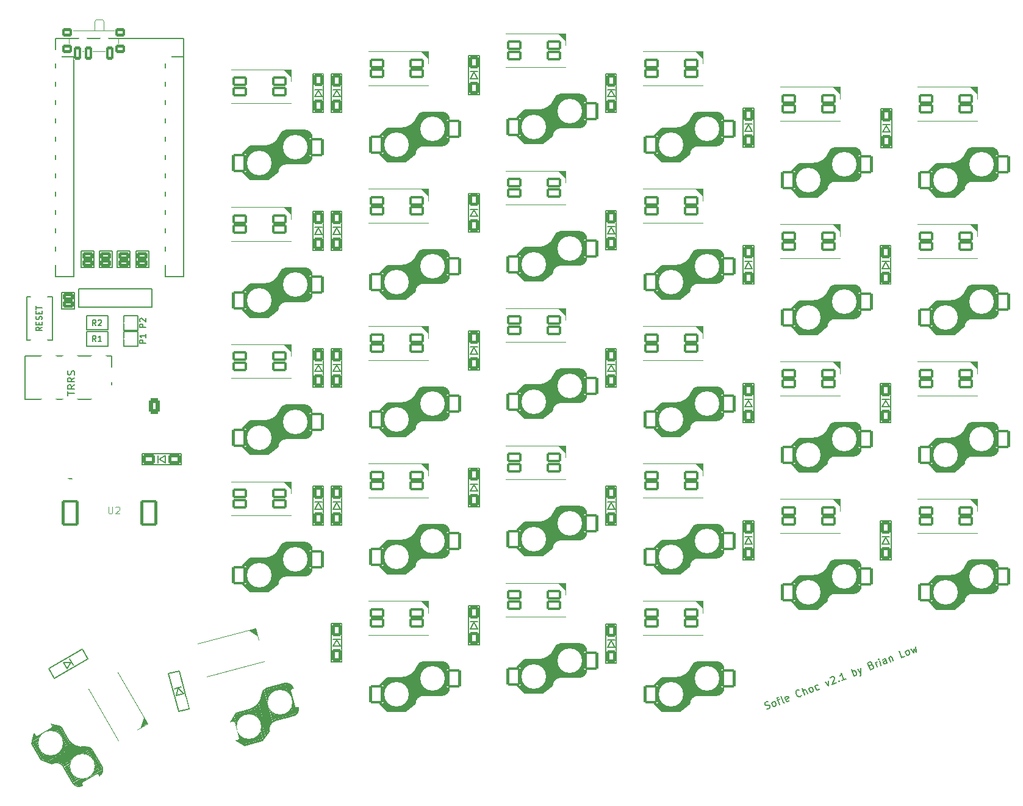
<source format=gto>
G04 #@! TF.GenerationSoftware,KiCad,Pcbnew,8.0.6*
G04 #@! TF.CreationDate,2025-05-27T16:28:13+10:00*
G04 #@! TF.ProjectId,JofleKeyboard,4a6f666c-654b-4657-9962-6f6172642e6b,rev?*
G04 #@! TF.SameCoordinates,Original*
G04 #@! TF.FileFunction,Legend,Top*
G04 #@! TF.FilePolarity,Positive*
%FSLAX46Y46*%
G04 Gerber Fmt 4.6, Leading zero omitted, Abs format (unit mm)*
G04 Created by KiCad (PCBNEW 8.0.6) date 2025-05-27 16:28:13*
%MOMM*%
%LPD*%
G01*
G04 APERTURE LIST*
G04 Aperture macros list*
%AMRoundRect*
0 Rectangle with rounded corners*
0 $1 Rounding radius*
0 $2 $3 $4 $5 $6 $7 $8 $9 X,Y pos of 4 corners*
0 Add a 4 corners polygon primitive as box body*
4,1,4,$2,$3,$4,$5,$6,$7,$8,$9,$2,$3,0*
0 Add four circle primitives for the rounded corners*
1,1,$1+$1,$2,$3*
1,1,$1+$1,$4,$5*
1,1,$1+$1,$6,$7*
1,1,$1+$1,$8,$9*
0 Add four rect primitives between the rounded corners*
20,1,$1+$1,$2,$3,$4,$5,0*
20,1,$1+$1,$4,$5,$6,$7,0*
20,1,$1+$1,$6,$7,$8,$9,0*
20,1,$1+$1,$8,$9,$2,$3,0*%
G04 Aperture macros list end*
%ADD10C,0.200000*%
%ADD11C,0.150000*%
%ADD12C,0.100000*%
%ADD13C,0.120000*%
%ADD14C,0.127000*%
%ADD15C,1.397000*%
%ADD16C,1.200000*%
%ADD17O,2.500000X1.700000*%
%ADD18C,1.524000*%
%ADD19C,1.797000*%
%ADD20C,1.600000*%
%ADD21O,2.900000X2.100000*%
%ADD22C,5.100000*%
%ADD23C,1.924000*%
%ADD24RoundRect,0.200000X0.571500X-0.317500X0.571500X0.317500X-0.571500X0.317500X-0.571500X-0.317500X0*%
%ADD25C,2.400000*%
%ADD26RoundRect,0.200000X-0.571500X0.317500X-0.571500X-0.317500X0.571500X-0.317500X0.571500X0.317500X0*%
%ADD27RoundRect,0.200000X-0.475000X0.650000X-0.475000X-0.650000X0.475000X-0.650000X0.475000X0.650000X0*%
%ADD28RoundRect,0.200000X-0.650000X-0.475000X0.650000X-0.475000X0.650000X0.475000X-0.650000X0.475000X0*%
%ADD29RoundRect,0.200000X0.325417X0.736362X-0.800417X0.086362X-0.325417X-0.736362X0.800417X-0.086362X0*%
%ADD30C,2.200000*%
%ADD31C,1.400000*%
%ADD32C,3.400000*%
%ADD33C,3.800000*%
%ADD34RoundRect,0.200000X0.850000X0.500000X-0.850000X0.500000X-0.850000X-0.500000X0.850000X-0.500000X0*%
%ADD35RoundRect,0.200000X0.800000X1.100000X-0.800000X1.100000X-0.800000X-1.100000X0.800000X-1.100000X0*%
%ADD36RoundRect,0.200000X0.858013X-0.486122X0.008013X0.986122X-0.858013X0.486122X-0.008013X-0.986122X0*%
%ADD37RoundRect,0.200000X1.352628X-0.142820X0.552628X1.242820X-1.352628X0.142820X-0.552628X-1.242820X0*%
%ADD38C,4.400000*%
%ADD39RoundRect,0.200000X0.691627X0.702959X-0.950446X0.262967X-0.691627X-0.702959X0.950446X-0.262967X0*%
%ADD40RoundRect,0.200000X0.488040X1.269574X-1.057442X0.855463X-0.488040X-1.269574X1.057442X-0.855463X0*%
%ADD41RoundRect,0.200000X-0.627047X0.504913X-0.290582X-0.750791X0.627047X-0.504913X0.290582X0.750791X0*%
%ADD42RoundRect,0.200000X0.500000X0.400000X-0.500000X0.400000X-0.500000X-0.400000X0.500000X-0.400000X0*%
%ADD43C,1.300000*%
%ADD44RoundRect,0.200000X0.350000X0.750000X-0.350000X0.750000X-0.350000X-0.750000X0.350000X-0.750000X0*%
%ADD45C,2.600000*%
%ADD46RoundRect,0.200000X1.000000X-1.600000X1.000000X1.600000X-1.000000X1.600000X-1.000000X-1.600000X0*%
%ADD47C,2.700000*%
%ADD48C,2.178000*%
%ADD49RoundRect,0.333333X0.466667X0.741667X-0.466667X0.741667X-0.466667X-0.741667X0.466667X-0.741667X0*%
%ADD50O,1.600000X2.150000*%
G04 APERTURE END LIST*
D10*
X190947784Y-131638035D02*
X191098218Y-131631296D01*
X191098218Y-131631296D02*
X191320499Y-131545970D01*
X191320499Y-131545970D02*
X191392346Y-131467383D01*
X191392346Y-131467383D02*
X191419737Y-131405862D01*
X191419737Y-131405862D02*
X191430063Y-131299884D01*
X191430063Y-131299884D02*
X191395933Y-131210972D01*
X191395933Y-131210972D02*
X191317346Y-131139125D01*
X191317346Y-131139125D02*
X191255825Y-131111734D01*
X191255825Y-131111734D02*
X191149848Y-131101408D01*
X191149848Y-131101408D02*
X190954958Y-131125212D01*
X190954958Y-131125212D02*
X190848980Y-131114886D01*
X190848980Y-131114886D02*
X190787459Y-131087495D01*
X190787459Y-131087495D02*
X190708872Y-131015648D01*
X190708872Y-131015648D02*
X190674742Y-130926735D01*
X190674742Y-130926735D02*
X190685068Y-130820758D01*
X190685068Y-130820758D02*
X190712459Y-130759236D01*
X190712459Y-130759236D02*
X190784306Y-130680650D01*
X190784306Y-130680650D02*
X191006587Y-130595324D01*
X191006587Y-130595324D02*
X191157021Y-130588585D01*
X192031798Y-131272928D02*
X191925821Y-131262602D01*
X191925821Y-131262602D02*
X191864299Y-131235211D01*
X191864299Y-131235211D02*
X191785713Y-131163363D01*
X191785713Y-131163363D02*
X191683322Y-130896626D01*
X191683322Y-130896626D02*
X191693648Y-130790648D01*
X191693648Y-130790648D02*
X191721039Y-130729127D01*
X191721039Y-130729127D02*
X191792886Y-130650541D01*
X191792886Y-130650541D02*
X191926255Y-130599345D01*
X191926255Y-130599345D02*
X192032233Y-130609671D01*
X192032233Y-130609671D02*
X192093754Y-130637062D01*
X192093754Y-130637062D02*
X192172340Y-130708909D01*
X192172340Y-130708909D02*
X192274731Y-130975647D01*
X192274731Y-130975647D02*
X192264405Y-131081624D01*
X192264405Y-131081624D02*
X192237014Y-131143146D01*
X192237014Y-131143146D02*
X192165167Y-131221732D01*
X192165167Y-131221732D02*
X192031798Y-131272928D01*
X192370817Y-130428694D02*
X192726467Y-130292173D01*
X192743098Y-130999885D02*
X192435925Y-130199673D01*
X192435925Y-130199673D02*
X192446251Y-130093696D01*
X192446251Y-130093696D02*
X192518099Y-130015109D01*
X192518099Y-130015109D02*
X192607011Y-129980979D01*
X193409941Y-130743908D02*
X193303964Y-130733582D01*
X193303964Y-130733582D02*
X193225377Y-130661735D01*
X193225377Y-130661735D02*
X192918205Y-129861523D01*
X194104176Y-130426409D02*
X194032329Y-130504996D01*
X194032329Y-130504996D02*
X193854504Y-130573256D01*
X193854504Y-130573256D02*
X193748526Y-130562931D01*
X193748526Y-130562931D02*
X193669940Y-130491083D01*
X193669940Y-130491083D02*
X193533419Y-130135434D01*
X193533419Y-130135434D02*
X193543745Y-130029456D01*
X193543745Y-130029456D02*
X193615592Y-129950869D01*
X193615592Y-129950869D02*
X193793417Y-129882609D01*
X193793417Y-129882609D02*
X193899394Y-129892935D01*
X193899394Y-129892935D02*
X193977981Y-129964782D01*
X193977981Y-129964782D02*
X194012111Y-130053695D01*
X194012111Y-130053695D02*
X193601679Y-130313258D01*
X195776447Y-129733478D02*
X195749056Y-129794999D01*
X195749056Y-129794999D02*
X195632753Y-129890651D01*
X195632753Y-129890651D02*
X195543840Y-129924781D01*
X195543840Y-129924781D02*
X195393407Y-129931520D01*
X195393407Y-129931520D02*
X195270364Y-129876738D01*
X195270364Y-129876738D02*
X195191777Y-129804891D01*
X195191777Y-129804891D02*
X195079061Y-129644131D01*
X195079061Y-129644131D02*
X195027865Y-129510762D01*
X195027865Y-129510762D02*
X195004061Y-129315872D01*
X195004061Y-129315872D02*
X195014387Y-129209895D01*
X195014387Y-129209895D02*
X195069169Y-129086852D01*
X195069169Y-129086852D02*
X195185472Y-128991201D01*
X195185472Y-128991201D02*
X195274385Y-128957070D01*
X195274385Y-128957070D02*
X195424819Y-128950331D01*
X195424819Y-128950331D02*
X195486340Y-128977722D01*
X196210683Y-129668804D02*
X195852316Y-128735223D01*
X196610789Y-129515218D02*
X196423073Y-129026199D01*
X196423073Y-129026199D02*
X196344486Y-128954352D01*
X196344486Y-128954352D02*
X196238509Y-128944026D01*
X196238509Y-128944026D02*
X196105140Y-128995221D01*
X196105140Y-128995221D02*
X196033293Y-129073808D01*
X196033293Y-129073808D02*
X196005902Y-129135329D01*
X197188720Y-129293371D02*
X197082743Y-129283045D01*
X197082743Y-129283045D02*
X197021221Y-129255654D01*
X197021221Y-129255654D02*
X196942635Y-129183806D01*
X196942635Y-129183806D02*
X196840244Y-128917069D01*
X196840244Y-128917069D02*
X196850570Y-128811092D01*
X196850570Y-128811092D02*
X196877961Y-128749570D01*
X196877961Y-128749570D02*
X196949808Y-128670984D01*
X196949808Y-128670984D02*
X197083177Y-128619788D01*
X197083177Y-128619788D02*
X197189154Y-128630114D01*
X197189154Y-128630114D02*
X197250676Y-128657505D01*
X197250676Y-128657505D02*
X197329262Y-128729353D01*
X197329262Y-128729353D02*
X197431653Y-128996090D01*
X197431653Y-128996090D02*
X197421327Y-129102067D01*
X197421327Y-129102067D02*
X197393936Y-129163589D01*
X197393936Y-129163589D02*
X197322089Y-129242175D01*
X197322089Y-129242175D02*
X197188720Y-129293371D01*
X198283060Y-128822286D02*
X198211213Y-128900872D01*
X198211213Y-128900872D02*
X198033388Y-128969133D01*
X198033388Y-128969133D02*
X197927411Y-128958807D01*
X197927411Y-128958807D02*
X197865889Y-128931416D01*
X197865889Y-128931416D02*
X197787303Y-128859569D01*
X197787303Y-128859569D02*
X197684912Y-128592831D01*
X197684912Y-128592831D02*
X197695238Y-128486854D01*
X197695238Y-128486854D02*
X197722629Y-128425333D01*
X197722629Y-128425333D02*
X197794476Y-128346746D01*
X197794476Y-128346746D02*
X197972301Y-128278486D01*
X197972301Y-128278486D02*
X198078279Y-128288811D01*
X199083707Y-127851857D02*
X199544900Y-128388918D01*
X199544900Y-128388918D02*
X199528269Y-127681205D01*
X199754137Y-127339468D02*
X199781528Y-127277947D01*
X199781528Y-127277947D02*
X199853375Y-127199360D01*
X199853375Y-127199360D02*
X200075656Y-127114035D01*
X200075656Y-127114035D02*
X200181634Y-127124361D01*
X200181634Y-127124361D02*
X200243155Y-127151752D01*
X200243155Y-127151752D02*
X200321742Y-127223599D01*
X200321742Y-127223599D02*
X200355872Y-127312511D01*
X200355872Y-127312511D02*
X200362611Y-127462945D01*
X200362611Y-127462945D02*
X200033918Y-128201201D01*
X200033918Y-128201201D02*
X200611849Y-127979355D01*
X200977825Y-127736856D02*
X201039346Y-127764247D01*
X201039346Y-127764247D02*
X201011955Y-127825768D01*
X201011955Y-127825768D02*
X200950434Y-127798377D01*
X200950434Y-127798377D02*
X200977825Y-127736856D01*
X200977825Y-127736856D02*
X201011955Y-127825768D01*
X201945535Y-127467401D02*
X201412060Y-127672182D01*
X201678798Y-127569791D02*
X201320430Y-126636211D01*
X201320430Y-126636211D02*
X201282713Y-126803710D01*
X201282713Y-126803710D02*
X201227931Y-126926753D01*
X201227931Y-126926753D02*
X201156083Y-127005339D01*
X203056941Y-127040772D02*
X202698573Y-126107192D01*
X202835094Y-126462841D02*
X202906941Y-126384255D01*
X202906941Y-126384255D02*
X203084766Y-126315994D01*
X203084766Y-126315994D02*
X203190743Y-126326320D01*
X203190743Y-126326320D02*
X203252265Y-126353711D01*
X203252265Y-126353711D02*
X203330851Y-126425558D01*
X203330851Y-126425558D02*
X203433242Y-126692296D01*
X203433242Y-126692296D02*
X203422916Y-126798273D01*
X203422916Y-126798273D02*
X203395525Y-126859795D01*
X203395525Y-126859795D02*
X203323678Y-126938381D01*
X203323678Y-126938381D02*
X203145853Y-127006642D01*
X203145853Y-127006642D02*
X203039875Y-126996316D01*
X203573784Y-126128278D02*
X204034977Y-126665339D01*
X204018346Y-125957626D02*
X204034977Y-126665339D01*
X204034977Y-126665339D02*
X204031391Y-126921750D01*
X204031391Y-126921750D02*
X204003999Y-126983272D01*
X204003999Y-126983272D02*
X203932152Y-127061858D01*
X205447685Y-125561975D02*
X205598119Y-125555236D01*
X205598119Y-125555236D02*
X205659640Y-125582627D01*
X205659640Y-125582627D02*
X205738226Y-125654474D01*
X205738226Y-125654474D02*
X205789422Y-125787843D01*
X205789422Y-125787843D02*
X205779096Y-125893821D01*
X205779096Y-125893821D02*
X205751705Y-125955342D01*
X205751705Y-125955342D02*
X205679858Y-126033928D01*
X205679858Y-126033928D02*
X205324208Y-126170450D01*
X205324208Y-126170450D02*
X204965840Y-125236869D01*
X204965840Y-125236869D02*
X205277033Y-125117413D01*
X205277033Y-125117413D02*
X205383011Y-125127739D01*
X205383011Y-125127739D02*
X205444532Y-125155130D01*
X205444532Y-125155130D02*
X205523119Y-125226977D01*
X205523119Y-125226977D02*
X205557249Y-125315890D01*
X205557249Y-125315890D02*
X205546923Y-125421867D01*
X205546923Y-125421867D02*
X205519532Y-125483389D01*
X205519532Y-125483389D02*
X205447685Y-125561975D01*
X205447685Y-125561975D02*
X205136491Y-125681431D01*
X206257788Y-125812082D02*
X206018876Y-125189695D01*
X206087137Y-125367520D02*
X206097463Y-125261542D01*
X206097463Y-125261542D02*
X206124854Y-125200021D01*
X206124854Y-125200021D02*
X206196701Y-125121434D01*
X206196701Y-125121434D02*
X206285614Y-125087304D01*
X206835719Y-125590235D02*
X206596807Y-124967848D01*
X206477351Y-124656654D02*
X206449960Y-124718176D01*
X206449960Y-124718176D02*
X206511482Y-124745567D01*
X206511482Y-124745567D02*
X206538873Y-124684045D01*
X206538873Y-124684045D02*
X206477351Y-124656654D01*
X206477351Y-124656654D02*
X206511482Y-124745567D01*
X207680387Y-125265997D02*
X207492670Y-124776979D01*
X207492670Y-124776979D02*
X207414084Y-124705132D01*
X207414084Y-124705132D02*
X207308106Y-124694806D01*
X207308106Y-124694806D02*
X207130281Y-124763066D01*
X207130281Y-124763066D02*
X207058434Y-124841653D01*
X207663322Y-125221541D02*
X207591475Y-125300127D01*
X207591475Y-125300127D02*
X207369193Y-125385453D01*
X207369193Y-125385453D02*
X207263216Y-125375127D01*
X207263216Y-125375127D02*
X207184629Y-125303280D01*
X207184629Y-125303280D02*
X207150499Y-125214368D01*
X207150499Y-125214368D02*
X207160825Y-125108390D01*
X207160825Y-125108390D02*
X207232672Y-125029804D01*
X207232672Y-125029804D02*
X207454953Y-124944478D01*
X207454953Y-124944478D02*
X207526801Y-124865891D01*
X207886037Y-124472959D02*
X208124949Y-125095346D01*
X207920167Y-124561871D02*
X207947559Y-124500350D01*
X207947559Y-124500350D02*
X208019406Y-124421763D01*
X208019406Y-124421763D02*
X208152774Y-124370568D01*
X208152774Y-124370568D02*
X208258752Y-124380894D01*
X208258752Y-124380894D02*
X208337338Y-124452741D01*
X208337338Y-124452741D02*
X208525055Y-124941760D01*
X210125479Y-124327414D02*
X209680917Y-124498066D01*
X209680917Y-124498066D02*
X209322549Y-123564485D01*
X210570041Y-124156763D02*
X210464064Y-124146437D01*
X210464064Y-124146437D02*
X210402542Y-124119046D01*
X210402542Y-124119046D02*
X210323956Y-124047199D01*
X210323956Y-124047199D02*
X210221565Y-123780461D01*
X210221565Y-123780461D02*
X210231891Y-123674484D01*
X210231891Y-123674484D02*
X210259282Y-123612962D01*
X210259282Y-123612962D02*
X210331129Y-123534376D01*
X210331129Y-123534376D02*
X210464498Y-123483180D01*
X210464498Y-123483180D02*
X210570475Y-123493506D01*
X210570475Y-123493506D02*
X210631997Y-123520897D01*
X210631997Y-123520897D02*
X210710583Y-123592745D01*
X210710583Y-123592745D02*
X210812974Y-123859482D01*
X210812974Y-123859482D02*
X210802648Y-123965460D01*
X210802648Y-123965460D02*
X210775257Y-124026981D01*
X210775257Y-124026981D02*
X210703410Y-124105567D01*
X210703410Y-124105567D02*
X210570041Y-124156763D01*
X210953516Y-123295464D02*
X211370253Y-123849590D01*
X211370253Y-123849590D02*
X211377427Y-123336768D01*
X211377427Y-123336768D02*
X211725903Y-123713069D01*
X211725903Y-123713069D02*
X211664816Y-123022422D01*
D11*
X97864533Y-80668216D02*
X97593600Y-80281169D01*
X97400076Y-80668216D02*
X97400076Y-79855416D01*
X97400076Y-79855416D02*
X97709714Y-79855416D01*
X97709714Y-79855416D02*
X97787124Y-79894121D01*
X97787124Y-79894121D02*
X97825829Y-79932826D01*
X97825829Y-79932826D02*
X97864533Y-80010235D01*
X97864533Y-80010235D02*
X97864533Y-80126350D01*
X97864533Y-80126350D02*
X97825829Y-80203759D01*
X97825829Y-80203759D02*
X97787124Y-80242464D01*
X97787124Y-80242464D02*
X97709714Y-80281169D01*
X97709714Y-80281169D02*
X97400076Y-80281169D01*
X98638629Y-80668216D02*
X98174172Y-80668216D01*
X98406400Y-80668216D02*
X98406400Y-79855416D01*
X98406400Y-79855416D02*
X98328991Y-79971531D01*
X98328991Y-79971531D02*
X98251581Y-80048940D01*
X98251581Y-80048940D02*
X98174172Y-80087645D01*
X97864533Y-78468216D02*
X97593600Y-78081169D01*
X97400076Y-78468216D02*
X97400076Y-77655416D01*
X97400076Y-77655416D02*
X97709714Y-77655416D01*
X97709714Y-77655416D02*
X97787124Y-77694121D01*
X97787124Y-77694121D02*
X97825829Y-77732826D01*
X97825829Y-77732826D02*
X97864533Y-77810235D01*
X97864533Y-77810235D02*
X97864533Y-77926350D01*
X97864533Y-77926350D02*
X97825829Y-78003759D01*
X97825829Y-78003759D02*
X97787124Y-78042464D01*
X97787124Y-78042464D02*
X97709714Y-78081169D01*
X97709714Y-78081169D02*
X97400076Y-78081169D01*
X98174172Y-77732826D02*
X98212876Y-77694121D01*
X98212876Y-77694121D02*
X98290286Y-77655416D01*
X98290286Y-77655416D02*
X98483810Y-77655416D01*
X98483810Y-77655416D02*
X98561219Y-77694121D01*
X98561219Y-77694121D02*
X98599924Y-77732826D01*
X98599924Y-77732826D02*
X98638629Y-77810235D01*
X98638629Y-77810235D02*
X98638629Y-77887645D01*
X98638629Y-77887645D02*
X98599924Y-78003759D01*
X98599924Y-78003759D02*
X98135467Y-78468216D01*
X98135467Y-78468216D02*
X98638629Y-78468216D01*
X93904819Y-88161904D02*
X93904819Y-87590476D01*
X94904819Y-87876190D02*
X93904819Y-87876190D01*
X94904819Y-86685714D02*
X94428628Y-87019047D01*
X94904819Y-87257142D02*
X93904819Y-87257142D01*
X93904819Y-87257142D02*
X93904819Y-86876190D01*
X93904819Y-86876190D02*
X93952438Y-86780952D01*
X93952438Y-86780952D02*
X94000057Y-86733333D01*
X94000057Y-86733333D02*
X94095295Y-86685714D01*
X94095295Y-86685714D02*
X94238152Y-86685714D01*
X94238152Y-86685714D02*
X94333390Y-86733333D01*
X94333390Y-86733333D02*
X94381009Y-86780952D01*
X94381009Y-86780952D02*
X94428628Y-86876190D01*
X94428628Y-86876190D02*
X94428628Y-87257142D01*
X94904819Y-85685714D02*
X94428628Y-86019047D01*
X94904819Y-86257142D02*
X93904819Y-86257142D01*
X93904819Y-86257142D02*
X93904819Y-85876190D01*
X93904819Y-85876190D02*
X93952438Y-85780952D01*
X93952438Y-85780952D02*
X94000057Y-85733333D01*
X94000057Y-85733333D02*
X94095295Y-85685714D01*
X94095295Y-85685714D02*
X94238152Y-85685714D01*
X94238152Y-85685714D02*
X94333390Y-85733333D01*
X94333390Y-85733333D02*
X94381009Y-85780952D01*
X94381009Y-85780952D02*
X94428628Y-85876190D01*
X94428628Y-85876190D02*
X94428628Y-86257142D01*
X94857200Y-85304761D02*
X94904819Y-85161904D01*
X94904819Y-85161904D02*
X94904819Y-84923809D01*
X94904819Y-84923809D02*
X94857200Y-84828571D01*
X94857200Y-84828571D02*
X94809580Y-84780952D01*
X94809580Y-84780952D02*
X94714342Y-84733333D01*
X94714342Y-84733333D02*
X94619104Y-84733333D01*
X94619104Y-84733333D02*
X94523866Y-84780952D01*
X94523866Y-84780952D02*
X94476247Y-84828571D01*
X94476247Y-84828571D02*
X94428628Y-84923809D01*
X94428628Y-84923809D02*
X94381009Y-85114285D01*
X94381009Y-85114285D02*
X94333390Y-85209523D01*
X94333390Y-85209523D02*
X94285771Y-85257142D01*
X94285771Y-85257142D02*
X94190533Y-85304761D01*
X94190533Y-85304761D02*
X94095295Y-85304761D01*
X94095295Y-85304761D02*
X94000057Y-85257142D01*
X94000057Y-85257142D02*
X93952438Y-85209523D01*
X93952438Y-85209523D02*
X93904819Y-85114285D01*
X93904819Y-85114285D02*
X93904819Y-84876190D01*
X93904819Y-84876190D02*
X93952438Y-84733333D01*
X104740160Y-80899923D02*
X103927360Y-80899923D01*
X103927360Y-80899923D02*
X103927360Y-80590285D01*
X103927360Y-80590285D02*
X103966065Y-80512875D01*
X103966065Y-80512875D02*
X104004770Y-80474170D01*
X104004770Y-80474170D02*
X104082179Y-80435466D01*
X104082179Y-80435466D02*
X104198294Y-80435466D01*
X104198294Y-80435466D02*
X104275703Y-80474170D01*
X104275703Y-80474170D02*
X104314408Y-80512875D01*
X104314408Y-80512875D02*
X104353113Y-80590285D01*
X104353113Y-80590285D02*
X104353113Y-80899923D01*
X104740160Y-79661370D02*
X104740160Y-80125827D01*
X104740160Y-79893599D02*
X103927360Y-79893599D01*
X103927360Y-79893599D02*
X104043475Y-79971008D01*
X104043475Y-79971008D02*
X104120884Y-80048418D01*
X104120884Y-80048418D02*
X104159589Y-80125827D01*
X104740160Y-78699923D02*
X103927360Y-78699923D01*
X103927360Y-78699923D02*
X103927360Y-78390285D01*
X103927360Y-78390285D02*
X103966065Y-78312875D01*
X103966065Y-78312875D02*
X104004770Y-78274170D01*
X104004770Y-78274170D02*
X104082179Y-78235466D01*
X104082179Y-78235466D02*
X104198294Y-78235466D01*
X104198294Y-78235466D02*
X104275703Y-78274170D01*
X104275703Y-78274170D02*
X104314408Y-78312875D01*
X104314408Y-78312875D02*
X104353113Y-78390285D01*
X104353113Y-78390285D02*
X104353113Y-78699923D01*
X104004770Y-77925827D02*
X103966065Y-77887123D01*
X103966065Y-77887123D02*
X103927360Y-77809713D01*
X103927360Y-77809713D02*
X103927360Y-77616189D01*
X103927360Y-77616189D02*
X103966065Y-77538780D01*
X103966065Y-77538780D02*
X104004770Y-77500075D01*
X104004770Y-77500075D02*
X104082179Y-77461370D01*
X104082179Y-77461370D02*
X104159589Y-77461370D01*
X104159589Y-77461370D02*
X104275703Y-77500075D01*
X104275703Y-77500075D02*
X104740160Y-77964532D01*
X104740160Y-77964532D02*
X104740160Y-77461370D01*
X90362295Y-78661904D02*
X89981342Y-78928571D01*
X90362295Y-79119047D02*
X89562295Y-79119047D01*
X89562295Y-79119047D02*
X89562295Y-78814285D01*
X89562295Y-78814285D02*
X89600390Y-78738095D01*
X89600390Y-78738095D02*
X89638485Y-78700000D01*
X89638485Y-78700000D02*
X89714676Y-78661904D01*
X89714676Y-78661904D02*
X89828961Y-78661904D01*
X89828961Y-78661904D02*
X89905152Y-78700000D01*
X89905152Y-78700000D02*
X89943247Y-78738095D01*
X89943247Y-78738095D02*
X89981342Y-78814285D01*
X89981342Y-78814285D02*
X89981342Y-79119047D01*
X89943247Y-78319047D02*
X89943247Y-78052381D01*
X90362295Y-77938095D02*
X90362295Y-78319047D01*
X90362295Y-78319047D02*
X89562295Y-78319047D01*
X89562295Y-78319047D02*
X89562295Y-77938095D01*
X90324200Y-77633333D02*
X90362295Y-77519047D01*
X90362295Y-77519047D02*
X90362295Y-77328571D01*
X90362295Y-77328571D02*
X90324200Y-77252380D01*
X90324200Y-77252380D02*
X90286104Y-77214285D01*
X90286104Y-77214285D02*
X90209914Y-77176190D01*
X90209914Y-77176190D02*
X90133723Y-77176190D01*
X90133723Y-77176190D02*
X90057533Y-77214285D01*
X90057533Y-77214285D02*
X90019438Y-77252380D01*
X90019438Y-77252380D02*
X89981342Y-77328571D01*
X89981342Y-77328571D02*
X89943247Y-77480952D01*
X89943247Y-77480952D02*
X89905152Y-77557142D01*
X89905152Y-77557142D02*
X89867057Y-77595237D01*
X89867057Y-77595237D02*
X89790866Y-77633333D01*
X89790866Y-77633333D02*
X89714676Y-77633333D01*
X89714676Y-77633333D02*
X89638485Y-77595237D01*
X89638485Y-77595237D02*
X89600390Y-77557142D01*
X89600390Y-77557142D02*
X89562295Y-77480952D01*
X89562295Y-77480952D02*
X89562295Y-77290475D01*
X89562295Y-77290475D02*
X89600390Y-77176190D01*
X89943247Y-76833332D02*
X89943247Y-76566666D01*
X90362295Y-76452380D02*
X90362295Y-76833332D01*
X90362295Y-76833332D02*
X89562295Y-76833332D01*
X89562295Y-76833332D02*
X89562295Y-76452380D01*
X89562295Y-76223808D02*
X89562295Y-75766665D01*
X90362295Y-75995237D02*
X89562295Y-75995237D01*
D12*
X99577215Y-103560059D02*
X99577215Y-104369582D01*
X99577215Y-104369582D02*
X99624834Y-104464820D01*
X99624834Y-104464820D02*
X99672453Y-104512440D01*
X99672453Y-104512440D02*
X99767691Y-104560059D01*
X99767691Y-104560059D02*
X99958167Y-104560059D01*
X99958167Y-104560059D02*
X100053405Y-104512440D01*
X100053405Y-104512440D02*
X100101024Y-104464820D01*
X100101024Y-104464820D02*
X100148643Y-104369582D01*
X100148643Y-104369582D02*
X100148643Y-103560059D01*
X100577215Y-103655297D02*
X100624834Y-103607678D01*
X100624834Y-103607678D02*
X100720072Y-103560059D01*
X100720072Y-103560059D02*
X100958167Y-103560059D01*
X100958167Y-103560059D02*
X101053405Y-103607678D01*
X101053405Y-103607678D02*
X101101024Y-103655297D01*
X101101024Y-103655297D02*
X101148643Y-103750535D01*
X101148643Y-103750535D02*
X101148643Y-103845773D01*
X101148643Y-103845773D02*
X101101024Y-103988630D01*
X101101024Y-103988630D02*
X100529596Y-104560059D01*
X100529596Y-104560059D02*
X101148643Y-104560059D01*
D11*
X96538132Y-79311205D02*
X96538132Y-81312725D01*
X96538132Y-81312725D02*
X99540412Y-81312725D01*
X99540412Y-79311205D02*
X96538132Y-79311205D01*
X99540412Y-81312725D02*
X99540412Y-79311205D01*
X96538132Y-77061205D02*
X96538132Y-79062725D01*
X96538132Y-79062725D02*
X99540412Y-79062725D01*
X99540412Y-77061205D02*
X96538132Y-77061205D01*
X99540412Y-79062725D02*
X99540412Y-77061205D01*
X88000000Y-82650000D02*
X100000000Y-82650000D01*
X88000000Y-88650000D02*
X88000000Y-82650000D01*
X100000000Y-82650000D02*
X100000000Y-88650000D01*
X100000000Y-88650000D02*
X88000000Y-88650000D01*
X101700000Y-79300000D02*
X101700000Y-81300000D01*
X101700000Y-81300000D02*
X103700000Y-81300000D01*
X103700000Y-79300000D02*
X101700000Y-79300000D01*
X103700000Y-81300000D02*
X103700000Y-79300000D01*
X101700000Y-77100000D02*
X101700000Y-79100000D01*
X101700000Y-79100000D02*
X103700000Y-79100000D01*
X103700000Y-77100000D02*
X101700000Y-77100000D01*
X103700000Y-79100000D02*
X103700000Y-77100000D01*
X92208815Y-38615745D02*
X92208815Y-71635745D01*
X92208815Y-41155745D02*
X92208815Y-71635745D01*
X92208815Y-71635745D02*
X94748815Y-71635745D01*
X94748815Y-41155745D02*
X92208815Y-41155745D01*
X94748815Y-71635745D02*
X94748815Y-41155745D01*
X107448815Y-41155745D02*
X107448815Y-71635745D01*
X107448815Y-71635745D02*
X109988815Y-71635745D01*
X109988815Y-38615745D02*
X92208815Y-38615745D01*
X109988815Y-41155745D02*
X107448815Y-41155745D01*
X109988815Y-71635745D02*
X109988815Y-38615745D01*
X109988815Y-71635745D02*
X109988815Y-41155745D01*
X103411000Y-68157000D02*
X105189000Y-68157000D01*
X103411000Y-70443000D02*
X103411000Y-68157000D01*
X105189000Y-68157000D02*
X105189000Y-70443000D01*
X105189000Y-70443000D02*
X103411000Y-70443000D01*
X100811000Y-68157000D02*
X102589000Y-68157000D01*
X100811000Y-70443000D02*
X100811000Y-68157000D01*
X102589000Y-68157000D02*
X102589000Y-70443000D01*
X102589000Y-70443000D02*
X100811000Y-70443000D01*
X98311000Y-68157000D02*
X100089000Y-68157000D01*
X98311000Y-70443000D02*
X98311000Y-68157000D01*
X100089000Y-68157000D02*
X100089000Y-70443000D01*
X100089000Y-70443000D02*
X98311000Y-70443000D01*
X88300000Y-74500000D02*
X88300000Y-80500000D01*
X88300000Y-74500000D02*
X88900000Y-74500000D01*
X88300000Y-80500000D02*
X88900000Y-80500000D01*
X91800000Y-74500000D02*
X91100000Y-74500000D01*
X91800000Y-80500000D02*
X91100000Y-80500000D01*
X91800000Y-80500000D02*
X91800000Y-74500000D01*
X93111000Y-73857000D02*
X94889000Y-73857000D01*
X93111000Y-76143000D02*
X93111000Y-73857000D01*
X94889000Y-73857000D02*
X94889000Y-76143000D01*
X94889000Y-76143000D02*
X93111000Y-76143000D01*
X127955000Y-43527000D02*
X127955000Y-48927000D01*
X128205000Y-46727000D02*
X128705000Y-45827000D01*
X128705000Y-45827000D02*
X129205000Y-46727000D01*
X129205000Y-45727000D02*
X128205000Y-45727000D01*
X129205000Y-46727000D02*
X128205000Y-46727000D01*
X129455000Y-43527000D02*
X127955000Y-43527000D01*
X129455000Y-48927000D02*
X127955000Y-48927000D01*
X129455000Y-48927000D02*
X129455000Y-43527000D01*
X130495000Y-43530000D02*
X130495000Y-48930000D01*
X130745000Y-46730000D02*
X131245000Y-45830000D01*
X131245000Y-45830000D02*
X131745000Y-46730000D01*
X131745000Y-45730000D02*
X130745000Y-45730000D01*
X131745000Y-46730000D02*
X130745000Y-46730000D01*
X131995000Y-43530000D02*
X130495000Y-43530000D01*
X131995000Y-48930000D02*
X130495000Y-48930000D01*
X131995000Y-48930000D02*
X131995000Y-43530000D01*
X149595000Y-41030000D02*
X149595000Y-46430000D01*
X149845000Y-44230000D02*
X150345000Y-43330000D01*
X150345000Y-43330000D02*
X150845000Y-44230000D01*
X150845000Y-43230000D02*
X149845000Y-43230000D01*
X150845000Y-44230000D02*
X149845000Y-44230000D01*
X151095000Y-41030000D02*
X149595000Y-41030000D01*
X151095000Y-46430000D02*
X149595000Y-46430000D01*
X151095000Y-46430000D02*
X151095000Y-41030000D01*
X168595000Y-43530000D02*
X168595000Y-48930000D01*
X168845000Y-46730000D02*
X169345000Y-45830000D01*
X169345000Y-45830000D02*
X169845000Y-46730000D01*
X169845000Y-45730000D02*
X168845000Y-45730000D01*
X169845000Y-46730000D02*
X168845000Y-46730000D01*
X170095000Y-43530000D02*
X168595000Y-43530000D01*
X170095000Y-48930000D02*
X168595000Y-48930000D01*
X170095000Y-48930000D02*
X170095000Y-43530000D01*
X187695000Y-48300000D02*
X187695000Y-53700000D01*
X187945000Y-51500000D02*
X188445000Y-50600000D01*
X188445000Y-50600000D02*
X188945000Y-51500000D01*
X188945000Y-50500000D02*
X187945000Y-50500000D01*
X188945000Y-51500000D02*
X187945000Y-51500000D01*
X189195000Y-48300000D02*
X187695000Y-48300000D01*
X189195000Y-53700000D02*
X187695000Y-53700000D01*
X189195000Y-53700000D02*
X189195000Y-48300000D01*
X206795000Y-48430000D02*
X206795000Y-53830000D01*
X207045000Y-51630000D02*
X207545000Y-50730000D01*
X207545000Y-50730000D02*
X208045000Y-51630000D01*
X208045000Y-50630000D02*
X207045000Y-50630000D01*
X208045000Y-51630000D02*
X207045000Y-51630000D01*
X208295000Y-48430000D02*
X206795000Y-48430000D01*
X208295000Y-53830000D02*
X206795000Y-53830000D01*
X208295000Y-53830000D02*
X208295000Y-48430000D01*
X127955000Y-81630000D02*
X127955000Y-87030000D01*
X128205000Y-84830000D02*
X128705000Y-83930000D01*
X128705000Y-83930000D02*
X129205000Y-84830000D01*
X129205000Y-83830000D02*
X128205000Y-83830000D01*
X129205000Y-84830000D02*
X128205000Y-84830000D01*
X129455000Y-81630000D02*
X127955000Y-81630000D01*
X129455000Y-87030000D02*
X127955000Y-87030000D01*
X129455000Y-87030000D02*
X129455000Y-81630000D01*
X127955000Y-100730000D02*
X127955000Y-106130000D01*
X128205000Y-103930000D02*
X128705000Y-103030000D01*
X128705000Y-103030000D02*
X129205000Y-103930000D01*
X129205000Y-102930000D02*
X128205000Y-102930000D01*
X129205000Y-103930000D02*
X128205000Y-103930000D01*
X129455000Y-100730000D02*
X127955000Y-100730000D01*
X129455000Y-106130000D02*
X127955000Y-106130000D01*
X129455000Y-106130000D02*
X129455000Y-100730000D01*
X104300000Y-96250000D02*
X104300000Y-97750000D01*
X104300000Y-97750000D02*
X109700000Y-97750000D01*
X106500000Y-96500000D02*
X106500000Y-97500000D01*
X106600000Y-97000000D02*
X107500000Y-96500000D01*
X107500000Y-96500000D02*
X107500000Y-97500000D01*
X107500000Y-97500000D02*
X106600000Y-97000000D01*
X109700000Y-96250000D02*
X104300000Y-96250000D01*
X109700000Y-96250000D02*
X109700000Y-97750000D01*
X92043731Y-127350519D02*
X91293731Y-126051481D01*
X92043731Y-127350519D02*
X96720269Y-124650519D01*
X93323987Y-125167987D02*
X94353410Y-125151000D01*
X93823987Y-126034013D02*
X93323987Y-125167987D01*
X94353410Y-125151000D02*
X93823987Y-126034013D01*
X94690013Y-125534013D02*
X94190013Y-124667987D01*
X95970269Y-123351481D02*
X91293731Y-126051481D01*
X96720269Y-124650519D02*
X95970269Y-123351481D01*
D13*
X116650000Y-42948460D02*
X124950000Y-42948460D01*
D11*
X118250000Y-54600000D02*
X119275000Y-53575000D01*
X118250000Y-57200000D02*
X118250000Y-54600000D01*
X118250000Y-57200000D02*
X119275000Y-58225000D01*
X118400000Y-54450000D02*
X118400000Y-57350000D01*
X118550000Y-54350000D02*
X118550000Y-57500000D01*
X118700000Y-54150000D02*
X118700000Y-57650000D01*
X118850000Y-54000000D02*
X118850000Y-57800000D01*
X119000000Y-53850000D02*
X119000000Y-57950000D01*
X119150000Y-53750000D02*
X119150000Y-58100000D01*
X119300000Y-53600000D02*
X119300000Y-58200000D01*
X119450000Y-53600000D02*
X119450000Y-58200000D01*
X119600000Y-53600000D02*
X119600000Y-58200000D01*
X119750000Y-53600000D02*
X119750000Y-58200000D01*
X119900000Y-53600000D02*
X119900000Y-58200000D01*
X120050000Y-53600000D02*
X120050000Y-58200000D01*
X120200000Y-53600000D02*
X120200000Y-58200000D01*
X120350000Y-53600000D02*
X120350000Y-58200000D01*
X120500000Y-53600000D02*
X120500000Y-58200000D01*
X120650000Y-53600000D02*
X120650000Y-58200000D01*
X120800000Y-53600000D02*
X120800000Y-58200000D01*
X120950000Y-53600000D02*
X120950000Y-58200000D01*
X121100000Y-53600000D02*
X121100000Y-58200000D01*
X121250000Y-53575000D02*
X119275000Y-53575000D01*
X121250000Y-53600000D02*
X121250000Y-58200000D01*
X121400000Y-53600000D02*
X121400000Y-58150000D01*
X121550000Y-53550000D02*
X121550000Y-58200000D01*
X121700000Y-53550000D02*
X121700000Y-58200000D01*
X121825000Y-58225000D02*
X119275000Y-58225000D01*
X121825000Y-58225000D02*
X123100000Y-57200000D01*
X121850000Y-53550000D02*
X121850000Y-58150000D01*
X122000000Y-53500000D02*
X122000000Y-58050000D01*
X122150000Y-53400000D02*
X122150000Y-57950000D01*
X122300000Y-53350000D02*
X122300000Y-57800000D01*
X122450000Y-53250000D02*
X122450000Y-57700000D01*
X122600000Y-53150000D02*
X122600000Y-57550000D01*
X122750000Y-53050000D02*
X122750000Y-57450000D01*
X122900000Y-52900000D02*
X122900000Y-57350000D01*
X123050000Y-52750000D02*
X123050000Y-57200000D01*
X123150000Y-52550000D02*
X123150000Y-56700000D01*
X123250000Y-52400000D02*
X123250000Y-56550000D01*
X123350000Y-52200000D02*
X123350000Y-56350000D01*
X123450000Y-52050000D02*
X123450000Y-56250000D01*
X123550000Y-51800000D02*
X123550000Y-56200000D01*
X123650000Y-51650000D02*
X123650000Y-56150000D01*
X123800000Y-51550000D02*
X123800000Y-56100000D01*
X123950000Y-51450000D02*
X123950000Y-56000000D01*
X124100000Y-51400000D02*
X124100000Y-56000000D01*
X124250000Y-51400000D02*
X124250000Y-56000000D01*
X124400000Y-51400000D02*
X124400000Y-55950000D01*
X124550000Y-51400000D02*
X124550000Y-56000000D01*
X124700000Y-51400000D02*
X124700000Y-56000000D01*
X124850000Y-51400000D02*
X124850000Y-56000000D01*
D13*
X124950000Y-42948460D02*
X124950000Y-44599460D01*
X124950000Y-47651000D02*
X116650000Y-47648460D01*
D11*
X125000000Y-51400000D02*
X125000000Y-56000000D01*
X125150000Y-51400000D02*
X125150000Y-56000000D01*
X125300000Y-51400000D02*
X125300000Y-56000000D01*
X125450000Y-51400000D02*
X125450000Y-56000000D01*
X125600000Y-51400000D02*
X125600000Y-56000000D01*
X125750000Y-51400000D02*
X125750000Y-56000000D01*
X125900000Y-51400000D02*
X125900000Y-56000000D01*
X126050000Y-51400000D02*
X126050000Y-56000000D01*
X126200000Y-51400000D02*
X126200000Y-56000000D01*
X126350000Y-51400000D02*
X126350000Y-56000000D01*
X126500000Y-51400000D02*
X126500000Y-56000000D01*
X126650000Y-51400000D02*
X126650000Y-56000000D01*
X126800000Y-51400000D02*
X126800000Y-56000000D01*
X126850000Y-51375000D02*
X124250000Y-51375000D01*
X126850000Y-56025000D02*
X124275000Y-56025000D01*
X126950000Y-51400000D02*
X126950000Y-55950000D01*
X127100000Y-51450000D02*
X127100000Y-55950000D01*
X127250000Y-51500000D02*
X127250000Y-55900000D01*
X127400000Y-51600000D02*
X127400000Y-55800000D01*
X127500000Y-51700000D02*
X127500000Y-55650000D01*
X127600000Y-51800000D02*
X127600000Y-55550000D01*
X127700000Y-51950000D02*
X127700000Y-55500000D01*
X127850000Y-55025000D02*
X127850000Y-52375000D01*
X123100000Y-57200000D02*
G75*
G02*
X124275000Y-56025000I1175002J-2D01*
G01*
X123387801Y-52078096D02*
G75*
G02*
X121250000Y-53575000I-2137800J778095D01*
G01*
X123387801Y-52078096D02*
G75*
G02*
X124249005Y-51376209I900000J-225000D01*
G01*
X126850000Y-51375000D02*
G75*
G02*
X127850000Y-52375000I1J-999999D01*
G01*
X127850000Y-55025000D02*
G75*
G02*
X126850000Y-56025000I-999999J-1D01*
G01*
D12*
X124950000Y-43964460D02*
X123942000Y-42951000D01*
X124950000Y-42948460D01*
X124950000Y-43964460D01*
G36*
X124950000Y-43964460D02*
G01*
X123942000Y-42951000D01*
X124950000Y-42948460D01*
X124950000Y-43964460D01*
G37*
D13*
X154750000Y-37948460D02*
X163050000Y-37948460D01*
D11*
X156350000Y-49600000D02*
X157375000Y-48575000D01*
X156350000Y-52200000D02*
X156350000Y-49600000D01*
X156350000Y-52200000D02*
X157375000Y-53225000D01*
X156500000Y-49450000D02*
X156500000Y-52350000D01*
X156650000Y-49350000D02*
X156650000Y-52500000D01*
X156800000Y-49150000D02*
X156800000Y-52650000D01*
X156950000Y-49000000D02*
X156950000Y-52800000D01*
X157100000Y-48850000D02*
X157100000Y-52950000D01*
X157250000Y-48750000D02*
X157250000Y-53100000D01*
X157400000Y-48600000D02*
X157400000Y-53200000D01*
X157550000Y-48600000D02*
X157550000Y-53200000D01*
X157700000Y-48600000D02*
X157700000Y-53200000D01*
X157850000Y-48600000D02*
X157850000Y-53200000D01*
X158000000Y-48600000D02*
X158000000Y-53200000D01*
X158150000Y-48600000D02*
X158150000Y-53200000D01*
X158300000Y-48600000D02*
X158300000Y-53200000D01*
X158450000Y-48600000D02*
X158450000Y-53200000D01*
X158600000Y-48600000D02*
X158600000Y-53200000D01*
X158750000Y-48600000D02*
X158750000Y-53200000D01*
X158900000Y-48600000D02*
X158900000Y-53200000D01*
X159050000Y-48600000D02*
X159050000Y-53200000D01*
X159200000Y-48600000D02*
X159200000Y-53200000D01*
X159350000Y-48575000D02*
X157375000Y-48575000D01*
X159350000Y-48600000D02*
X159350000Y-53200000D01*
X159500000Y-48600000D02*
X159500000Y-53150000D01*
X159650000Y-48550000D02*
X159650000Y-53200000D01*
X159800000Y-48550000D02*
X159800000Y-53200000D01*
X159925000Y-53225000D02*
X157375000Y-53225000D01*
X159925000Y-53225000D02*
X161200000Y-52200000D01*
X159950000Y-48550000D02*
X159950000Y-53150000D01*
X160100000Y-48500000D02*
X160100000Y-53050000D01*
X160250000Y-48400000D02*
X160250000Y-52950000D01*
X160400000Y-48350000D02*
X160400000Y-52800000D01*
X160550000Y-48250000D02*
X160550000Y-52700000D01*
X160700000Y-48150000D02*
X160700000Y-52550000D01*
X160850000Y-48050000D02*
X160850000Y-52450000D01*
X161000000Y-47900000D02*
X161000000Y-52350000D01*
X161150000Y-47750000D02*
X161150000Y-52200000D01*
X161250000Y-47550000D02*
X161250000Y-51700000D01*
X161350000Y-47400000D02*
X161350000Y-51550000D01*
X161450000Y-47200000D02*
X161450000Y-51350000D01*
X161550000Y-47050000D02*
X161550000Y-51250000D01*
X161650000Y-46800000D02*
X161650000Y-51200000D01*
X161750000Y-46650000D02*
X161750000Y-51150000D01*
X161900000Y-46550000D02*
X161900000Y-51100000D01*
X162050000Y-46450000D02*
X162050000Y-51000000D01*
X162200000Y-46400000D02*
X162200000Y-51000000D01*
X162350000Y-46400000D02*
X162350000Y-51000000D01*
X162500000Y-46400000D02*
X162500000Y-50950000D01*
X162650000Y-46400000D02*
X162650000Y-51000000D01*
X162800000Y-46400000D02*
X162800000Y-51000000D01*
X162950000Y-46400000D02*
X162950000Y-51000000D01*
D13*
X163050000Y-37948460D02*
X163050000Y-39599460D01*
X163050000Y-42651000D02*
X154750000Y-42648460D01*
D11*
X163100000Y-46400000D02*
X163100000Y-51000000D01*
X163250000Y-46400000D02*
X163250000Y-51000000D01*
X163400000Y-46400000D02*
X163400000Y-51000000D01*
X163550000Y-46400000D02*
X163550000Y-51000000D01*
X163700000Y-46400000D02*
X163700000Y-51000000D01*
X163850000Y-46400000D02*
X163850000Y-51000000D01*
X164000000Y-46400000D02*
X164000000Y-51000000D01*
X164150000Y-46400000D02*
X164150000Y-51000000D01*
X164300000Y-46400000D02*
X164300000Y-51000000D01*
X164450000Y-46400000D02*
X164450000Y-51000000D01*
X164600000Y-46400000D02*
X164600000Y-51000000D01*
X164750000Y-46400000D02*
X164750000Y-51000000D01*
X164900000Y-46400000D02*
X164900000Y-51000000D01*
X164950000Y-46375000D02*
X162350000Y-46375000D01*
X164950000Y-51025000D02*
X162375000Y-51025000D01*
X165050000Y-46400000D02*
X165050000Y-50950000D01*
X165200000Y-46450000D02*
X165200000Y-50950000D01*
X165350000Y-46500000D02*
X165350000Y-50900000D01*
X165500000Y-46600000D02*
X165500000Y-50800000D01*
X165600000Y-46700000D02*
X165600000Y-50650000D01*
X165700000Y-46800000D02*
X165700000Y-50550000D01*
X165800000Y-46950000D02*
X165800000Y-50500000D01*
X165950000Y-50025000D02*
X165950000Y-47375000D01*
X161200000Y-52200000D02*
G75*
G02*
X162375000Y-51025000I1175002J-2D01*
G01*
X161487801Y-47078096D02*
G75*
G02*
X159350000Y-48575000I-2137800J778095D01*
G01*
X161487801Y-47078096D02*
G75*
G02*
X162349005Y-46376209I900000J-225000D01*
G01*
X164950000Y-46375000D02*
G75*
G02*
X165950000Y-47375000I1J-999999D01*
G01*
X165950000Y-50025000D02*
G75*
G02*
X164950000Y-51025000I-999999J-1D01*
G01*
D12*
X163050000Y-38964460D02*
X162042000Y-37951000D01*
X163050000Y-37948460D01*
X163050000Y-38964460D01*
G36*
X163050000Y-38964460D02*
G01*
X162042000Y-37951000D01*
X163050000Y-37948460D01*
X163050000Y-38964460D01*
G37*
D13*
X116650000Y-81048460D02*
X124950000Y-81048460D01*
D11*
X118250000Y-92700000D02*
X119275000Y-91675000D01*
X118250000Y-95300000D02*
X118250000Y-92700000D01*
X118250000Y-95300000D02*
X119275000Y-96325000D01*
X118400000Y-92550000D02*
X118400000Y-95450000D01*
X118550000Y-92450000D02*
X118550000Y-95600000D01*
X118700000Y-92250000D02*
X118700000Y-95750000D01*
X118850000Y-92100000D02*
X118850000Y-95900000D01*
X119000000Y-91950000D02*
X119000000Y-96050000D01*
X119150000Y-91850000D02*
X119150000Y-96200000D01*
X119300000Y-91700000D02*
X119300000Y-96300000D01*
X119450000Y-91700000D02*
X119450000Y-96300000D01*
X119600000Y-91700000D02*
X119600000Y-96300000D01*
X119750000Y-91700000D02*
X119750000Y-96300000D01*
X119900000Y-91700000D02*
X119900000Y-96300000D01*
X120050000Y-91700000D02*
X120050000Y-96300000D01*
X120200000Y-91700000D02*
X120200000Y-96300000D01*
X120350000Y-91700000D02*
X120350000Y-96300000D01*
X120500000Y-91700000D02*
X120500000Y-96300000D01*
X120650000Y-91700000D02*
X120650000Y-96300000D01*
X120800000Y-91700000D02*
X120800000Y-96300000D01*
X120950000Y-91700000D02*
X120950000Y-96300000D01*
X121100000Y-91700000D02*
X121100000Y-96300000D01*
X121250000Y-91675000D02*
X119275000Y-91675000D01*
X121250000Y-91700000D02*
X121250000Y-96300000D01*
X121400000Y-91700000D02*
X121400000Y-96250000D01*
X121550000Y-91650000D02*
X121550000Y-96300000D01*
X121700000Y-91650000D02*
X121700000Y-96300000D01*
X121825000Y-96325000D02*
X119275000Y-96325000D01*
X121825000Y-96325000D02*
X123100000Y-95300000D01*
X121850000Y-91650000D02*
X121850000Y-96250000D01*
X122000000Y-91600000D02*
X122000000Y-96150000D01*
X122150000Y-91500000D02*
X122150000Y-96050000D01*
X122300000Y-91450000D02*
X122300000Y-95900000D01*
X122450000Y-91350000D02*
X122450000Y-95800000D01*
X122600000Y-91250000D02*
X122600000Y-95650000D01*
X122750000Y-91150000D02*
X122750000Y-95550000D01*
X122900000Y-91000000D02*
X122900000Y-95450000D01*
X123050000Y-90850000D02*
X123050000Y-95300000D01*
X123150000Y-90650000D02*
X123150000Y-94800000D01*
X123250000Y-90500000D02*
X123250000Y-94650000D01*
X123350000Y-90300000D02*
X123350000Y-94450000D01*
X123450000Y-90150000D02*
X123450000Y-94350000D01*
X123550000Y-89900000D02*
X123550000Y-94300000D01*
X123650000Y-89750000D02*
X123650000Y-94250000D01*
X123800000Y-89650000D02*
X123800000Y-94200000D01*
X123950000Y-89550000D02*
X123950000Y-94100000D01*
X124100000Y-89500000D02*
X124100000Y-94100000D01*
X124250000Y-89500000D02*
X124250000Y-94100000D01*
X124400000Y-89500000D02*
X124400000Y-94050000D01*
X124550000Y-89500000D02*
X124550000Y-94100000D01*
X124700000Y-89500000D02*
X124700000Y-94100000D01*
X124850000Y-89500000D02*
X124850000Y-94100000D01*
D13*
X124950000Y-81048460D02*
X124950000Y-82699460D01*
X124950000Y-85751000D02*
X116650000Y-85748460D01*
D11*
X125000000Y-89500000D02*
X125000000Y-94100000D01*
X125150000Y-89500000D02*
X125150000Y-94100000D01*
X125300000Y-89500000D02*
X125300000Y-94100000D01*
X125450000Y-89500000D02*
X125450000Y-94100000D01*
X125600000Y-89500000D02*
X125600000Y-94100000D01*
X125750000Y-89500000D02*
X125750000Y-94100000D01*
X125900000Y-89500000D02*
X125900000Y-94100000D01*
X126050000Y-89500000D02*
X126050000Y-94100000D01*
X126200000Y-89500000D02*
X126200000Y-94100000D01*
X126350000Y-89500000D02*
X126350000Y-94100000D01*
X126500000Y-89500000D02*
X126500000Y-94100000D01*
X126650000Y-89500000D02*
X126650000Y-94100000D01*
X126800000Y-89500000D02*
X126800000Y-94100000D01*
X126850000Y-89475000D02*
X124250000Y-89475000D01*
X126850000Y-94125000D02*
X124275000Y-94125000D01*
X126950000Y-89500000D02*
X126950000Y-94050000D01*
X127100000Y-89550000D02*
X127100000Y-94050000D01*
X127250000Y-89600000D02*
X127250000Y-94000000D01*
X127400000Y-89700000D02*
X127400000Y-93900000D01*
X127500000Y-89800000D02*
X127500000Y-93750000D01*
X127600000Y-89900000D02*
X127600000Y-93650000D01*
X127700000Y-90050000D02*
X127700000Y-93600000D01*
X127850000Y-93125000D02*
X127850000Y-90475000D01*
X123100000Y-95300000D02*
G75*
G02*
X124275000Y-94125000I1175002J-2D01*
G01*
X123387801Y-90178096D02*
G75*
G02*
X121250000Y-91675000I-2137800J778095D01*
G01*
X123387801Y-90178096D02*
G75*
G02*
X124249005Y-89476209I900000J-225000D01*
G01*
X126850000Y-89475000D02*
G75*
G02*
X127850000Y-90475000I1J-999999D01*
G01*
X127850000Y-93125000D02*
G75*
G02*
X126850000Y-94125000I-999999J-1D01*
G01*
D12*
X124950000Y-82064460D02*
X123942000Y-81051000D01*
X124950000Y-81048460D01*
X124950000Y-82064460D01*
G36*
X124950000Y-82064460D02*
G01*
X123942000Y-81051000D01*
X124950000Y-81048460D01*
X124950000Y-82064460D01*
G37*
D13*
X135700000Y-78548460D02*
X144000000Y-78548460D01*
D11*
X137300000Y-90200000D02*
X138325000Y-89175000D01*
X137300000Y-92800000D02*
X137300000Y-90200000D01*
X137300000Y-92800000D02*
X138325000Y-93825000D01*
X137450000Y-90050000D02*
X137450000Y-92950000D01*
X137600000Y-89950000D02*
X137600000Y-93100000D01*
X137750000Y-89750000D02*
X137750000Y-93250000D01*
X137900000Y-89600000D02*
X137900000Y-93400000D01*
X138050000Y-89450000D02*
X138050000Y-93550000D01*
X138200000Y-89350000D02*
X138200000Y-93700000D01*
X138350000Y-89200000D02*
X138350000Y-93800000D01*
X138500000Y-89200000D02*
X138500000Y-93800000D01*
X138650000Y-89200000D02*
X138650000Y-93800000D01*
X138800000Y-89200000D02*
X138800000Y-93800000D01*
X138950000Y-89200000D02*
X138950000Y-93800000D01*
X139100000Y-89200000D02*
X139100000Y-93800000D01*
X139250000Y-89200000D02*
X139250000Y-93800000D01*
X139400000Y-89200000D02*
X139400000Y-93800000D01*
X139550000Y-89200000D02*
X139550000Y-93800000D01*
X139700000Y-89200000D02*
X139700000Y-93800000D01*
X139850000Y-89200000D02*
X139850000Y-93800000D01*
X140000000Y-89200000D02*
X140000000Y-93800000D01*
X140150000Y-89200000D02*
X140150000Y-93800000D01*
X140300000Y-89175000D02*
X138325000Y-89175000D01*
X140300000Y-89200000D02*
X140300000Y-93800000D01*
X140450000Y-89200000D02*
X140450000Y-93750000D01*
X140600000Y-89150000D02*
X140600000Y-93800000D01*
X140750000Y-89150000D02*
X140750000Y-93800000D01*
X140875000Y-93825000D02*
X138325000Y-93825000D01*
X140875000Y-93825000D02*
X142150000Y-92800000D01*
X140900000Y-89150000D02*
X140900000Y-93750000D01*
X141050000Y-89100000D02*
X141050000Y-93650000D01*
X141200000Y-89000000D02*
X141200000Y-93550000D01*
X141350000Y-88950000D02*
X141350000Y-93400000D01*
X141500000Y-88850000D02*
X141500000Y-93300000D01*
X141650000Y-88750000D02*
X141650000Y-93150000D01*
X141800000Y-88650000D02*
X141800000Y-93050000D01*
X141950000Y-88500000D02*
X141950000Y-92950000D01*
X142100000Y-88350000D02*
X142100000Y-92800000D01*
X142200000Y-88150000D02*
X142200000Y-92300000D01*
X142300000Y-88000000D02*
X142300000Y-92150000D01*
X142400000Y-87800000D02*
X142400000Y-91950000D01*
X142500000Y-87650000D02*
X142500000Y-91850000D01*
X142600000Y-87400000D02*
X142600000Y-91800000D01*
X142700000Y-87250000D02*
X142700000Y-91750000D01*
X142850000Y-87150000D02*
X142850000Y-91700000D01*
X143000000Y-87050000D02*
X143000000Y-91600000D01*
X143150000Y-87000000D02*
X143150000Y-91600000D01*
X143300000Y-87000000D02*
X143300000Y-91600000D01*
X143450000Y-87000000D02*
X143450000Y-91550000D01*
X143600000Y-87000000D02*
X143600000Y-91600000D01*
X143750000Y-87000000D02*
X143750000Y-91600000D01*
X143900000Y-87000000D02*
X143900000Y-91600000D01*
D13*
X144000000Y-78548460D02*
X144000000Y-80199460D01*
X144000000Y-83251000D02*
X135700000Y-83248460D01*
D11*
X144050000Y-87000000D02*
X144050000Y-91600000D01*
X144200000Y-87000000D02*
X144200000Y-91600000D01*
X144350000Y-87000000D02*
X144350000Y-91600000D01*
X144500000Y-87000000D02*
X144500000Y-91600000D01*
X144650000Y-87000000D02*
X144650000Y-91600000D01*
X144800000Y-87000000D02*
X144800000Y-91600000D01*
X144950000Y-87000000D02*
X144950000Y-91600000D01*
X145100000Y-87000000D02*
X145100000Y-91600000D01*
X145250000Y-87000000D02*
X145250000Y-91600000D01*
X145400000Y-87000000D02*
X145400000Y-91600000D01*
X145550000Y-87000000D02*
X145550000Y-91600000D01*
X145700000Y-87000000D02*
X145700000Y-91600000D01*
X145850000Y-87000000D02*
X145850000Y-91600000D01*
X145900000Y-86975000D02*
X143300000Y-86975000D01*
X145900000Y-91625000D02*
X143325000Y-91625000D01*
X146000000Y-87000000D02*
X146000000Y-91550000D01*
X146150000Y-87050000D02*
X146150000Y-91550000D01*
X146300000Y-87100000D02*
X146300000Y-91500000D01*
X146450000Y-87200000D02*
X146450000Y-91400000D01*
X146550000Y-87300000D02*
X146550000Y-91250000D01*
X146650000Y-87400000D02*
X146650000Y-91150000D01*
X146750000Y-87550000D02*
X146750000Y-91100000D01*
X146900000Y-90625000D02*
X146900000Y-87975000D01*
X142150000Y-92800000D02*
G75*
G02*
X143325000Y-91625000I1175002J-2D01*
G01*
X142437801Y-87678096D02*
G75*
G02*
X140300000Y-89175000I-2137800J778095D01*
G01*
X142437801Y-87678096D02*
G75*
G02*
X143299005Y-86976209I900000J-225000D01*
G01*
X145900000Y-86975000D02*
G75*
G02*
X146900000Y-87975000I1J-999999D01*
G01*
X146900000Y-90625000D02*
G75*
G02*
X145900000Y-91625000I-999999J-1D01*
G01*
D12*
X144000000Y-79564460D02*
X142992000Y-78551000D01*
X144000000Y-78548460D01*
X144000000Y-79564460D01*
G36*
X144000000Y-79564460D02*
G01*
X142992000Y-78551000D01*
X144000000Y-78548460D01*
X144000000Y-79564460D01*
G37*
D13*
X116650000Y-100098460D02*
X124950000Y-100098460D01*
D11*
X118250000Y-111750000D02*
X119275000Y-110725000D01*
X118250000Y-114350000D02*
X118250000Y-111750000D01*
X118250000Y-114350000D02*
X119275000Y-115375000D01*
X118400000Y-111600000D02*
X118400000Y-114500000D01*
X118550000Y-111500000D02*
X118550000Y-114650000D01*
X118700000Y-111300000D02*
X118700000Y-114800000D01*
X118850000Y-111150000D02*
X118850000Y-114950000D01*
X119000000Y-111000000D02*
X119000000Y-115100000D01*
X119150000Y-110900000D02*
X119150000Y-115250000D01*
X119300000Y-110750000D02*
X119300000Y-115350000D01*
X119450000Y-110750000D02*
X119450000Y-115350000D01*
X119600000Y-110750000D02*
X119600000Y-115350000D01*
X119750000Y-110750000D02*
X119750000Y-115350000D01*
X119900000Y-110750000D02*
X119900000Y-115350000D01*
X120050000Y-110750000D02*
X120050000Y-115350000D01*
X120200000Y-110750000D02*
X120200000Y-115350000D01*
X120350000Y-110750000D02*
X120350000Y-115350000D01*
X120500000Y-110750000D02*
X120500000Y-115350000D01*
X120650000Y-110750000D02*
X120650000Y-115350000D01*
X120800000Y-110750000D02*
X120800000Y-115350000D01*
X120950000Y-110750000D02*
X120950000Y-115350000D01*
X121100000Y-110750000D02*
X121100000Y-115350000D01*
X121250000Y-110725000D02*
X119275000Y-110725000D01*
X121250000Y-110750000D02*
X121250000Y-115350000D01*
X121400000Y-110750000D02*
X121400000Y-115300000D01*
X121550000Y-110700000D02*
X121550000Y-115350000D01*
X121700000Y-110700000D02*
X121700000Y-115350000D01*
X121825000Y-115375000D02*
X119275000Y-115375000D01*
X121825000Y-115375000D02*
X123100000Y-114350000D01*
X121850000Y-110700000D02*
X121850000Y-115300000D01*
X122000000Y-110650000D02*
X122000000Y-115200000D01*
X122150000Y-110550000D02*
X122150000Y-115100000D01*
X122300000Y-110500000D02*
X122300000Y-114950000D01*
X122450000Y-110400000D02*
X122450000Y-114850000D01*
X122600000Y-110300000D02*
X122600000Y-114700000D01*
X122750000Y-110200000D02*
X122750000Y-114600000D01*
X122900000Y-110050000D02*
X122900000Y-114500000D01*
X123050000Y-109900000D02*
X123050000Y-114350000D01*
X123150000Y-109700000D02*
X123150000Y-113850000D01*
X123250000Y-109550000D02*
X123250000Y-113700000D01*
X123350000Y-109350000D02*
X123350000Y-113500000D01*
X123450000Y-109200000D02*
X123450000Y-113400000D01*
X123550000Y-108950000D02*
X123550000Y-113350000D01*
X123650000Y-108800000D02*
X123650000Y-113300000D01*
X123800000Y-108700000D02*
X123800000Y-113250000D01*
X123950000Y-108600000D02*
X123950000Y-113150000D01*
X124100000Y-108550000D02*
X124100000Y-113150000D01*
X124250000Y-108550000D02*
X124250000Y-113150000D01*
X124400000Y-108550000D02*
X124400000Y-113100000D01*
X124550000Y-108550000D02*
X124550000Y-113150000D01*
X124700000Y-108550000D02*
X124700000Y-113150000D01*
X124850000Y-108550000D02*
X124850000Y-113150000D01*
D13*
X124950000Y-100098460D02*
X124950000Y-101749460D01*
X124950000Y-104801000D02*
X116650000Y-104798460D01*
D11*
X125000000Y-108550000D02*
X125000000Y-113150000D01*
X125150000Y-108550000D02*
X125150000Y-113150000D01*
X125300000Y-108550000D02*
X125300000Y-113150000D01*
X125450000Y-108550000D02*
X125450000Y-113150000D01*
X125600000Y-108550000D02*
X125600000Y-113150000D01*
X125750000Y-108550000D02*
X125750000Y-113150000D01*
X125900000Y-108550000D02*
X125900000Y-113150000D01*
X126050000Y-108550000D02*
X126050000Y-113150000D01*
X126200000Y-108550000D02*
X126200000Y-113150000D01*
X126350000Y-108550000D02*
X126350000Y-113150000D01*
X126500000Y-108550000D02*
X126500000Y-113150000D01*
X126650000Y-108550000D02*
X126650000Y-113150000D01*
X126800000Y-108550000D02*
X126800000Y-113150000D01*
X126850000Y-108525000D02*
X124250000Y-108525000D01*
X126850000Y-113175000D02*
X124275000Y-113175000D01*
X126950000Y-108550000D02*
X126950000Y-113100000D01*
X127100000Y-108600000D02*
X127100000Y-113100000D01*
X127250000Y-108650000D02*
X127250000Y-113050000D01*
X127400000Y-108750000D02*
X127400000Y-112950000D01*
X127500000Y-108850000D02*
X127500000Y-112800000D01*
X127600000Y-108950000D02*
X127600000Y-112700000D01*
X127700000Y-109100000D02*
X127700000Y-112650000D01*
X127850000Y-112175000D02*
X127850000Y-109525000D01*
X123100000Y-114350000D02*
G75*
G02*
X124275000Y-113175000I1175002J-2D01*
G01*
X123387801Y-109228096D02*
G75*
G02*
X121250000Y-110725000I-2137800J778095D01*
G01*
X123387801Y-109228096D02*
G75*
G02*
X124249005Y-108526209I900000J-225000D01*
G01*
X126850000Y-108525000D02*
G75*
G02*
X127850000Y-109525000I1J-999999D01*
G01*
X127850000Y-112175000D02*
G75*
G02*
X126850000Y-113175000I-999999J-1D01*
G01*
D12*
X124950000Y-101114460D02*
X123942000Y-100101000D01*
X124950000Y-100098460D01*
X124950000Y-101114460D01*
G36*
X124950000Y-101114460D02*
G01*
X123942000Y-100101000D01*
X124950000Y-100098460D01*
X124950000Y-101114460D01*
G37*
D13*
X154750000Y-95098460D02*
X163050000Y-95098460D01*
D11*
X156350000Y-106750000D02*
X157375000Y-105725000D01*
X156350000Y-109350000D02*
X156350000Y-106750000D01*
X156350000Y-109350000D02*
X157375000Y-110375000D01*
X156500000Y-106600000D02*
X156500000Y-109500000D01*
X156650000Y-106500000D02*
X156650000Y-109650000D01*
X156800000Y-106300000D02*
X156800000Y-109800000D01*
X156950000Y-106150000D02*
X156950000Y-109950000D01*
X157100000Y-106000000D02*
X157100000Y-110100000D01*
X157250000Y-105900000D02*
X157250000Y-110250000D01*
X157400000Y-105750000D02*
X157400000Y-110350000D01*
X157550000Y-105750000D02*
X157550000Y-110350000D01*
X157700000Y-105750000D02*
X157700000Y-110350000D01*
X157850000Y-105750000D02*
X157850000Y-110350000D01*
X158000000Y-105750000D02*
X158000000Y-110350000D01*
X158150000Y-105750000D02*
X158150000Y-110350000D01*
X158300000Y-105750000D02*
X158300000Y-110350000D01*
X158450000Y-105750000D02*
X158450000Y-110350000D01*
X158600000Y-105750000D02*
X158600000Y-110350000D01*
X158750000Y-105750000D02*
X158750000Y-110350000D01*
X158900000Y-105750000D02*
X158900000Y-110350000D01*
X159050000Y-105750000D02*
X159050000Y-110350000D01*
X159200000Y-105750000D02*
X159200000Y-110350000D01*
X159350000Y-105725000D02*
X157375000Y-105725000D01*
X159350000Y-105750000D02*
X159350000Y-110350000D01*
X159500000Y-105750000D02*
X159500000Y-110300000D01*
X159650000Y-105700000D02*
X159650000Y-110350000D01*
X159800000Y-105700000D02*
X159800000Y-110350000D01*
X159925000Y-110375000D02*
X157375000Y-110375000D01*
X159925000Y-110375000D02*
X161200000Y-109350000D01*
X159950000Y-105700000D02*
X159950000Y-110300000D01*
X160100000Y-105650000D02*
X160100000Y-110200000D01*
X160250000Y-105550000D02*
X160250000Y-110100000D01*
X160400000Y-105500000D02*
X160400000Y-109950000D01*
X160550000Y-105400000D02*
X160550000Y-109850000D01*
X160700000Y-105300000D02*
X160700000Y-109700000D01*
X160850000Y-105200000D02*
X160850000Y-109600000D01*
X161000000Y-105050000D02*
X161000000Y-109500000D01*
X161150000Y-104900000D02*
X161150000Y-109350000D01*
X161250000Y-104700000D02*
X161250000Y-108850000D01*
X161350000Y-104550000D02*
X161350000Y-108700000D01*
X161450000Y-104350000D02*
X161450000Y-108500000D01*
X161550000Y-104200000D02*
X161550000Y-108400000D01*
X161650000Y-103950000D02*
X161650000Y-108350000D01*
X161750000Y-103800000D02*
X161750000Y-108300000D01*
X161900000Y-103700000D02*
X161900000Y-108250000D01*
X162050000Y-103600000D02*
X162050000Y-108150000D01*
X162200000Y-103550000D02*
X162200000Y-108150000D01*
X162350000Y-103550000D02*
X162350000Y-108150000D01*
X162500000Y-103550000D02*
X162500000Y-108100000D01*
X162650000Y-103550000D02*
X162650000Y-108150000D01*
X162800000Y-103550000D02*
X162800000Y-108150000D01*
X162950000Y-103550000D02*
X162950000Y-108150000D01*
D13*
X163050000Y-95098460D02*
X163050000Y-96749460D01*
X163050000Y-99801000D02*
X154750000Y-99798460D01*
D11*
X163100000Y-103550000D02*
X163100000Y-108150000D01*
X163250000Y-103550000D02*
X163250000Y-108150000D01*
X163400000Y-103550000D02*
X163400000Y-108150000D01*
X163550000Y-103550000D02*
X163550000Y-108150000D01*
X163700000Y-103550000D02*
X163700000Y-108150000D01*
X163850000Y-103550000D02*
X163850000Y-108150000D01*
X164000000Y-103550000D02*
X164000000Y-108150000D01*
X164150000Y-103550000D02*
X164150000Y-108150000D01*
X164300000Y-103550000D02*
X164300000Y-108150000D01*
X164450000Y-103550000D02*
X164450000Y-108150000D01*
X164600000Y-103550000D02*
X164600000Y-108150000D01*
X164750000Y-103550000D02*
X164750000Y-108150000D01*
X164900000Y-103550000D02*
X164900000Y-108150000D01*
X164950000Y-103525000D02*
X162350000Y-103525000D01*
X164950000Y-108175000D02*
X162375000Y-108175000D01*
X165050000Y-103550000D02*
X165050000Y-108100000D01*
X165200000Y-103600000D02*
X165200000Y-108100000D01*
X165350000Y-103650000D02*
X165350000Y-108050000D01*
X165500000Y-103750000D02*
X165500000Y-107950000D01*
X165600000Y-103850000D02*
X165600000Y-107800000D01*
X165700000Y-103950000D02*
X165700000Y-107700000D01*
X165800000Y-104100000D02*
X165800000Y-107650000D01*
X165950000Y-107175000D02*
X165950000Y-104525000D01*
X161200000Y-109350000D02*
G75*
G02*
X162375000Y-108175000I1175002J-2D01*
G01*
X161487801Y-104228096D02*
G75*
G02*
X159350000Y-105725000I-2137800J778095D01*
G01*
X161487801Y-104228096D02*
G75*
G02*
X162349005Y-103526209I900000J-225000D01*
G01*
X164950000Y-103525000D02*
G75*
G02*
X165950000Y-104525000I1J-999999D01*
G01*
X165950000Y-107175000D02*
G75*
G02*
X164950000Y-108175000I-999999J-1D01*
G01*
D12*
X163050000Y-96114460D02*
X162042000Y-95101000D01*
X163050000Y-95098460D01*
X163050000Y-96114460D01*
G36*
X163050000Y-96114460D02*
G01*
X162042000Y-95101000D01*
X163050000Y-95098460D01*
X163050000Y-96114460D01*
G37*
D13*
X192850000Y-102498460D02*
X201150000Y-102498460D01*
D11*
X194450000Y-114150000D02*
X195475000Y-113125000D01*
X194450000Y-116750000D02*
X194450000Y-114150000D01*
X194450000Y-116750000D02*
X195475000Y-117775000D01*
X194600000Y-114000000D02*
X194600000Y-116900000D01*
X194750000Y-113900000D02*
X194750000Y-117050000D01*
X194900000Y-113700000D02*
X194900000Y-117200000D01*
X195050000Y-113550000D02*
X195050000Y-117350000D01*
X195200000Y-113400000D02*
X195200000Y-117500000D01*
X195350000Y-113300000D02*
X195350000Y-117650000D01*
X195500000Y-113150000D02*
X195500000Y-117750000D01*
X195650000Y-113150000D02*
X195650000Y-117750000D01*
X195800000Y-113150000D02*
X195800000Y-117750000D01*
X195950000Y-113150000D02*
X195950000Y-117750000D01*
X196100000Y-113150000D02*
X196100000Y-117750000D01*
X196250000Y-113150000D02*
X196250000Y-117750000D01*
X196400000Y-113150000D02*
X196400000Y-117750000D01*
X196550000Y-113150000D02*
X196550000Y-117750000D01*
X196700000Y-113150000D02*
X196700000Y-117750000D01*
X196850000Y-113150000D02*
X196850000Y-117750000D01*
X197000000Y-113150000D02*
X197000000Y-117750000D01*
X197150000Y-113150000D02*
X197150000Y-117750000D01*
X197300000Y-113150000D02*
X197300000Y-117750000D01*
X197450000Y-113125000D02*
X195475000Y-113125000D01*
X197450000Y-113150000D02*
X197450000Y-117750000D01*
X197600000Y-113150000D02*
X197600000Y-117700000D01*
X197750000Y-113100000D02*
X197750000Y-117750000D01*
X197900000Y-113100000D02*
X197900000Y-117750000D01*
X198025000Y-117775000D02*
X195475000Y-117775000D01*
X198025000Y-117775000D02*
X199300000Y-116750000D01*
X198050000Y-113100000D02*
X198050000Y-117700000D01*
X198200000Y-113050000D02*
X198200000Y-117600000D01*
X198350000Y-112950000D02*
X198350000Y-117500000D01*
X198500000Y-112900000D02*
X198500000Y-117350000D01*
X198650000Y-112800000D02*
X198650000Y-117250000D01*
X198800000Y-112700000D02*
X198800000Y-117100000D01*
X198950000Y-112600000D02*
X198950000Y-117000000D01*
X199100000Y-112450000D02*
X199100000Y-116900000D01*
X199250000Y-112300000D02*
X199250000Y-116750000D01*
X199350000Y-112100000D02*
X199350000Y-116250000D01*
X199450000Y-111950000D02*
X199450000Y-116100000D01*
X199550000Y-111750000D02*
X199550000Y-115900000D01*
X199650000Y-111600000D02*
X199650000Y-115800000D01*
X199750000Y-111350000D02*
X199750000Y-115750000D01*
X199850000Y-111200000D02*
X199850000Y-115700000D01*
X200000000Y-111100000D02*
X200000000Y-115650000D01*
X200150000Y-111000000D02*
X200150000Y-115550000D01*
X200300000Y-110950000D02*
X200300000Y-115550000D01*
X200450000Y-110950000D02*
X200450000Y-115550000D01*
X200600000Y-110950000D02*
X200600000Y-115500000D01*
X200750000Y-110950000D02*
X200750000Y-115550000D01*
X200900000Y-110950000D02*
X200900000Y-115550000D01*
X201050000Y-110950000D02*
X201050000Y-115550000D01*
D13*
X201150000Y-102498460D02*
X201150000Y-104149460D01*
X201150000Y-107201000D02*
X192850000Y-107198460D01*
D11*
X201200000Y-110950000D02*
X201200000Y-115550000D01*
X201350000Y-110950000D02*
X201350000Y-115550000D01*
X201500000Y-110950000D02*
X201500000Y-115550000D01*
X201650000Y-110950000D02*
X201650000Y-115550000D01*
X201800000Y-110950000D02*
X201800000Y-115550000D01*
X201950000Y-110950000D02*
X201950000Y-115550000D01*
X202100000Y-110950000D02*
X202100000Y-115550000D01*
X202250000Y-110950000D02*
X202250000Y-115550000D01*
X202400000Y-110950000D02*
X202400000Y-115550000D01*
X202550000Y-110950000D02*
X202550000Y-115550000D01*
X202700000Y-110950000D02*
X202700000Y-115550000D01*
X202850000Y-110950000D02*
X202850000Y-115550000D01*
X203000000Y-110950000D02*
X203000000Y-115550000D01*
X203050000Y-110925000D02*
X200450000Y-110925000D01*
X203050000Y-115575000D02*
X200475000Y-115575000D01*
X203150000Y-110950000D02*
X203150000Y-115500000D01*
X203300000Y-111000000D02*
X203300000Y-115500000D01*
X203450000Y-111050000D02*
X203450000Y-115450000D01*
X203600000Y-111150000D02*
X203600000Y-115350000D01*
X203700000Y-111250000D02*
X203700000Y-115200000D01*
X203800000Y-111350000D02*
X203800000Y-115100000D01*
X203900000Y-111500000D02*
X203900000Y-115050000D01*
X204050000Y-114575000D02*
X204050000Y-111925000D01*
X199300000Y-116750000D02*
G75*
G02*
X200475000Y-115575000I1175002J-2D01*
G01*
X199587801Y-111628096D02*
G75*
G02*
X197450000Y-113125000I-2137800J778095D01*
G01*
X199587801Y-111628096D02*
G75*
G02*
X200449005Y-110926209I900000J-225000D01*
G01*
X203050000Y-110925000D02*
G75*
G02*
X204050000Y-111925000I1J-999999D01*
G01*
X204050000Y-114575000D02*
G75*
G02*
X203050000Y-115575000I-999999J-1D01*
G01*
D12*
X201150000Y-103514460D02*
X200142000Y-102501000D01*
X201150000Y-102498460D01*
X201150000Y-103514460D01*
G36*
X201150000Y-103514460D02*
G01*
X200142000Y-102501000D01*
X201150000Y-102498460D01*
X201150000Y-103514460D01*
G37*
D11*
X89324617Y-135008142D02*
X88949441Y-136408318D01*
X89324617Y-135008142D02*
X91576283Y-133708142D01*
X90224441Y-138616682D02*
X88949441Y-136408318D01*
X90224441Y-138616682D02*
X91749617Y-139208365D01*
X91576283Y-133708142D02*
X92976459Y-134083318D01*
X91781187Y-133763045D02*
X89269713Y-135213045D01*
X91942789Y-133842949D02*
X89214809Y-135417949D01*
X92190995Y-133872853D02*
X89159906Y-135622853D01*
X92395898Y-133927757D02*
X89105002Y-135827757D01*
X92600802Y-133982661D02*
X89050098Y-136032661D01*
X92762405Y-134062564D02*
X88995194Y-136237564D01*
X92967309Y-134117468D02*
X88983592Y-136417468D01*
X93042309Y-134247372D02*
X89058592Y-136547372D01*
X93117309Y-134377276D02*
X89133592Y-136677276D01*
X93192309Y-134507181D02*
X89208592Y-136807180D01*
X93267309Y-134637083D02*
X89283593Y-136937083D01*
X93342309Y-134766987D02*
X89358592Y-137066987D01*
X93417309Y-134896891D02*
X89433592Y-137196891D01*
X93492309Y-135026795D02*
X89508592Y-137326795D01*
X93567309Y-135156699D02*
X89583592Y-137456699D01*
X93642309Y-135286603D02*
X89658592Y-137586603D01*
X93717309Y-135416506D02*
X89733592Y-137716506D01*
X93792309Y-135546410D02*
X89808592Y-137846410D01*
X93867309Y-135676314D02*
X89883592Y-137976314D01*
X93942309Y-135806218D02*
X89958592Y-138106218D01*
X93963959Y-135793718D02*
X92976459Y-134083318D01*
X94017309Y-135936122D02*
X90076893Y-138211122D01*
X94135610Y-136041025D02*
X90108592Y-138366025D01*
X94210610Y-136170929D02*
X90183592Y-138495929D01*
X94285610Y-136300833D02*
X90301893Y-138600833D01*
X94403911Y-136405737D02*
X90463495Y-138680737D01*
X94565514Y-136485641D02*
X90625098Y-138760641D01*
X94642197Y-141868460D02*
X93354697Y-139638445D01*
X94683815Y-136590544D02*
X90830002Y-138815544D01*
X94845417Y-136670448D02*
X90991604Y-138895448D01*
X95007020Y-136750352D02*
X91196508Y-138950352D01*
X95168623Y-136830256D02*
X91358111Y-139030256D01*
X95373526Y-136885160D02*
X91519713Y-139110160D01*
X95578430Y-136940064D02*
X91724617Y-139165064D01*
X95801635Y-136926666D02*
X92207630Y-139001666D01*
X95981539Y-136938269D02*
X92387534Y-139013269D01*
X96008222Y-142234485D02*
X98303191Y-140909485D01*
X96204744Y-136924871D02*
X92610739Y-138999871D01*
X96384648Y-136936474D02*
X92747341Y-139036474D01*
X96651154Y-136898076D02*
X92840642Y-139098076D01*
X96831058Y-136909679D02*
X92933944Y-139159679D01*
X96992661Y-136989583D02*
X93052245Y-139264583D01*
X97154263Y-137069486D02*
X93213848Y-139344486D01*
X97272564Y-137174390D02*
X93288848Y-139474390D01*
X97347564Y-137304294D02*
X93363848Y-139604294D01*
X97422564Y-137434198D02*
X93482149Y-139709198D01*
X97497564Y-137564102D02*
X93513848Y-139864102D01*
X97572564Y-137694005D02*
X93588848Y-139994005D01*
X97647564Y-137823909D02*
X93663848Y-140123909D01*
X97722564Y-137953813D02*
X93738848Y-140253813D01*
X97797564Y-138083717D02*
X93813848Y-140383717D01*
X97872564Y-138213621D02*
X93888848Y-140513621D01*
X97947564Y-138343524D02*
X93963848Y-140643524D01*
X98022564Y-138473428D02*
X94038848Y-140773428D01*
X98097564Y-138603332D02*
X94113848Y-140903332D01*
X98172564Y-138733236D02*
X94188848Y-141033236D01*
X98247564Y-138863140D02*
X94263848Y-141163140D01*
X98322564Y-138993044D02*
X94338848Y-141293044D01*
X98397564Y-139122946D02*
X94413848Y-141422947D01*
X98472564Y-139252851D02*
X94488848Y-141552851D01*
X98547564Y-139382755D02*
X94563848Y-141682755D01*
X98596250Y-140567082D02*
X95521860Y-142342082D01*
X98622564Y-139512659D02*
X94638848Y-141812659D01*
X98669215Y-139543460D02*
X97369215Y-137291794D01*
X98676154Y-140405479D02*
X95428559Y-142280479D01*
X98697564Y-139642563D02*
X94757149Y-141917563D01*
X98712757Y-140268877D02*
X95291956Y-142243877D01*
X98729263Y-139797466D02*
X94832149Y-142047466D01*
X98749359Y-140132274D02*
X95112053Y-142232274D01*
X98760962Y-139952370D02*
X94950450Y-142152370D01*
D13*
X100866813Y-126496731D02*
X105016813Y-133684742D01*
X100944294Y-136036012D02*
X96796493Y-128846731D01*
X105016813Y-133684742D02*
X103587005Y-134510242D01*
D11*
X91749617Y-139208365D02*
G75*
G02*
X93354697Y-139638445I587500J-1017580D01*
G01*
X96008222Y-142234485D02*
G75*
G02*
X94642196Y-141868460I-500001J866023D01*
G01*
X96329217Y-136896656D02*
G75*
G02*
X93963960Y-135793718I-395052J2240432D01*
G01*
X96329217Y-136896656D02*
G75*
G02*
X97367671Y-137291537I255144J-891923D01*
G01*
X98669215Y-139543460D02*
G75*
G02*
X98303191Y-140909484I-866024J-500000D01*
G01*
D12*
X105016813Y-133684742D02*
X104136931Y-134192742D01*
X104510613Y-132813058D01*
X105016813Y-133684742D01*
G36*
X105016813Y-133684742D02*
G01*
X104136931Y-134192742D01*
X104510613Y-132813058D01*
X105016813Y-133684742D01*
G37*
D11*
X95811000Y-68157000D02*
X97589000Y-68157000D01*
X95811000Y-70443000D02*
X95811000Y-68157000D01*
X97589000Y-68157000D02*
X97589000Y-70443000D01*
X97589000Y-70443000D02*
X95811000Y-70443000D01*
X95430000Y-73330000D02*
X105590000Y-73330000D01*
X95430000Y-75870000D02*
X95430000Y-73330000D01*
X95430000Y-75870000D02*
X105590000Y-75870000D01*
X105590000Y-73330000D02*
X105590000Y-75870000D01*
D13*
X112007816Y-122598130D02*
X120025001Y-120449932D01*
D11*
X116568938Y-133438543D02*
X117293723Y-132183179D01*
X116675004Y-133254831D02*
X117425579Y-136056016D01*
X116794011Y-133119415D02*
X117609291Y-136162082D01*
X116887136Y-132887407D02*
X117793003Y-136268148D01*
X116993202Y-132703696D02*
X117976715Y-136374214D01*
X117099268Y-132519984D02*
X118160426Y-136480280D01*
X117218275Y-132384569D02*
X118344138Y-136586346D01*
X117241868Y-135949950D02*
X116568938Y-133438543D01*
X117241868Y-135949950D02*
X118497231Y-136674734D01*
X117324341Y-132200857D02*
X118514909Y-136644116D01*
X117469230Y-132162034D02*
X118659798Y-136605293D01*
X117614119Y-132123211D02*
X118804687Y-136566470D01*
X117759008Y-132084388D02*
X118949576Y-136527647D01*
X117903897Y-132045565D02*
X119094464Y-136488824D01*
X118048786Y-132006742D02*
X119239353Y-136450001D01*
X118193675Y-131967920D02*
X119384242Y-136411178D01*
X118338563Y-131929097D02*
X119529131Y-136372356D01*
X118483452Y-131890274D02*
X119674020Y-136333533D01*
X118628341Y-131851451D02*
X119818909Y-136294710D01*
X118773230Y-131812628D02*
X119963798Y-136255887D01*
X118918119Y-131773805D02*
X120108687Y-136217064D01*
X119063008Y-131734982D02*
X120253575Y-136178241D01*
X119201426Y-131672011D02*
X117293723Y-132183179D01*
X119207897Y-131696160D02*
X120398464Y-136139418D01*
X119352786Y-131657337D02*
X120530412Y-136052299D01*
X119484732Y-131570218D02*
X120688242Y-136061773D01*
X119629622Y-131531395D02*
X120833131Y-136022950D01*
X119774511Y-131492572D02*
X120965079Y-135935831D01*
X119906459Y-131405453D02*
X121084086Y-135800415D01*
D13*
X120025001Y-120449932D02*
X120452311Y-122044675D01*
D11*
X120025466Y-131270037D02*
X121203093Y-135665000D01*
X120157414Y-131182918D02*
X121309159Y-135481288D01*
X120276421Y-131047503D02*
X121428166Y-135345873D01*
X120395428Y-130912087D02*
X121534232Y-135162161D01*
X120514435Y-130776672D02*
X121653239Y-135026746D01*
X120620501Y-130592960D02*
X121772246Y-134891330D01*
X120726567Y-130409248D02*
X121878312Y-134707618D01*
X120771396Y-130190181D02*
X121845495Y-134198774D01*
X120829164Y-130019411D02*
X121903264Y-134028003D01*
X120873994Y-129800343D02*
X121948093Y-133808936D01*
X120931764Y-129629573D02*
X122018804Y-133686461D01*
X120960342Y-136014746D02*
X118497231Y-136674734D01*
X120960342Y-136014746D02*
X121926608Y-134694677D01*
X120963652Y-129362209D02*
X122102456Y-133612283D01*
X121021421Y-129191439D02*
X122186107Y-133538105D01*
X121140428Y-129056023D02*
X122318055Y-133450986D01*
D13*
X121242108Y-124992236D02*
X113224266Y-127137981D01*
D11*
X121259435Y-128920608D02*
X122437062Y-133315570D01*
X121391383Y-128833489D02*
X122581951Y-133276747D01*
X121536272Y-128794666D02*
X122726840Y-133237924D01*
X121681161Y-128755843D02*
X122858788Y-133150805D01*
X121826050Y-128717020D02*
X123016618Y-133160279D01*
X121970939Y-128678197D02*
X123161506Y-133121456D01*
X122115828Y-128639374D02*
X123306395Y-133082633D01*
X122260718Y-128600551D02*
X123451284Y-133043810D01*
X122405604Y-128561729D02*
X123596173Y-133004987D01*
X122550494Y-128522906D02*
X123741062Y-132966164D01*
X122695383Y-128484083D02*
X123885951Y-132927342D01*
X122840272Y-128445260D02*
X124030840Y-132888519D01*
X122985161Y-128406437D02*
X124175729Y-132849696D01*
X123130050Y-128367614D02*
X124320617Y-132810873D01*
X123274939Y-128328791D02*
X124465506Y-132772050D01*
X123419828Y-128289970D02*
X124610395Y-132733227D01*
X123564715Y-128251146D02*
X124755284Y-132694404D01*
X123709605Y-128212323D02*
X124900173Y-132655582D01*
X123854494Y-128173500D02*
X125045062Y-132616759D01*
X123999383Y-128134677D02*
X125189951Y-132577936D01*
X124041209Y-128097588D02*
X121529802Y-128770519D01*
X124144272Y-128095854D02*
X125321899Y-132490817D01*
X124302102Y-128105328D02*
X125466787Y-132451994D01*
X124459932Y-128114801D02*
X125598735Y-132364875D01*
X124630702Y-128172571D02*
X125717742Y-132229459D01*
X124753177Y-128243282D02*
X125775512Y-132058689D01*
X124875651Y-128313992D02*
X125846223Y-131936214D01*
X125011067Y-128432999D02*
X125929874Y-131862036D01*
X125244717Y-132589143D02*
X122757458Y-133255602D01*
X125951824Y-131364398D02*
X125265954Y-128804695D01*
X120878956Y-129672810D02*
G75*
G02*
X119201426Y-131672010I-2266341J198280D01*
G01*
X120878956Y-129672810D02*
G75*
G02*
X121529154Y-128771942I927568J15604D01*
G01*
X121926608Y-134694677D02*
G75*
G02*
X122757458Y-133255602I1134967J304110D01*
G01*
X124041209Y-128097588D02*
G75*
G02*
X125265954Y-128804695I258818J-965927D01*
G01*
X125951824Y-131364398D02*
G75*
G02*
X125244717Y-132589143I-965935J-258814D01*
G01*
D12*
X120287961Y-121431312D02*
X119052005Y-120713275D01*
X120025001Y-120449932D01*
X120287961Y-121431312D01*
G36*
X120287961Y-121431312D02*
G01*
X119052005Y-120713275D01*
X120025001Y-120449932D01*
X120287961Y-121431312D01*
G37*
D13*
X211900000Y-64398460D02*
X220200000Y-64398460D01*
D11*
X213500000Y-76050000D02*
X214525000Y-75025000D01*
X213500000Y-78650000D02*
X213500000Y-76050000D01*
X213500000Y-78650000D02*
X214525000Y-79675000D01*
X213650000Y-75900000D02*
X213650000Y-78800000D01*
X213800000Y-75800000D02*
X213800000Y-78950000D01*
X213950000Y-75600000D02*
X213950000Y-79100000D01*
X214100000Y-75450000D02*
X214100000Y-79250000D01*
X214250000Y-75300000D02*
X214250000Y-79400000D01*
X214400000Y-75200000D02*
X214400000Y-79550000D01*
X214550000Y-75050000D02*
X214550000Y-79650000D01*
X214700000Y-75050000D02*
X214700000Y-79650000D01*
X214850000Y-75050000D02*
X214850000Y-79650000D01*
X215000000Y-75050000D02*
X215000000Y-79650000D01*
X215150000Y-75050000D02*
X215150000Y-79650000D01*
X215300000Y-75050000D02*
X215300000Y-79650000D01*
X215450000Y-75050000D02*
X215450000Y-79650000D01*
X215600000Y-75050000D02*
X215600000Y-79650000D01*
X215750000Y-75050000D02*
X215750000Y-79650000D01*
X215900000Y-75050000D02*
X215900000Y-79650000D01*
X216050000Y-75050000D02*
X216050000Y-79650000D01*
X216200000Y-75050000D02*
X216200000Y-79650000D01*
X216350000Y-75050000D02*
X216350000Y-79650000D01*
X216500000Y-75025000D02*
X214525000Y-75025000D01*
X216500000Y-75050000D02*
X216500000Y-79650000D01*
X216650000Y-75050000D02*
X216650000Y-79600000D01*
X216800000Y-75000000D02*
X216800000Y-79650000D01*
X216950000Y-75000000D02*
X216950000Y-79650000D01*
X217075000Y-79675000D02*
X214525000Y-79675000D01*
X217075000Y-79675000D02*
X218350000Y-78650000D01*
X217100000Y-75000000D02*
X217100000Y-79600000D01*
X217250000Y-74950000D02*
X217250000Y-79500000D01*
X217400000Y-74850000D02*
X217400000Y-79400000D01*
X217550000Y-74800000D02*
X217550000Y-79250000D01*
X217700000Y-74700000D02*
X217700000Y-79150000D01*
X217850000Y-74600000D02*
X217850000Y-79000000D01*
X218000000Y-74500000D02*
X218000000Y-78900000D01*
X218150000Y-74350000D02*
X218150000Y-78800000D01*
X218300000Y-74200000D02*
X218300000Y-78650000D01*
X218400000Y-74000000D02*
X218400000Y-78150000D01*
X218500000Y-73850000D02*
X218500000Y-78000000D01*
X218600000Y-73650000D02*
X218600000Y-77800000D01*
X218700000Y-73500000D02*
X218700000Y-77700000D01*
X218800000Y-73250000D02*
X218800000Y-77650000D01*
X218900000Y-73100000D02*
X218900000Y-77600000D01*
X219050000Y-73000000D02*
X219050000Y-77550000D01*
X219200000Y-72900000D02*
X219200000Y-77450000D01*
X219350000Y-72850000D02*
X219350000Y-77450000D01*
X219500000Y-72850000D02*
X219500000Y-77450000D01*
X219650000Y-72850000D02*
X219650000Y-77400000D01*
X219800000Y-72850000D02*
X219800000Y-77450000D01*
X219950000Y-72850000D02*
X219950000Y-77450000D01*
X220100000Y-72850000D02*
X220100000Y-77450000D01*
D13*
X220200000Y-64398460D02*
X220200000Y-66049460D01*
X220200000Y-69101000D02*
X211900000Y-69098460D01*
D11*
X220250000Y-72850000D02*
X220250000Y-77450000D01*
X220400000Y-72850000D02*
X220400000Y-77450000D01*
X220550000Y-72850000D02*
X220550000Y-77450000D01*
X220700000Y-72850000D02*
X220700000Y-77450000D01*
X220850000Y-72850000D02*
X220850000Y-77450000D01*
X221000000Y-72850000D02*
X221000000Y-77450000D01*
X221150000Y-72850000D02*
X221150000Y-77450000D01*
X221300000Y-72850000D02*
X221300000Y-77450000D01*
X221450000Y-72850000D02*
X221450000Y-77450000D01*
X221600000Y-72850000D02*
X221600000Y-77450000D01*
X221750000Y-72850000D02*
X221750000Y-77450000D01*
X221900000Y-72850000D02*
X221900000Y-77450000D01*
X222050000Y-72850000D02*
X222050000Y-77450000D01*
X222100000Y-72825000D02*
X219500000Y-72825000D01*
X222100000Y-77475000D02*
X219525000Y-77475000D01*
X222200000Y-72850000D02*
X222200000Y-77400000D01*
X222350000Y-72900000D02*
X222350000Y-77400000D01*
X222500000Y-72950000D02*
X222500000Y-77350000D01*
X222650000Y-73050000D02*
X222650000Y-77250000D01*
X222750000Y-73150000D02*
X222750000Y-77100000D01*
X222850000Y-73250000D02*
X222850000Y-77000000D01*
X222950000Y-73400000D02*
X222950000Y-76950000D01*
X223100000Y-76475000D02*
X223100000Y-73825000D01*
X218350000Y-78650000D02*
G75*
G02*
X219525000Y-77475000I1175002J-2D01*
G01*
X218637801Y-73528096D02*
G75*
G02*
X216500000Y-75025000I-2137800J778095D01*
G01*
X218637801Y-73528096D02*
G75*
G02*
X219499005Y-72826209I900000J-225000D01*
G01*
X222100000Y-72825000D02*
G75*
G02*
X223100000Y-73825000I1J-999999D01*
G01*
X223100000Y-76475000D02*
G75*
G02*
X222100000Y-77475000I-999999J-1D01*
G01*
D12*
X220200000Y-65414460D02*
X219192000Y-64401000D01*
X220200000Y-64398460D01*
X220200000Y-65414460D01*
G36*
X220200000Y-65414460D02*
G01*
X219192000Y-64401000D01*
X220200000Y-64398460D01*
X220200000Y-65414460D01*
G37*
D13*
X211900000Y-83448460D02*
X220200000Y-83448460D01*
D11*
X213500000Y-95100000D02*
X214525000Y-94075000D01*
X213500000Y-97700000D02*
X213500000Y-95100000D01*
X213500000Y-97700000D02*
X214525000Y-98725000D01*
X213650000Y-94950000D02*
X213650000Y-97850000D01*
X213800000Y-94850000D02*
X213800000Y-98000000D01*
X213950000Y-94650000D02*
X213950000Y-98150000D01*
X214100000Y-94500000D02*
X214100000Y-98300000D01*
X214250000Y-94350000D02*
X214250000Y-98450000D01*
X214400000Y-94250000D02*
X214400000Y-98600000D01*
X214550000Y-94100000D02*
X214550000Y-98700000D01*
X214700000Y-94100000D02*
X214700000Y-98700000D01*
X214850000Y-94100000D02*
X214850000Y-98700000D01*
X215000000Y-94100000D02*
X215000000Y-98700000D01*
X215150000Y-94100000D02*
X215150000Y-98700000D01*
X215300000Y-94100000D02*
X215300000Y-98700000D01*
X215450000Y-94100000D02*
X215450000Y-98700000D01*
X215600000Y-94100000D02*
X215600000Y-98700000D01*
X215750000Y-94100000D02*
X215750000Y-98700000D01*
X215900000Y-94100000D02*
X215900000Y-98700000D01*
X216050000Y-94100000D02*
X216050000Y-98700000D01*
X216200000Y-94100000D02*
X216200000Y-98700000D01*
X216350000Y-94100000D02*
X216350000Y-98700000D01*
X216500000Y-94075000D02*
X214525000Y-94075000D01*
X216500000Y-94100000D02*
X216500000Y-98700000D01*
X216650000Y-94100000D02*
X216650000Y-98650000D01*
X216800000Y-94050000D02*
X216800000Y-98700000D01*
X216950000Y-94050000D02*
X216950000Y-98700000D01*
X217075000Y-98725000D02*
X214525000Y-98725000D01*
X217075000Y-98725000D02*
X218350000Y-97700000D01*
X217100000Y-94050000D02*
X217100000Y-98650000D01*
X217250000Y-94000000D02*
X217250000Y-98550000D01*
X217400000Y-93900000D02*
X217400000Y-98450000D01*
X217550000Y-93850000D02*
X217550000Y-98300000D01*
X217700000Y-93750000D02*
X217700000Y-98200000D01*
X217850000Y-93650000D02*
X217850000Y-98050000D01*
X218000000Y-93550000D02*
X218000000Y-97950000D01*
X218150000Y-93400000D02*
X218150000Y-97850000D01*
X218300000Y-93250000D02*
X218300000Y-97700000D01*
X218400000Y-93050000D02*
X218400000Y-97200000D01*
X218500000Y-92900000D02*
X218500000Y-97050000D01*
X218600000Y-92700000D02*
X218600000Y-96850000D01*
X218700000Y-92550000D02*
X218700000Y-96750000D01*
X218800000Y-92300000D02*
X218800000Y-96700000D01*
X218900000Y-92150000D02*
X218900000Y-96650000D01*
X219050000Y-92050000D02*
X219050000Y-96600000D01*
X219200000Y-91950000D02*
X219200000Y-96500000D01*
X219350000Y-91900000D02*
X219350000Y-96500000D01*
X219500000Y-91900000D02*
X219500000Y-96500000D01*
X219650000Y-91900000D02*
X219650000Y-96450000D01*
X219800000Y-91900000D02*
X219800000Y-96500000D01*
X219950000Y-91900000D02*
X219950000Y-96500000D01*
X220100000Y-91900000D02*
X220100000Y-96500000D01*
D13*
X220200000Y-83448460D02*
X220200000Y-85099460D01*
X220200000Y-88151000D02*
X211900000Y-88148460D01*
D11*
X220250000Y-91900000D02*
X220250000Y-96500000D01*
X220400000Y-91900000D02*
X220400000Y-96500000D01*
X220550000Y-91900000D02*
X220550000Y-96500000D01*
X220700000Y-91900000D02*
X220700000Y-96500000D01*
X220850000Y-91900000D02*
X220850000Y-96500000D01*
X221000000Y-91900000D02*
X221000000Y-96500000D01*
X221150000Y-91900000D02*
X221150000Y-96500000D01*
X221300000Y-91900000D02*
X221300000Y-96500000D01*
X221450000Y-91900000D02*
X221450000Y-96500000D01*
X221600000Y-91900000D02*
X221600000Y-96500000D01*
X221750000Y-91900000D02*
X221750000Y-96500000D01*
X221900000Y-91900000D02*
X221900000Y-96500000D01*
X222050000Y-91900000D02*
X222050000Y-96500000D01*
X222100000Y-91875000D02*
X219500000Y-91875000D01*
X222100000Y-96525000D02*
X219525000Y-96525000D01*
X222200000Y-91900000D02*
X222200000Y-96450000D01*
X222350000Y-91950000D02*
X222350000Y-96450000D01*
X222500000Y-92000000D02*
X222500000Y-96400000D01*
X222650000Y-92100000D02*
X222650000Y-96300000D01*
X222750000Y-92200000D02*
X222750000Y-96150000D01*
X222850000Y-92300000D02*
X222850000Y-96050000D01*
X222950000Y-92450000D02*
X222950000Y-96000000D01*
X223100000Y-95525000D02*
X223100000Y-92875000D01*
X218350000Y-97700000D02*
G75*
G02*
X219525000Y-96525000I1175002J-2D01*
G01*
X218637801Y-92578096D02*
G75*
G02*
X216500000Y-94075000I-2137800J778095D01*
G01*
X218637801Y-92578096D02*
G75*
G02*
X219499005Y-91876209I900000J-225000D01*
G01*
X222100000Y-91875000D02*
G75*
G02*
X223100000Y-92875000I1J-999999D01*
G01*
X223100000Y-95525000D02*
G75*
G02*
X222100000Y-96525000I-999999J-1D01*
G01*
D12*
X220200000Y-84464460D02*
X219192000Y-83451000D01*
X220200000Y-83448460D01*
X220200000Y-84464460D01*
G36*
X220200000Y-84464460D02*
G01*
X219192000Y-83451000D01*
X220200000Y-83448460D01*
X220200000Y-84464460D01*
G37*
D13*
X211900000Y-102498460D02*
X220200000Y-102498460D01*
D11*
X213500000Y-114150000D02*
X214525000Y-113125000D01*
X213500000Y-116750000D02*
X213500000Y-114150000D01*
X213500000Y-116750000D02*
X214525000Y-117775000D01*
X213650000Y-114000000D02*
X213650000Y-116900000D01*
X213800000Y-113900000D02*
X213800000Y-117050000D01*
X213950000Y-113700000D02*
X213950000Y-117200000D01*
X214100000Y-113550000D02*
X214100000Y-117350000D01*
X214250000Y-113400000D02*
X214250000Y-117500000D01*
X214400000Y-113300000D02*
X214400000Y-117650000D01*
X214550000Y-113150000D02*
X214550000Y-117750000D01*
X214700000Y-113150000D02*
X214700000Y-117750000D01*
X214850000Y-113150000D02*
X214850000Y-117750000D01*
X215000000Y-113150000D02*
X215000000Y-117750000D01*
X215150000Y-113150000D02*
X215150000Y-117750000D01*
X215300000Y-113150000D02*
X215300000Y-117750000D01*
X215450000Y-113150000D02*
X215450000Y-117750000D01*
X215600000Y-113150000D02*
X215600000Y-117750000D01*
X215750000Y-113150000D02*
X215750000Y-117750000D01*
X215900000Y-113150000D02*
X215900000Y-117750000D01*
X216050000Y-113150000D02*
X216050000Y-117750000D01*
X216200000Y-113150000D02*
X216200000Y-117750000D01*
X216350000Y-113150000D02*
X216350000Y-117750000D01*
X216500000Y-113125000D02*
X214525000Y-113125000D01*
X216500000Y-113150000D02*
X216500000Y-117750000D01*
X216650000Y-113150000D02*
X216650000Y-117700000D01*
X216800000Y-113100000D02*
X216800000Y-117750000D01*
X216950000Y-113100000D02*
X216950000Y-117750000D01*
X217075000Y-117775000D02*
X214525000Y-117775000D01*
X217075000Y-117775000D02*
X218350000Y-116750000D01*
X217100000Y-113100000D02*
X217100000Y-117700000D01*
X217250000Y-113050000D02*
X217250000Y-117600000D01*
X217400000Y-112950000D02*
X217400000Y-117500000D01*
X217550000Y-112900000D02*
X217550000Y-117350000D01*
X217700000Y-112800000D02*
X217700000Y-117250000D01*
X217850000Y-112700000D02*
X217850000Y-117100000D01*
X218000000Y-112600000D02*
X218000000Y-117000000D01*
X218150000Y-112450000D02*
X218150000Y-116900000D01*
X218300000Y-112300000D02*
X218300000Y-116750000D01*
X218400000Y-112100000D02*
X218400000Y-116250000D01*
X218500000Y-111950000D02*
X218500000Y-116100000D01*
X218600000Y-111750000D02*
X218600000Y-115900000D01*
X218700000Y-111600000D02*
X218700000Y-115800000D01*
X218800000Y-111350000D02*
X218800000Y-115750000D01*
X218900000Y-111200000D02*
X218900000Y-115700000D01*
X219050000Y-111100000D02*
X219050000Y-115650000D01*
X219200000Y-111000000D02*
X219200000Y-115550000D01*
X219350000Y-110950000D02*
X219350000Y-115550000D01*
X219500000Y-110950000D02*
X219500000Y-115550000D01*
X219650000Y-110950000D02*
X219650000Y-115500000D01*
X219800000Y-110950000D02*
X219800000Y-115550000D01*
X219950000Y-110950000D02*
X219950000Y-115550000D01*
X220100000Y-110950000D02*
X220100000Y-115550000D01*
D13*
X220200000Y-102498460D02*
X220200000Y-104149460D01*
X220200000Y-107201000D02*
X211900000Y-107198460D01*
D11*
X220250000Y-110950000D02*
X220250000Y-115550000D01*
X220400000Y-110950000D02*
X220400000Y-115550000D01*
X220550000Y-110950000D02*
X220550000Y-115550000D01*
X220700000Y-110950000D02*
X220700000Y-115550000D01*
X220850000Y-110950000D02*
X220850000Y-115550000D01*
X221000000Y-110950000D02*
X221000000Y-115550000D01*
X221150000Y-110950000D02*
X221150000Y-115550000D01*
X221300000Y-110950000D02*
X221300000Y-115550000D01*
X221450000Y-110950000D02*
X221450000Y-115550000D01*
X221600000Y-110950000D02*
X221600000Y-115550000D01*
X221750000Y-110950000D02*
X221750000Y-115550000D01*
X221900000Y-110950000D02*
X221900000Y-115550000D01*
X222050000Y-110950000D02*
X222050000Y-115550000D01*
X222100000Y-110925000D02*
X219500000Y-110925000D01*
X222100000Y-115575000D02*
X219525000Y-115575000D01*
X222200000Y-110950000D02*
X222200000Y-115500000D01*
X222350000Y-111000000D02*
X222350000Y-115500000D01*
X222500000Y-111050000D02*
X222500000Y-115450000D01*
X222650000Y-111150000D02*
X222650000Y-115350000D01*
X222750000Y-111250000D02*
X222750000Y-115200000D01*
X222850000Y-111350000D02*
X222850000Y-115100000D01*
X222950000Y-111500000D02*
X222950000Y-115050000D01*
X223100000Y-114575000D02*
X223100000Y-111925000D01*
X218350000Y-116750000D02*
G75*
G02*
X219525000Y-115575000I1175002J-2D01*
G01*
X218637801Y-111628096D02*
G75*
G02*
X216500000Y-113125000I-2137800J778095D01*
G01*
X218637801Y-111628096D02*
G75*
G02*
X219499005Y-110926209I900000J-225000D01*
G01*
X222100000Y-110925000D02*
G75*
G02*
X223100000Y-111925000I1J-999999D01*
G01*
X223100000Y-114575000D02*
G75*
G02*
X222100000Y-115575000I-999999J-1D01*
G01*
D12*
X220200000Y-103514460D02*
X219192000Y-102501000D01*
X220200000Y-102498460D01*
X220200000Y-103514460D01*
G36*
X220200000Y-103514460D02*
G01*
X219192000Y-102501000D01*
X220200000Y-102498460D01*
X220200000Y-103514460D01*
G37*
D13*
X173800000Y-40448460D02*
X182100000Y-40448460D01*
D11*
X175400000Y-52100000D02*
X176425000Y-51075000D01*
X175400000Y-54700000D02*
X175400000Y-52100000D01*
X175400000Y-54700000D02*
X176425000Y-55725000D01*
X175550000Y-51950000D02*
X175550000Y-54850000D01*
X175700000Y-51850000D02*
X175700000Y-55000000D01*
X175850000Y-51650000D02*
X175850000Y-55150000D01*
X176000000Y-51500000D02*
X176000000Y-55300000D01*
X176150000Y-51350000D02*
X176150000Y-55450000D01*
X176300000Y-51250000D02*
X176300000Y-55600000D01*
X176450000Y-51100000D02*
X176450000Y-55700000D01*
X176600000Y-51100000D02*
X176600000Y-55700000D01*
X176750000Y-51100000D02*
X176750000Y-55700000D01*
X176900000Y-51100000D02*
X176900000Y-55700000D01*
X177050000Y-51100000D02*
X177050000Y-55700000D01*
X177200000Y-51100000D02*
X177200000Y-55700000D01*
X177350000Y-51100000D02*
X177350000Y-55700000D01*
X177500000Y-51100000D02*
X177500000Y-55700000D01*
X177650000Y-51100000D02*
X177650000Y-55700000D01*
X177800000Y-51100000D02*
X177800000Y-55700000D01*
X177950000Y-51100000D02*
X177950000Y-55700000D01*
X178100000Y-51100000D02*
X178100000Y-55700000D01*
X178250000Y-51100000D02*
X178250000Y-55700000D01*
X178400000Y-51075000D02*
X176425000Y-51075000D01*
X178400000Y-51100000D02*
X178400000Y-55700000D01*
X178550000Y-51100000D02*
X178550000Y-55650000D01*
X178700000Y-51050000D02*
X178700000Y-55700000D01*
X178850000Y-51050000D02*
X178850000Y-55700000D01*
X178975000Y-55725000D02*
X176425000Y-55725000D01*
X178975000Y-55725000D02*
X180250000Y-54700000D01*
X179000000Y-51050000D02*
X179000000Y-55650000D01*
X179150000Y-51000000D02*
X179150000Y-55550000D01*
X179300000Y-50900000D02*
X179300000Y-55450000D01*
X179450000Y-50850000D02*
X179450000Y-55300000D01*
X179600000Y-50750000D02*
X179600000Y-55200000D01*
X179750000Y-50650000D02*
X179750000Y-55050000D01*
X179900000Y-50550000D02*
X179900000Y-54950000D01*
X180050000Y-50400000D02*
X180050000Y-54850000D01*
X180200000Y-50250000D02*
X180200000Y-54700000D01*
X180300000Y-50050000D02*
X180300000Y-54200000D01*
X180400000Y-49900000D02*
X180400000Y-54050000D01*
X180500000Y-49700000D02*
X180500000Y-53850000D01*
X180600000Y-49550000D02*
X180600000Y-53750000D01*
X180700000Y-49300000D02*
X180700000Y-53700000D01*
X180800000Y-49150000D02*
X180800000Y-53650000D01*
X180950000Y-49050000D02*
X180950000Y-53600000D01*
X181100000Y-48950000D02*
X181100000Y-53500000D01*
X181250000Y-48900000D02*
X181250000Y-53500000D01*
X181400000Y-48900000D02*
X181400000Y-53500000D01*
X181550000Y-48900000D02*
X181550000Y-53450000D01*
X181700000Y-48900000D02*
X181700000Y-53500000D01*
X181850000Y-48900000D02*
X181850000Y-53500000D01*
X182000000Y-48900000D02*
X182000000Y-53500000D01*
D13*
X182100000Y-40448460D02*
X182100000Y-42099460D01*
X182100000Y-45151000D02*
X173800000Y-45148460D01*
D11*
X182150000Y-48900000D02*
X182150000Y-53500000D01*
X182300000Y-48900000D02*
X182300000Y-53500000D01*
X182450000Y-48900000D02*
X182450000Y-53500000D01*
X182600000Y-48900000D02*
X182600000Y-53500000D01*
X182750000Y-48900000D02*
X182750000Y-53500000D01*
X182900000Y-48900000D02*
X182900000Y-53500000D01*
X183050000Y-48900000D02*
X183050000Y-53500000D01*
X183200000Y-48900000D02*
X183200000Y-53500000D01*
X183350000Y-48900000D02*
X183350000Y-53500000D01*
X183500000Y-48900000D02*
X183500000Y-53500000D01*
X183650000Y-48900000D02*
X183650000Y-53500000D01*
X183800000Y-48900000D02*
X183800000Y-53500000D01*
X183950000Y-48900000D02*
X183950000Y-53500000D01*
X184000000Y-48875000D02*
X181400000Y-48875000D01*
X184000000Y-53525000D02*
X181425000Y-53525000D01*
X184100000Y-48900000D02*
X184100000Y-53450000D01*
X184250000Y-48950000D02*
X184250000Y-53450000D01*
X184400000Y-49000000D02*
X184400000Y-53400000D01*
X184550000Y-49100000D02*
X184550000Y-53300000D01*
X184650000Y-49200000D02*
X184650000Y-53150000D01*
X184750000Y-49300000D02*
X184750000Y-53050000D01*
X184850000Y-49450000D02*
X184850000Y-53000000D01*
X185000000Y-52525000D02*
X185000000Y-49875000D01*
X180250000Y-54700000D02*
G75*
G02*
X181425000Y-53525000I1175002J-2D01*
G01*
X180537801Y-49578096D02*
G75*
G02*
X178400000Y-51075000I-2137800J778095D01*
G01*
X180537801Y-49578096D02*
G75*
G02*
X181399005Y-48876209I900000J-225000D01*
G01*
X184000000Y-48875000D02*
G75*
G02*
X185000000Y-49875000I1J-999999D01*
G01*
X185000000Y-52525000D02*
G75*
G02*
X184000000Y-53525000I-999999J-1D01*
G01*
D12*
X182100000Y-41464460D02*
X181092000Y-40451000D01*
X182100000Y-40448460D01*
X182100000Y-41464460D01*
G36*
X182100000Y-41464460D02*
G01*
X181092000Y-40451000D01*
X182100000Y-40448460D01*
X182100000Y-41464460D01*
G37*
D11*
X127955000Y-62630000D02*
X127955000Y-68030000D01*
X128205000Y-65830000D02*
X128705000Y-64930000D01*
X128705000Y-64930000D02*
X129205000Y-65830000D01*
X129205000Y-64830000D02*
X128205000Y-64830000D01*
X129205000Y-65830000D02*
X128205000Y-65830000D01*
X129455000Y-62630000D02*
X127955000Y-62630000D01*
X129455000Y-68030000D02*
X127955000Y-68030000D01*
X129455000Y-68030000D02*
X129455000Y-62630000D01*
X130495000Y-62630000D02*
X130495000Y-68030000D01*
X130745000Y-65830000D02*
X131245000Y-64930000D01*
X131245000Y-64930000D02*
X131745000Y-65830000D01*
X131745000Y-64830000D02*
X130745000Y-64830000D01*
X131745000Y-65830000D02*
X130745000Y-65830000D01*
X131995000Y-62630000D02*
X130495000Y-62630000D01*
X131995000Y-68030000D02*
X130495000Y-68030000D01*
X131995000Y-68030000D02*
X131995000Y-62630000D01*
X149595000Y-60120000D02*
X149595000Y-65520000D01*
X149845000Y-63320000D02*
X150345000Y-62420000D01*
X150345000Y-62420000D02*
X150845000Y-63320000D01*
X150845000Y-62320000D02*
X149845000Y-62320000D01*
X150845000Y-63320000D02*
X149845000Y-63320000D01*
X151095000Y-60120000D02*
X149595000Y-60120000D01*
X151095000Y-65520000D02*
X149595000Y-65520000D01*
X151095000Y-65520000D02*
X151095000Y-60120000D01*
X168595000Y-62530000D02*
X168595000Y-67930000D01*
X168845000Y-65730000D02*
X169345000Y-64830000D01*
X169345000Y-64830000D02*
X169845000Y-65730000D01*
X169845000Y-64730000D02*
X168845000Y-64730000D01*
X169845000Y-65730000D02*
X168845000Y-65730000D01*
X170095000Y-62530000D02*
X168595000Y-62530000D01*
X170095000Y-67930000D02*
X168595000Y-67930000D01*
X170095000Y-67930000D02*
X170095000Y-62530000D01*
X187695000Y-67330000D02*
X187695000Y-72730000D01*
X187945000Y-70530000D02*
X188445000Y-69630000D01*
X188445000Y-69630000D02*
X188945000Y-70530000D01*
X188945000Y-69530000D02*
X187945000Y-69530000D01*
X188945000Y-70530000D02*
X187945000Y-70530000D01*
X189195000Y-67330000D02*
X187695000Y-67330000D01*
X189195000Y-72730000D02*
X187695000Y-72730000D01*
X189195000Y-72730000D02*
X189195000Y-67330000D01*
X206695000Y-67330000D02*
X206695000Y-72730000D01*
X206945000Y-70530000D02*
X207445000Y-69630000D01*
X207445000Y-69630000D02*
X207945000Y-70530000D01*
X207945000Y-69530000D02*
X206945000Y-69530000D01*
X207945000Y-70530000D02*
X206945000Y-70530000D01*
X208195000Y-67330000D02*
X206695000Y-67330000D01*
X208195000Y-72730000D02*
X206695000Y-72730000D01*
X208195000Y-72730000D02*
X208195000Y-67330000D01*
D13*
X192850000Y-45348460D02*
X201150000Y-45348460D01*
D11*
X194450000Y-57000000D02*
X195475000Y-55975000D01*
X194450000Y-59600000D02*
X194450000Y-57000000D01*
X194450000Y-59600000D02*
X195475000Y-60625000D01*
X194600000Y-56850000D02*
X194600000Y-59750000D01*
X194750000Y-56750000D02*
X194750000Y-59900000D01*
X194900000Y-56550000D02*
X194900000Y-60050000D01*
X195050000Y-56400000D02*
X195050000Y-60200000D01*
X195200000Y-56250000D02*
X195200000Y-60350000D01*
X195350000Y-56150000D02*
X195350000Y-60500000D01*
X195500000Y-56000000D02*
X195500000Y-60600000D01*
X195650000Y-56000000D02*
X195650000Y-60600000D01*
X195800000Y-56000000D02*
X195800000Y-60600000D01*
X195950000Y-56000000D02*
X195950000Y-60600000D01*
X196100000Y-56000000D02*
X196100000Y-60600000D01*
X196250000Y-56000000D02*
X196250000Y-60600000D01*
X196400000Y-56000000D02*
X196400000Y-60600000D01*
X196550000Y-56000000D02*
X196550000Y-60600000D01*
X196700000Y-56000000D02*
X196700000Y-60600000D01*
X196850000Y-56000000D02*
X196850000Y-60600000D01*
X197000000Y-56000000D02*
X197000000Y-60600000D01*
X197150000Y-56000000D02*
X197150000Y-60600000D01*
X197300000Y-56000000D02*
X197300000Y-60600000D01*
X197450000Y-55975000D02*
X195475000Y-55975000D01*
X197450000Y-56000000D02*
X197450000Y-60600000D01*
X197600000Y-56000000D02*
X197600000Y-60550000D01*
X197750000Y-55950000D02*
X197750000Y-60600000D01*
X197900000Y-55950000D02*
X197900000Y-60600000D01*
X198025000Y-60625000D02*
X195475000Y-60625000D01*
X198025000Y-60625000D02*
X199300000Y-59600000D01*
X198050000Y-55950000D02*
X198050000Y-60550000D01*
X198200000Y-55900000D02*
X198200000Y-60450000D01*
X198350000Y-55800000D02*
X198350000Y-60350000D01*
X198500000Y-55750000D02*
X198500000Y-60200000D01*
X198650000Y-55650000D02*
X198650000Y-60100000D01*
X198800000Y-55550000D02*
X198800000Y-59950000D01*
X198950000Y-55450000D02*
X198950000Y-59850000D01*
X199100000Y-55300000D02*
X199100000Y-59750000D01*
X199250000Y-55150000D02*
X199250000Y-59600000D01*
X199350000Y-54950000D02*
X199350000Y-59100000D01*
X199450000Y-54800000D02*
X199450000Y-58950000D01*
X199550000Y-54600000D02*
X199550000Y-58750000D01*
X199650000Y-54450000D02*
X199650000Y-58650000D01*
X199750000Y-54200000D02*
X199750000Y-58600000D01*
X199850000Y-54050000D02*
X199850000Y-58550000D01*
X200000000Y-53950000D02*
X200000000Y-58500000D01*
X200150000Y-53850000D02*
X200150000Y-58400000D01*
X200300000Y-53800000D02*
X200300000Y-58400000D01*
X200450000Y-53800000D02*
X200450000Y-58400000D01*
X200600000Y-53800000D02*
X200600000Y-58350000D01*
X200750000Y-53800000D02*
X200750000Y-58400000D01*
X200900000Y-53800000D02*
X200900000Y-58400000D01*
X201050000Y-53800000D02*
X201050000Y-58400000D01*
D13*
X201150000Y-45348460D02*
X201150000Y-46999460D01*
X201150000Y-50051000D02*
X192850000Y-50048460D01*
D11*
X201200000Y-53800000D02*
X201200000Y-58400000D01*
X201350000Y-53800000D02*
X201350000Y-58400000D01*
X201500000Y-53800000D02*
X201500000Y-58400000D01*
X201650000Y-53800000D02*
X201650000Y-58400000D01*
X201800000Y-53800000D02*
X201800000Y-58400000D01*
X201950000Y-53800000D02*
X201950000Y-58400000D01*
X202100000Y-53800000D02*
X202100000Y-58400000D01*
X202250000Y-53800000D02*
X202250000Y-58400000D01*
X202400000Y-53800000D02*
X202400000Y-58400000D01*
X202550000Y-53800000D02*
X202550000Y-58400000D01*
X202700000Y-53800000D02*
X202700000Y-58400000D01*
X202850000Y-53800000D02*
X202850000Y-58400000D01*
X203000000Y-53800000D02*
X203000000Y-58400000D01*
X203050000Y-53775000D02*
X200450000Y-53775000D01*
X203050000Y-58425000D02*
X200475000Y-58425000D01*
X203150000Y-53800000D02*
X203150000Y-58350000D01*
X203300000Y-53850000D02*
X203300000Y-58350000D01*
X203450000Y-53900000D02*
X203450000Y-58300000D01*
X203600000Y-54000000D02*
X203600000Y-58200000D01*
X203700000Y-54100000D02*
X203700000Y-58050000D01*
X203800000Y-54200000D02*
X203800000Y-57950000D01*
X203900000Y-54350000D02*
X203900000Y-57900000D01*
X204050000Y-57425000D02*
X204050000Y-54775000D01*
X199300000Y-59600000D02*
G75*
G02*
X200475000Y-58425000I1175002J-2D01*
G01*
X199587801Y-54478096D02*
G75*
G02*
X197450000Y-55975000I-2137800J778095D01*
G01*
X199587801Y-54478096D02*
G75*
G02*
X200449005Y-53776209I900000J-225000D01*
G01*
X203050000Y-53775000D02*
G75*
G02*
X204050000Y-54775000I1J-999999D01*
G01*
X204050000Y-57425000D02*
G75*
G02*
X203050000Y-58425000I-999999J-1D01*
G01*
D12*
X201150000Y-46364460D02*
X200142000Y-45351000D01*
X201150000Y-45348460D01*
X201150000Y-46364460D01*
G36*
X201150000Y-46364460D02*
G01*
X200142000Y-45351000D01*
X201150000Y-45348460D01*
X201150000Y-46364460D01*
G37*
D13*
X135700000Y-59498460D02*
X144000000Y-59498460D01*
D11*
X137300000Y-71150000D02*
X138325000Y-70125000D01*
X137300000Y-73750000D02*
X137300000Y-71150000D01*
X137300000Y-73750000D02*
X138325000Y-74775000D01*
X137450000Y-71000000D02*
X137450000Y-73900000D01*
X137600000Y-70900000D02*
X137600000Y-74050000D01*
X137750000Y-70700000D02*
X137750000Y-74200000D01*
X137900000Y-70550000D02*
X137900000Y-74350000D01*
X138050000Y-70400000D02*
X138050000Y-74500000D01*
X138200000Y-70300000D02*
X138200000Y-74650000D01*
X138350000Y-70150000D02*
X138350000Y-74750000D01*
X138500000Y-70150000D02*
X138500000Y-74750000D01*
X138650000Y-70150000D02*
X138650000Y-74750000D01*
X138800000Y-70150000D02*
X138800000Y-74750000D01*
X138950000Y-70150000D02*
X138950000Y-74750000D01*
X139100000Y-70150000D02*
X139100000Y-74750000D01*
X139250000Y-70150000D02*
X139250000Y-74750000D01*
X139400000Y-70150000D02*
X139400000Y-74750000D01*
X139550000Y-70150000D02*
X139550000Y-74750000D01*
X139700000Y-70150000D02*
X139700000Y-74750000D01*
X139850000Y-70150000D02*
X139850000Y-74750000D01*
X140000000Y-70150000D02*
X140000000Y-74750000D01*
X140150000Y-70150000D02*
X140150000Y-74750000D01*
X140300000Y-70125000D02*
X138325000Y-70125000D01*
X140300000Y-70150000D02*
X140300000Y-74750000D01*
X140450000Y-70150000D02*
X140450000Y-74700000D01*
X140600000Y-70100000D02*
X140600000Y-74750000D01*
X140750000Y-70100000D02*
X140750000Y-74750000D01*
X140875000Y-74775000D02*
X138325000Y-74775000D01*
X140875000Y-74775000D02*
X142150000Y-73750000D01*
X140900000Y-70100000D02*
X140900000Y-74700000D01*
X141050000Y-70050000D02*
X141050000Y-74600000D01*
X141200000Y-69950000D02*
X141200000Y-74500000D01*
X141350000Y-69900000D02*
X141350000Y-74350000D01*
X141500000Y-69800000D02*
X141500000Y-74250000D01*
X141650000Y-69700000D02*
X141650000Y-74100000D01*
X141800000Y-69600000D02*
X141800000Y-74000000D01*
X141950000Y-69450000D02*
X141950000Y-73900000D01*
X142100000Y-69300000D02*
X142100000Y-73750000D01*
X142200000Y-69100000D02*
X142200000Y-73250000D01*
X142300000Y-68950000D02*
X142300000Y-73100000D01*
X142400000Y-68750000D02*
X142400000Y-72900000D01*
X142500000Y-68600000D02*
X142500000Y-72800000D01*
X142600000Y-68350000D02*
X142600000Y-72750000D01*
X142700000Y-68200000D02*
X142700000Y-72700000D01*
X142850000Y-68100000D02*
X142850000Y-72650000D01*
X143000000Y-68000000D02*
X143000000Y-72550000D01*
X143150000Y-67950000D02*
X143150000Y-72550000D01*
X143300000Y-67950000D02*
X143300000Y-72550000D01*
X143450000Y-67950000D02*
X143450000Y-72500000D01*
X143600000Y-67950000D02*
X143600000Y-72550000D01*
X143750000Y-67950000D02*
X143750000Y-72550000D01*
X143900000Y-67950000D02*
X143900000Y-72550000D01*
D13*
X144000000Y-59498460D02*
X144000000Y-61149460D01*
X144000000Y-64201000D02*
X135700000Y-64198460D01*
D11*
X144050000Y-67950000D02*
X144050000Y-72550000D01*
X144200000Y-67950000D02*
X144200000Y-72550000D01*
X144350000Y-67950000D02*
X144350000Y-72550000D01*
X144500000Y-67950000D02*
X144500000Y-72550000D01*
X144650000Y-67950000D02*
X144650000Y-72550000D01*
X144800000Y-67950000D02*
X144800000Y-72550000D01*
X144950000Y-67950000D02*
X144950000Y-72550000D01*
X145100000Y-67950000D02*
X145100000Y-72550000D01*
X145250000Y-67950000D02*
X145250000Y-72550000D01*
X145400000Y-67950000D02*
X145400000Y-72550000D01*
X145550000Y-67950000D02*
X145550000Y-72550000D01*
X145700000Y-67950000D02*
X145700000Y-72550000D01*
X145850000Y-67950000D02*
X145850000Y-72550000D01*
X145900000Y-67925000D02*
X143300000Y-67925000D01*
X145900000Y-72575000D02*
X143325000Y-72575000D01*
X146000000Y-67950000D02*
X146000000Y-72500000D01*
X146150000Y-68000000D02*
X146150000Y-72500000D01*
X146300000Y-68050000D02*
X146300000Y-72450000D01*
X146450000Y-68150000D02*
X146450000Y-72350000D01*
X146550000Y-68250000D02*
X146550000Y-72200000D01*
X146650000Y-68350000D02*
X146650000Y-72100000D01*
X146750000Y-68500000D02*
X146750000Y-72050000D01*
X146900000Y-71575000D02*
X146900000Y-68925000D01*
X142150000Y-73750000D02*
G75*
G02*
X143325000Y-72575000I1175002J-2D01*
G01*
X142437801Y-68628096D02*
G75*
G02*
X140300000Y-70125000I-2137800J778095D01*
G01*
X142437801Y-68628096D02*
G75*
G02*
X143299005Y-67926209I900000J-225000D01*
G01*
X145900000Y-67925000D02*
G75*
G02*
X146900000Y-68925000I1J-999999D01*
G01*
X146900000Y-71575000D02*
G75*
G02*
X145900000Y-72575000I-999999J-1D01*
G01*
D12*
X144000000Y-60514460D02*
X142992000Y-59501000D01*
X144000000Y-59498460D01*
X144000000Y-60514460D01*
G36*
X144000000Y-60514460D02*
G01*
X142992000Y-59501000D01*
X144000000Y-59498460D01*
X144000000Y-60514460D01*
G37*
D13*
X173800000Y-59498460D02*
X182100000Y-59498460D01*
D11*
X175400000Y-71150000D02*
X176425000Y-70125000D01*
X175400000Y-73750000D02*
X175400000Y-71150000D01*
X175400000Y-73750000D02*
X176425000Y-74775000D01*
X175550000Y-71000000D02*
X175550000Y-73900000D01*
X175700000Y-70900000D02*
X175700000Y-74050000D01*
X175850000Y-70700000D02*
X175850000Y-74200000D01*
X176000000Y-70550000D02*
X176000000Y-74350000D01*
X176150000Y-70400000D02*
X176150000Y-74500000D01*
X176300000Y-70300000D02*
X176300000Y-74650000D01*
X176450000Y-70150000D02*
X176450000Y-74750000D01*
X176600000Y-70150000D02*
X176600000Y-74750000D01*
X176750000Y-70150000D02*
X176750000Y-74750000D01*
X176900000Y-70150000D02*
X176900000Y-74750000D01*
X177050000Y-70150000D02*
X177050000Y-74750000D01*
X177200000Y-70150000D02*
X177200000Y-74750000D01*
X177350000Y-70150000D02*
X177350000Y-74750000D01*
X177500000Y-70150000D02*
X177500000Y-74750000D01*
X177650000Y-70150000D02*
X177650000Y-74750000D01*
X177800000Y-70150000D02*
X177800000Y-74750000D01*
X177950000Y-70150000D02*
X177950000Y-74750000D01*
X178100000Y-70150000D02*
X178100000Y-74750000D01*
X178250000Y-70150000D02*
X178250000Y-74750000D01*
X178400000Y-70125000D02*
X176425000Y-70125000D01*
X178400000Y-70150000D02*
X178400000Y-74750000D01*
X178550000Y-70150000D02*
X178550000Y-74700000D01*
X178700000Y-70100000D02*
X178700000Y-74750000D01*
X178850000Y-70100000D02*
X178850000Y-74750000D01*
X178975000Y-74775000D02*
X176425000Y-74775000D01*
X178975000Y-74775000D02*
X180250000Y-73750000D01*
X179000000Y-70100000D02*
X179000000Y-74700000D01*
X179150000Y-70050000D02*
X179150000Y-74600000D01*
X179300000Y-69950000D02*
X179300000Y-74500000D01*
X179450000Y-69900000D02*
X179450000Y-74350000D01*
X179600000Y-69800000D02*
X179600000Y-74250000D01*
X179750000Y-69700000D02*
X179750000Y-74100000D01*
X179900000Y-69600000D02*
X179900000Y-74000000D01*
X180050000Y-69450000D02*
X180050000Y-73900000D01*
X180200000Y-69300000D02*
X180200000Y-73750000D01*
X180300000Y-69100000D02*
X180300000Y-73250000D01*
X180400000Y-68950000D02*
X180400000Y-73100000D01*
X180500000Y-68750000D02*
X180500000Y-72900000D01*
X180600000Y-68600000D02*
X180600000Y-72800000D01*
X180700000Y-68350000D02*
X180700000Y-72750000D01*
X180800000Y-68200000D02*
X180800000Y-72700000D01*
X180950000Y-68100000D02*
X180950000Y-72650000D01*
X181100000Y-68000000D02*
X181100000Y-72550000D01*
X181250000Y-67950000D02*
X181250000Y-72550000D01*
X181400000Y-67950000D02*
X181400000Y-72550000D01*
X181550000Y-67950000D02*
X181550000Y-72500000D01*
X181700000Y-67950000D02*
X181700000Y-72550000D01*
X181850000Y-67950000D02*
X181850000Y-72550000D01*
X182000000Y-67950000D02*
X182000000Y-72550000D01*
D13*
X182100000Y-59498460D02*
X182100000Y-61149460D01*
X182100000Y-64201000D02*
X173800000Y-64198460D01*
D11*
X182150000Y-67950000D02*
X182150000Y-72550000D01*
X182300000Y-67950000D02*
X182300000Y-72550000D01*
X182450000Y-67950000D02*
X182450000Y-72550000D01*
X182600000Y-67950000D02*
X182600000Y-72550000D01*
X182750000Y-67950000D02*
X182750000Y-72550000D01*
X182900000Y-67950000D02*
X182900000Y-72550000D01*
X183050000Y-67950000D02*
X183050000Y-72550000D01*
X183200000Y-67950000D02*
X183200000Y-72550000D01*
X183350000Y-67950000D02*
X183350000Y-72550000D01*
X183500000Y-67950000D02*
X183500000Y-72550000D01*
X183650000Y-67950000D02*
X183650000Y-72550000D01*
X183800000Y-67950000D02*
X183800000Y-72550000D01*
X183950000Y-67950000D02*
X183950000Y-72550000D01*
X184000000Y-67925000D02*
X181400000Y-67925000D01*
X184000000Y-72575000D02*
X181425000Y-72575000D01*
X184100000Y-67950000D02*
X184100000Y-72500000D01*
X184250000Y-68000000D02*
X184250000Y-72500000D01*
X184400000Y-68050000D02*
X184400000Y-72450000D01*
X184550000Y-68150000D02*
X184550000Y-72350000D01*
X184650000Y-68250000D02*
X184650000Y-72200000D01*
X184750000Y-68350000D02*
X184750000Y-72100000D01*
X184850000Y-68500000D02*
X184850000Y-72050000D01*
X185000000Y-71575000D02*
X185000000Y-68925000D01*
X180250000Y-73750000D02*
G75*
G02*
X181425000Y-72575000I1175002J-2D01*
G01*
X180537801Y-68628096D02*
G75*
G02*
X178400000Y-70125000I-2137800J778095D01*
G01*
X180537801Y-68628096D02*
G75*
G02*
X181399005Y-67926209I900000J-225000D01*
G01*
X184000000Y-67925000D02*
G75*
G02*
X185000000Y-68925000I1J-999999D01*
G01*
X185000000Y-71575000D02*
G75*
G02*
X184000000Y-72575000I-999999J-1D01*
G01*
D12*
X182100000Y-60514460D02*
X181092000Y-59501000D01*
X182100000Y-59498460D01*
X182100000Y-60514460D01*
G36*
X182100000Y-60514460D02*
G01*
X181092000Y-59501000D01*
X182100000Y-59498460D01*
X182100000Y-60514460D01*
G37*
D13*
X154750000Y-56998460D02*
X163050000Y-56998460D01*
D11*
X156350000Y-68650000D02*
X157375000Y-67625000D01*
X156350000Y-71250000D02*
X156350000Y-68650000D01*
X156350000Y-71250000D02*
X157375000Y-72275000D01*
X156500000Y-68500000D02*
X156500000Y-71400000D01*
X156650000Y-68400000D02*
X156650000Y-71550000D01*
X156800000Y-68200000D02*
X156800000Y-71700000D01*
X156950000Y-68050000D02*
X156950000Y-71850000D01*
X157100000Y-67900000D02*
X157100000Y-72000000D01*
X157250000Y-67800000D02*
X157250000Y-72150000D01*
X157400000Y-67650000D02*
X157400000Y-72250000D01*
X157550000Y-67650000D02*
X157550000Y-72250000D01*
X157700000Y-67650000D02*
X157700000Y-72250000D01*
X157850000Y-67650000D02*
X157850000Y-72250000D01*
X158000000Y-67650000D02*
X158000000Y-72250000D01*
X158150000Y-67650000D02*
X158150000Y-72250000D01*
X158300000Y-67650000D02*
X158300000Y-72250000D01*
X158450000Y-67650000D02*
X158450000Y-72250000D01*
X158600000Y-67650000D02*
X158600000Y-72250000D01*
X158750000Y-67650000D02*
X158750000Y-72250000D01*
X158900000Y-67650000D02*
X158900000Y-72250000D01*
X159050000Y-67650000D02*
X159050000Y-72250000D01*
X159200000Y-67650000D02*
X159200000Y-72250000D01*
X159350000Y-67625000D02*
X157375000Y-67625000D01*
X159350000Y-67650000D02*
X159350000Y-72250000D01*
X159500000Y-67650000D02*
X159500000Y-72200000D01*
X159650000Y-67600000D02*
X159650000Y-72250000D01*
X159800000Y-67600000D02*
X159800000Y-72250000D01*
X159925000Y-72275000D02*
X157375000Y-72275000D01*
X159925000Y-72275000D02*
X161200000Y-71250000D01*
X159950000Y-67600000D02*
X159950000Y-72200000D01*
X160100000Y-67550000D02*
X160100000Y-72100000D01*
X160250000Y-67450000D02*
X160250000Y-72000000D01*
X160400000Y-67400000D02*
X160400000Y-71850000D01*
X160550000Y-67300000D02*
X160550000Y-71750000D01*
X160700000Y-67200000D02*
X160700000Y-71600000D01*
X160850000Y-67100000D02*
X160850000Y-71500000D01*
X161000000Y-66950000D02*
X161000000Y-71400000D01*
X161150000Y-66800000D02*
X161150000Y-71250000D01*
X161250000Y-66600000D02*
X161250000Y-70750000D01*
X161350000Y-66450000D02*
X161350000Y-70600000D01*
X161450000Y-66250000D02*
X161450000Y-70400000D01*
X161550000Y-66100000D02*
X161550000Y-70300000D01*
X161650000Y-65850000D02*
X161650000Y-70250000D01*
X161750000Y-65700000D02*
X161750000Y-70200000D01*
X161900000Y-65600000D02*
X161900000Y-70150000D01*
X162050000Y-65500000D02*
X162050000Y-70050000D01*
X162200000Y-65450000D02*
X162200000Y-70050000D01*
X162350000Y-65450000D02*
X162350000Y-70050000D01*
X162500000Y-65450000D02*
X162500000Y-70000000D01*
X162650000Y-65450000D02*
X162650000Y-70050000D01*
X162800000Y-65450000D02*
X162800000Y-70050000D01*
X162950000Y-65450000D02*
X162950000Y-70050000D01*
D13*
X163050000Y-56998460D02*
X163050000Y-58649460D01*
X163050000Y-61701000D02*
X154750000Y-61698460D01*
D11*
X163100000Y-65450000D02*
X163100000Y-70050000D01*
X163250000Y-65450000D02*
X163250000Y-70050000D01*
X163400000Y-65450000D02*
X163400000Y-70050000D01*
X163550000Y-65450000D02*
X163550000Y-70050000D01*
X163700000Y-65450000D02*
X163700000Y-70050000D01*
X163850000Y-65450000D02*
X163850000Y-70050000D01*
X164000000Y-65450000D02*
X164000000Y-70050000D01*
X164150000Y-65450000D02*
X164150000Y-70050000D01*
X164300000Y-65450000D02*
X164300000Y-70050000D01*
X164450000Y-65450000D02*
X164450000Y-70050000D01*
X164600000Y-65450000D02*
X164600000Y-70050000D01*
X164750000Y-65450000D02*
X164750000Y-70050000D01*
X164900000Y-65450000D02*
X164900000Y-70050000D01*
X164950000Y-65425000D02*
X162350000Y-65425000D01*
X164950000Y-70075000D02*
X162375000Y-70075000D01*
X165050000Y-65450000D02*
X165050000Y-70000000D01*
X165200000Y-65500000D02*
X165200000Y-70000000D01*
X165350000Y-65550000D02*
X165350000Y-69950000D01*
X165500000Y-65650000D02*
X165500000Y-69850000D01*
X165600000Y-65750000D02*
X165600000Y-69700000D01*
X165700000Y-65850000D02*
X165700000Y-69600000D01*
X165800000Y-66000000D02*
X165800000Y-69550000D01*
X165950000Y-69075000D02*
X165950000Y-66425000D01*
X161200000Y-71250000D02*
G75*
G02*
X162375000Y-70075000I1175002J-2D01*
G01*
X161487801Y-66128096D02*
G75*
G02*
X159350000Y-67625000I-2137800J778095D01*
G01*
X161487801Y-66128096D02*
G75*
G02*
X162349005Y-65426209I900000J-225000D01*
G01*
X164950000Y-65425000D02*
G75*
G02*
X165950000Y-66425000I1J-999999D01*
G01*
X165950000Y-69075000D02*
G75*
G02*
X164950000Y-70075000I-999999J-1D01*
G01*
D12*
X163050000Y-58014460D02*
X162042000Y-57001000D01*
X163050000Y-56998460D01*
X163050000Y-58014460D01*
G36*
X163050000Y-58014460D02*
G01*
X162042000Y-57001000D01*
X163050000Y-56998460D01*
X163050000Y-58014460D01*
G37*
D13*
X173800000Y-78548460D02*
X182100000Y-78548460D01*
D11*
X175400000Y-90200000D02*
X176425000Y-89175000D01*
X175400000Y-92800000D02*
X175400000Y-90200000D01*
X175400000Y-92800000D02*
X176425000Y-93825000D01*
X175550000Y-90050000D02*
X175550000Y-92950000D01*
X175700000Y-89950000D02*
X175700000Y-93100000D01*
X175850000Y-89750000D02*
X175850000Y-93250000D01*
X176000000Y-89600000D02*
X176000000Y-93400000D01*
X176150000Y-89450000D02*
X176150000Y-93550000D01*
X176300000Y-89350000D02*
X176300000Y-93700000D01*
X176450000Y-89200000D02*
X176450000Y-93800000D01*
X176600000Y-89200000D02*
X176600000Y-93800000D01*
X176750000Y-89200000D02*
X176750000Y-93800000D01*
X176900000Y-89200000D02*
X176900000Y-93800000D01*
X177050000Y-89200000D02*
X177050000Y-93800000D01*
X177200000Y-89200000D02*
X177200000Y-93800000D01*
X177350000Y-89200000D02*
X177350000Y-93800000D01*
X177500000Y-89200000D02*
X177500000Y-93800000D01*
X177650000Y-89200000D02*
X177650000Y-93800000D01*
X177800000Y-89200000D02*
X177800000Y-93800000D01*
X177950000Y-89200000D02*
X177950000Y-93800000D01*
X178100000Y-89200000D02*
X178100000Y-93800000D01*
X178250000Y-89200000D02*
X178250000Y-93800000D01*
X178400000Y-89175000D02*
X176425000Y-89175000D01*
X178400000Y-89200000D02*
X178400000Y-93800000D01*
X178550000Y-89200000D02*
X178550000Y-93750000D01*
X178700000Y-89150000D02*
X178700000Y-93800000D01*
X178850000Y-89150000D02*
X178850000Y-93800000D01*
X178975000Y-93825000D02*
X176425000Y-93825000D01*
X178975000Y-93825000D02*
X180250000Y-92800000D01*
X179000000Y-89150000D02*
X179000000Y-93750000D01*
X179150000Y-89100000D02*
X179150000Y-93650000D01*
X179300000Y-89000000D02*
X179300000Y-93550000D01*
X179450000Y-88950000D02*
X179450000Y-93400000D01*
X179600000Y-88850000D02*
X179600000Y-93300000D01*
X179750000Y-88750000D02*
X179750000Y-93150000D01*
X179900000Y-88650000D02*
X179900000Y-93050000D01*
X180050000Y-88500000D02*
X180050000Y-92950000D01*
X180200000Y-88350000D02*
X180200000Y-92800000D01*
X180300000Y-88150000D02*
X180300000Y-92300000D01*
X180400000Y-88000000D02*
X180400000Y-92150000D01*
X180500000Y-87800000D02*
X180500000Y-91950000D01*
X180600000Y-87650000D02*
X180600000Y-91850000D01*
X180700000Y-87400000D02*
X180700000Y-91800000D01*
X180800000Y-87250000D02*
X180800000Y-91750000D01*
X180950000Y-87150000D02*
X180950000Y-91700000D01*
X181100000Y-87050000D02*
X181100000Y-91600000D01*
X181250000Y-87000000D02*
X181250000Y-91600000D01*
X181400000Y-87000000D02*
X181400000Y-91600000D01*
X181550000Y-87000000D02*
X181550000Y-91550000D01*
X181700000Y-87000000D02*
X181700000Y-91600000D01*
X181850000Y-87000000D02*
X181850000Y-91600000D01*
X182000000Y-87000000D02*
X182000000Y-91600000D01*
D13*
X182100000Y-78548460D02*
X182100000Y-80199460D01*
X182100000Y-83251000D02*
X173800000Y-83248460D01*
D11*
X182150000Y-87000000D02*
X182150000Y-91600000D01*
X182300000Y-87000000D02*
X182300000Y-91600000D01*
X182450000Y-87000000D02*
X182450000Y-91600000D01*
X182600000Y-87000000D02*
X182600000Y-91600000D01*
X182750000Y-87000000D02*
X182750000Y-91600000D01*
X182900000Y-87000000D02*
X182900000Y-91600000D01*
X183050000Y-87000000D02*
X183050000Y-91600000D01*
X183200000Y-87000000D02*
X183200000Y-91600000D01*
X183350000Y-87000000D02*
X183350000Y-91600000D01*
X183500000Y-87000000D02*
X183500000Y-91600000D01*
X183650000Y-87000000D02*
X183650000Y-91600000D01*
X183800000Y-87000000D02*
X183800000Y-91600000D01*
X183950000Y-87000000D02*
X183950000Y-91600000D01*
X184000000Y-86975000D02*
X181400000Y-86975000D01*
X184000000Y-91625000D02*
X181425000Y-91625000D01*
X184100000Y-87000000D02*
X184100000Y-91550000D01*
X184250000Y-87050000D02*
X184250000Y-91550000D01*
X184400000Y-87100000D02*
X184400000Y-91500000D01*
X184550000Y-87200000D02*
X184550000Y-91400000D01*
X184650000Y-87300000D02*
X184650000Y-91250000D01*
X184750000Y-87400000D02*
X184750000Y-91150000D01*
X184850000Y-87550000D02*
X184850000Y-91100000D01*
X185000000Y-90625000D02*
X185000000Y-87975000D01*
X180250000Y-92800000D02*
G75*
G02*
X181425000Y-91625000I1175002J-2D01*
G01*
X180537801Y-87678096D02*
G75*
G02*
X178400000Y-89175000I-2137800J778095D01*
G01*
X180537801Y-87678096D02*
G75*
G02*
X181399005Y-86976209I900000J-225000D01*
G01*
X184000000Y-86975000D02*
G75*
G02*
X185000000Y-87975000I1J-999999D01*
G01*
X185000000Y-90625000D02*
G75*
G02*
X184000000Y-91625000I-999999J-1D01*
G01*
D12*
X182100000Y-79564460D02*
X181092000Y-78551000D01*
X182100000Y-78548460D01*
X182100000Y-79564460D01*
G36*
X182100000Y-79564460D02*
G01*
X181092000Y-78551000D01*
X182100000Y-78548460D01*
X182100000Y-79564460D01*
G37*
D13*
X211900000Y-45348460D02*
X220200000Y-45348460D01*
D11*
X213500000Y-57000000D02*
X214525000Y-55975000D01*
X213500000Y-59600000D02*
X213500000Y-57000000D01*
X213500000Y-59600000D02*
X214525000Y-60625000D01*
X213650000Y-56850000D02*
X213650000Y-59750000D01*
X213800000Y-56750000D02*
X213800000Y-59900000D01*
X213950000Y-56550000D02*
X213950000Y-60050000D01*
X214100000Y-56400000D02*
X214100000Y-60200000D01*
X214250000Y-56250000D02*
X214250000Y-60350000D01*
X214400000Y-56150000D02*
X214400000Y-60500000D01*
X214550000Y-56000000D02*
X214550000Y-60600000D01*
X214700000Y-56000000D02*
X214700000Y-60600000D01*
X214850000Y-56000000D02*
X214850000Y-60600000D01*
X215000000Y-56000000D02*
X215000000Y-60600000D01*
X215150000Y-56000000D02*
X215150000Y-60600000D01*
X215300000Y-56000000D02*
X215300000Y-60600000D01*
X215450000Y-56000000D02*
X215450000Y-60600000D01*
X215600000Y-56000000D02*
X215600000Y-60600000D01*
X215750000Y-56000000D02*
X215750000Y-60600000D01*
X215900000Y-56000000D02*
X215900000Y-60600000D01*
X216050000Y-56000000D02*
X216050000Y-60600000D01*
X216200000Y-56000000D02*
X216200000Y-60600000D01*
X216350000Y-56000000D02*
X216350000Y-60600000D01*
X216500000Y-55975000D02*
X214525000Y-55975000D01*
X216500000Y-56000000D02*
X216500000Y-60600000D01*
X216650000Y-56000000D02*
X216650000Y-60550000D01*
X216800000Y-55950000D02*
X216800000Y-60600000D01*
X216950000Y-55950000D02*
X216950000Y-60600000D01*
X217075000Y-60625000D02*
X214525000Y-60625000D01*
X217075000Y-60625000D02*
X218350000Y-59600000D01*
X217100000Y-55950000D02*
X217100000Y-60550000D01*
X217250000Y-55900000D02*
X217250000Y-60450000D01*
X217400000Y-55800000D02*
X217400000Y-60350000D01*
X217550000Y-55750000D02*
X217550000Y-60200000D01*
X217700000Y-55650000D02*
X217700000Y-60100000D01*
X217850000Y-55550000D02*
X217850000Y-59950000D01*
X218000000Y-55450000D02*
X218000000Y-59850000D01*
X218150000Y-55300000D02*
X218150000Y-59750000D01*
X218300000Y-55150000D02*
X218300000Y-59600000D01*
X218400000Y-54950000D02*
X218400000Y-59100000D01*
X218500000Y-54800000D02*
X218500000Y-58950000D01*
X218600000Y-54600000D02*
X218600000Y-58750000D01*
X218700000Y-54450000D02*
X218700000Y-58650000D01*
X218800000Y-54200000D02*
X218800000Y-58600000D01*
X218900000Y-54050000D02*
X218900000Y-58550000D01*
X219050000Y-53950000D02*
X219050000Y-58500000D01*
X219200000Y-53850000D02*
X219200000Y-58400000D01*
X219350000Y-53800000D02*
X219350000Y-58400000D01*
X219500000Y-53800000D02*
X219500000Y-58400000D01*
X219650000Y-53800000D02*
X219650000Y-58350000D01*
X219800000Y-53800000D02*
X219800000Y-58400000D01*
X219950000Y-53800000D02*
X219950000Y-58400000D01*
X220100000Y-53800000D02*
X220100000Y-58400000D01*
D13*
X220200000Y-45348460D02*
X220200000Y-46999460D01*
X220200000Y-50051000D02*
X211900000Y-50048460D01*
D11*
X220250000Y-53800000D02*
X220250000Y-58400000D01*
X220400000Y-53800000D02*
X220400000Y-58400000D01*
X220550000Y-53800000D02*
X220550000Y-58400000D01*
X220700000Y-53800000D02*
X220700000Y-58400000D01*
X220850000Y-53800000D02*
X220850000Y-58400000D01*
X221000000Y-53800000D02*
X221000000Y-58400000D01*
X221150000Y-53800000D02*
X221150000Y-58400000D01*
X221300000Y-53800000D02*
X221300000Y-58400000D01*
X221450000Y-53800000D02*
X221450000Y-58400000D01*
X221600000Y-53800000D02*
X221600000Y-58400000D01*
X221750000Y-53800000D02*
X221750000Y-58400000D01*
X221900000Y-53800000D02*
X221900000Y-58400000D01*
X222050000Y-53800000D02*
X222050000Y-58400000D01*
X222100000Y-53775000D02*
X219500000Y-53775000D01*
X222100000Y-58425000D02*
X219525000Y-58425000D01*
X222200000Y-53800000D02*
X222200000Y-58350000D01*
X222350000Y-53850000D02*
X222350000Y-58350000D01*
X222500000Y-53900000D02*
X222500000Y-58300000D01*
X222650000Y-54000000D02*
X222650000Y-58200000D01*
X222750000Y-54100000D02*
X222750000Y-58050000D01*
X222850000Y-54200000D02*
X222850000Y-57950000D01*
X222950000Y-54350000D02*
X222950000Y-57900000D01*
X223100000Y-57425000D02*
X223100000Y-54775000D01*
X218350000Y-59600000D02*
G75*
G02*
X219525000Y-58425000I1175002J-2D01*
G01*
X218637801Y-54478096D02*
G75*
G02*
X216500000Y-55975000I-2137800J778095D01*
G01*
X218637801Y-54478096D02*
G75*
G02*
X219499005Y-53776209I900000J-225000D01*
G01*
X222100000Y-53775000D02*
G75*
G02*
X223100000Y-54775000I1J-999999D01*
G01*
X223100000Y-57425000D02*
G75*
G02*
X222100000Y-58425000I-999999J-1D01*
G01*
D12*
X220200000Y-46364460D02*
X219192000Y-45351000D01*
X220200000Y-45348460D01*
X220200000Y-46364460D01*
G36*
X220200000Y-46364460D02*
G01*
X219192000Y-45351000D01*
X220200000Y-45348460D01*
X220200000Y-46364460D01*
G37*
D13*
X116650000Y-62048460D02*
X124950000Y-62048460D01*
D11*
X118250000Y-73700000D02*
X119275000Y-72675000D01*
X118250000Y-76300000D02*
X118250000Y-73700000D01*
X118250000Y-76300000D02*
X119275000Y-77325000D01*
X118400000Y-73550000D02*
X118400000Y-76450000D01*
X118550000Y-73450000D02*
X118550000Y-76600000D01*
X118700000Y-73250000D02*
X118700000Y-76750000D01*
X118850000Y-73100000D02*
X118850000Y-76900000D01*
X119000000Y-72950000D02*
X119000000Y-77050000D01*
X119150000Y-72850000D02*
X119150000Y-77200000D01*
X119300000Y-72700000D02*
X119300000Y-77300000D01*
X119450000Y-72700000D02*
X119450000Y-77300000D01*
X119600000Y-72700000D02*
X119600000Y-77300000D01*
X119750000Y-72700000D02*
X119750000Y-77300000D01*
X119900000Y-72700000D02*
X119900000Y-77300000D01*
X120050000Y-72700000D02*
X120050000Y-77300000D01*
X120200000Y-72700000D02*
X120200000Y-77300000D01*
X120350000Y-72700000D02*
X120350000Y-77300000D01*
X120500000Y-72700000D02*
X120500000Y-77300000D01*
X120650000Y-72700000D02*
X120650000Y-77300000D01*
X120800000Y-72700000D02*
X120800000Y-77300000D01*
X120950000Y-72700000D02*
X120950000Y-77300000D01*
X121100000Y-72700000D02*
X121100000Y-77300000D01*
X121250000Y-72675000D02*
X119275000Y-72675000D01*
X121250000Y-72700000D02*
X121250000Y-77300000D01*
X121400000Y-72700000D02*
X121400000Y-77250000D01*
X121550000Y-72650000D02*
X121550000Y-77300000D01*
X121700000Y-72650000D02*
X121700000Y-77300000D01*
X121825000Y-77325000D02*
X119275000Y-77325000D01*
X121825000Y-77325000D02*
X123100000Y-76300000D01*
X121850000Y-72650000D02*
X121850000Y-77250000D01*
X122000000Y-72600000D02*
X122000000Y-77150000D01*
X122150000Y-72500000D02*
X122150000Y-77050000D01*
X122300000Y-72450000D02*
X122300000Y-76900000D01*
X122450000Y-72350000D02*
X122450000Y-76800000D01*
X122600000Y-72250000D02*
X122600000Y-76650000D01*
X122750000Y-72150000D02*
X122750000Y-76550000D01*
X122900000Y-72000000D02*
X122900000Y-76450000D01*
X123050000Y-71850000D02*
X123050000Y-76300000D01*
X123150000Y-71650000D02*
X123150000Y-75800000D01*
X123250000Y-71500000D02*
X123250000Y-75650000D01*
X123350000Y-71300000D02*
X123350000Y-75450000D01*
X123450000Y-71150000D02*
X123450000Y-75350000D01*
X123550000Y-70900000D02*
X123550000Y-75300000D01*
X123650000Y-70750000D02*
X123650000Y-75250000D01*
X123800000Y-70650000D02*
X123800000Y-75200000D01*
X123950000Y-70550000D02*
X123950000Y-75100000D01*
X124100000Y-70500000D02*
X124100000Y-75100000D01*
X124250000Y-70500000D02*
X124250000Y-75100000D01*
X124400000Y-70500000D02*
X124400000Y-75050000D01*
X124550000Y-70500000D02*
X124550000Y-75100000D01*
X124700000Y-70500000D02*
X124700000Y-75100000D01*
X124850000Y-70500000D02*
X124850000Y-75100000D01*
D13*
X124950000Y-62048460D02*
X124950000Y-63699460D01*
X124950000Y-66751000D02*
X116650000Y-66748460D01*
D11*
X125000000Y-70500000D02*
X125000000Y-75100000D01*
X125150000Y-70500000D02*
X125150000Y-75100000D01*
X125300000Y-70500000D02*
X125300000Y-75100000D01*
X125450000Y-70500000D02*
X125450000Y-75100000D01*
X125600000Y-70500000D02*
X125600000Y-75100000D01*
X125750000Y-70500000D02*
X125750000Y-75100000D01*
X125900000Y-70500000D02*
X125900000Y-75100000D01*
X126050000Y-70500000D02*
X126050000Y-75100000D01*
X126200000Y-70500000D02*
X126200000Y-75100000D01*
X126350000Y-70500000D02*
X126350000Y-75100000D01*
X126500000Y-70500000D02*
X126500000Y-75100000D01*
X126650000Y-70500000D02*
X126650000Y-75100000D01*
X126800000Y-70500000D02*
X126800000Y-75100000D01*
X126850000Y-70475000D02*
X124250000Y-70475000D01*
X126850000Y-75125000D02*
X124275000Y-75125000D01*
X126950000Y-70500000D02*
X126950000Y-75050000D01*
X127100000Y-70550000D02*
X127100000Y-75050000D01*
X127250000Y-70600000D02*
X127250000Y-75000000D01*
X127400000Y-70700000D02*
X127400000Y-74900000D01*
X127500000Y-70800000D02*
X127500000Y-74750000D01*
X127600000Y-70900000D02*
X127600000Y-74650000D01*
X127700000Y-71050000D02*
X127700000Y-74600000D01*
X127850000Y-74125000D02*
X127850000Y-71475000D01*
X123100000Y-76300000D02*
G75*
G02*
X124275000Y-75125000I1175002J-2D01*
G01*
X123387801Y-71178096D02*
G75*
G02*
X121250000Y-72675000I-2137800J778095D01*
G01*
X123387801Y-71178096D02*
G75*
G02*
X124249005Y-70476209I900000J-225000D01*
G01*
X126850000Y-70475000D02*
G75*
G02*
X127850000Y-71475000I1J-999999D01*
G01*
X127850000Y-74125000D02*
G75*
G02*
X126850000Y-75125000I-999999J-1D01*
G01*
D12*
X124950000Y-63064460D02*
X123942000Y-62051000D01*
X124950000Y-62048460D01*
X124950000Y-63064460D01*
G36*
X124950000Y-63064460D02*
G01*
X123942000Y-62051000D01*
X124950000Y-62048460D01*
X124950000Y-63064460D01*
G37*
D13*
X173800000Y-116648460D02*
X182100000Y-116648460D01*
D11*
X175400000Y-128300000D02*
X176425000Y-127275000D01*
X175400000Y-130900000D02*
X175400000Y-128300000D01*
X175400000Y-130900000D02*
X176425000Y-131925000D01*
X175550000Y-128150000D02*
X175550000Y-131050000D01*
X175700000Y-128050000D02*
X175700000Y-131200000D01*
X175850000Y-127850000D02*
X175850000Y-131350000D01*
X176000000Y-127700000D02*
X176000000Y-131500000D01*
X176150000Y-127550000D02*
X176150000Y-131650000D01*
X176300000Y-127450000D02*
X176300000Y-131800000D01*
X176450000Y-127300000D02*
X176450000Y-131900000D01*
X176600000Y-127300000D02*
X176600000Y-131900000D01*
X176750000Y-127300000D02*
X176750000Y-131900000D01*
X176900000Y-127300000D02*
X176900000Y-131900000D01*
X177050000Y-127300000D02*
X177050000Y-131900000D01*
X177200000Y-127300000D02*
X177200000Y-131900000D01*
X177350000Y-127300000D02*
X177350000Y-131900000D01*
X177500000Y-127300000D02*
X177500000Y-131900000D01*
X177650000Y-127300000D02*
X177650000Y-131900000D01*
X177800000Y-127300000D02*
X177800000Y-131900000D01*
X177950000Y-127300000D02*
X177950000Y-131900000D01*
X178100000Y-127300000D02*
X178100000Y-131900000D01*
X178250000Y-127300000D02*
X178250000Y-131900000D01*
X178400000Y-127275000D02*
X176425000Y-127275000D01*
X178400000Y-127300000D02*
X178400000Y-131900000D01*
X178550000Y-127300000D02*
X178550000Y-131850000D01*
X178700000Y-127250000D02*
X178700000Y-131900000D01*
X178850000Y-127250000D02*
X178850000Y-131900000D01*
X178975000Y-131925000D02*
X176425000Y-131925000D01*
X178975000Y-131925000D02*
X180250000Y-130900000D01*
X179000000Y-127250000D02*
X179000000Y-131850000D01*
X179150000Y-127200000D02*
X179150000Y-131750000D01*
X179300000Y-127100000D02*
X179300000Y-131650000D01*
X179450000Y-127050000D02*
X179450000Y-131500000D01*
X179600000Y-126950000D02*
X179600000Y-131400000D01*
X179750000Y-126850000D02*
X179750000Y-131250000D01*
X179900000Y-126750000D02*
X179900000Y-131150000D01*
X180050000Y-126600000D02*
X180050000Y-131050000D01*
X180200000Y-126450000D02*
X180200000Y-130900000D01*
X180300000Y-126250000D02*
X180300000Y-130400000D01*
X180400000Y-126100000D02*
X180400000Y-130250000D01*
X180500000Y-125900000D02*
X180500000Y-130050000D01*
X180600000Y-125750000D02*
X180600000Y-129950000D01*
X180700000Y-125500000D02*
X180700000Y-129900000D01*
X180800000Y-125350000D02*
X180800000Y-129850000D01*
X180950000Y-125250000D02*
X180950000Y-129800000D01*
X181100000Y-125150000D02*
X181100000Y-129700000D01*
X181250000Y-125100000D02*
X181250000Y-129700000D01*
X181400000Y-125100000D02*
X181400000Y-129700000D01*
X181550000Y-125100000D02*
X181550000Y-129650000D01*
X181700000Y-125100000D02*
X181700000Y-129700000D01*
X181850000Y-125100000D02*
X181850000Y-129700000D01*
X182000000Y-125100000D02*
X182000000Y-129700000D01*
D13*
X182100000Y-116648460D02*
X182100000Y-118299460D01*
X182100000Y-121351000D02*
X173800000Y-121348460D01*
D11*
X182150000Y-125100000D02*
X182150000Y-129700000D01*
X182300000Y-125100000D02*
X182300000Y-129700000D01*
X182450000Y-125100000D02*
X182450000Y-129700000D01*
X182600000Y-125100000D02*
X182600000Y-129700000D01*
X182750000Y-125100000D02*
X182750000Y-129700000D01*
X182900000Y-125100000D02*
X182900000Y-129700000D01*
X183050000Y-125100000D02*
X183050000Y-129700000D01*
X183200000Y-125100000D02*
X183200000Y-129700000D01*
X183350000Y-125100000D02*
X183350000Y-129700000D01*
X183500000Y-125100000D02*
X183500000Y-129700000D01*
X183650000Y-125100000D02*
X183650000Y-129700000D01*
X183800000Y-125100000D02*
X183800000Y-129700000D01*
X183950000Y-125100000D02*
X183950000Y-129700000D01*
X184000000Y-125075000D02*
X181400000Y-125075000D01*
X184000000Y-129725000D02*
X181425000Y-129725000D01*
X184100000Y-125100000D02*
X184100000Y-129650000D01*
X184250000Y-125150000D02*
X184250000Y-129650000D01*
X184400000Y-125200000D02*
X184400000Y-129600000D01*
X184550000Y-125300000D02*
X184550000Y-129500000D01*
X184650000Y-125400000D02*
X184650000Y-129350000D01*
X184750000Y-125500000D02*
X184750000Y-129250000D01*
X184850000Y-125650000D02*
X184850000Y-129200000D01*
X185000000Y-128725000D02*
X185000000Y-126075000D01*
X180250000Y-130900000D02*
G75*
G02*
X181425000Y-129725000I1175002J-2D01*
G01*
X180537801Y-125778096D02*
G75*
G02*
X178400000Y-127275000I-2137800J778095D01*
G01*
X180537801Y-125778096D02*
G75*
G02*
X181399005Y-125076209I900000J-225000D01*
G01*
X184000000Y-125075000D02*
G75*
G02*
X185000000Y-126075000I1J-999999D01*
G01*
X185000000Y-128725000D02*
G75*
G02*
X184000000Y-129725000I-999999J-1D01*
G01*
D12*
X182100000Y-117664460D02*
X181092000Y-116651000D01*
X182100000Y-116648460D01*
X182100000Y-117664460D01*
G36*
X182100000Y-117664460D02*
G01*
X181092000Y-116651000D01*
X182100000Y-116648460D01*
X182100000Y-117664460D01*
G37*
D13*
X192850000Y-64398460D02*
X201150000Y-64398460D01*
D11*
X194450000Y-76050000D02*
X195475000Y-75025000D01*
X194450000Y-78650000D02*
X194450000Y-76050000D01*
X194450000Y-78650000D02*
X195475000Y-79675000D01*
X194600000Y-75900000D02*
X194600000Y-78800000D01*
X194750000Y-75800000D02*
X194750000Y-78950000D01*
X194900000Y-75600000D02*
X194900000Y-79100000D01*
X195050000Y-75450000D02*
X195050000Y-79250000D01*
X195200000Y-75300000D02*
X195200000Y-79400000D01*
X195350000Y-75200000D02*
X195350000Y-79550000D01*
X195500000Y-75050000D02*
X195500000Y-79650000D01*
X195650000Y-75050000D02*
X195650000Y-79650000D01*
X195800000Y-75050000D02*
X195800000Y-79650000D01*
X195950000Y-75050000D02*
X195950000Y-79650000D01*
X196100000Y-75050000D02*
X196100000Y-79650000D01*
X196250000Y-75050000D02*
X196250000Y-79650000D01*
X196400000Y-75050000D02*
X196400000Y-79650000D01*
X196550000Y-75050000D02*
X196550000Y-79650000D01*
X196700000Y-75050000D02*
X196700000Y-79650000D01*
X196850000Y-75050000D02*
X196850000Y-79650000D01*
X197000000Y-75050000D02*
X197000000Y-79650000D01*
X197150000Y-75050000D02*
X197150000Y-79650000D01*
X197300000Y-75050000D02*
X197300000Y-79650000D01*
X197450000Y-75025000D02*
X195475000Y-75025000D01*
X197450000Y-75050000D02*
X197450000Y-79650000D01*
X197600000Y-75050000D02*
X197600000Y-79600000D01*
X197750000Y-75000000D02*
X197750000Y-79650000D01*
X197900000Y-75000000D02*
X197900000Y-79650000D01*
X198025000Y-79675000D02*
X195475000Y-79675000D01*
X198025000Y-79675000D02*
X199300000Y-78650000D01*
X198050000Y-75000000D02*
X198050000Y-79600000D01*
X198200000Y-74950000D02*
X198200000Y-79500000D01*
X198350000Y-74850000D02*
X198350000Y-79400000D01*
X198500000Y-74800000D02*
X198500000Y-79250000D01*
X198650000Y-74700000D02*
X198650000Y-79150000D01*
X198800000Y-74600000D02*
X198800000Y-79000000D01*
X198950000Y-74500000D02*
X198950000Y-78900000D01*
X199100000Y-74350000D02*
X199100000Y-78800000D01*
X199250000Y-74200000D02*
X199250000Y-78650000D01*
X199350000Y-74000000D02*
X199350000Y-78150000D01*
X199450000Y-73850000D02*
X199450000Y-78000000D01*
X199550000Y-73650000D02*
X199550000Y-77800000D01*
X199650000Y-73500000D02*
X199650000Y-77700000D01*
X199750000Y-73250000D02*
X199750000Y-77650000D01*
X199850000Y-73100000D02*
X199850000Y-77600000D01*
X200000000Y-73000000D02*
X200000000Y-77550000D01*
X200150000Y-72900000D02*
X200150000Y-77450000D01*
X200300000Y-72850000D02*
X200300000Y-77450000D01*
X200450000Y-72850000D02*
X200450000Y-77450000D01*
X200600000Y-72850000D02*
X200600000Y-77400000D01*
X200750000Y-72850000D02*
X200750000Y-77450000D01*
X200900000Y-72850000D02*
X200900000Y-77450000D01*
X201050000Y-72850000D02*
X201050000Y-77450000D01*
D13*
X201150000Y-64398460D02*
X201150000Y-66049460D01*
X201150000Y-69101000D02*
X192850000Y-69098460D01*
D11*
X201200000Y-72850000D02*
X201200000Y-77450000D01*
X201350000Y-72850000D02*
X201350000Y-77450000D01*
X201500000Y-72850000D02*
X201500000Y-77450000D01*
X201650000Y-72850000D02*
X201650000Y-77450000D01*
X201800000Y-72850000D02*
X201800000Y-77450000D01*
X201950000Y-72850000D02*
X201950000Y-77450000D01*
X202100000Y-72850000D02*
X202100000Y-77450000D01*
X202250000Y-72850000D02*
X202250000Y-77450000D01*
X202400000Y-72850000D02*
X202400000Y-77450000D01*
X202550000Y-72850000D02*
X202550000Y-77450000D01*
X202700000Y-72850000D02*
X202700000Y-77450000D01*
X202850000Y-72850000D02*
X202850000Y-77450000D01*
X203000000Y-72850000D02*
X203000000Y-77450000D01*
X203050000Y-72825000D02*
X200450000Y-72825000D01*
X203050000Y-77475000D02*
X200475000Y-77475000D01*
X203150000Y-72850000D02*
X203150000Y-77400000D01*
X203300000Y-72900000D02*
X203300000Y-77400000D01*
X203450000Y-72950000D02*
X203450000Y-77350000D01*
X203600000Y-73050000D02*
X203600000Y-77250000D01*
X203700000Y-73150000D02*
X203700000Y-77100000D01*
X203800000Y-73250000D02*
X203800000Y-77000000D01*
X203900000Y-73400000D02*
X203900000Y-76950000D01*
X204050000Y-76475000D02*
X204050000Y-73825000D01*
X199300000Y-78650000D02*
G75*
G02*
X200475000Y-77475000I1175002J-2D01*
G01*
X199587801Y-73528096D02*
G75*
G02*
X197450000Y-75025000I-2137800J778095D01*
G01*
X199587801Y-73528096D02*
G75*
G02*
X200449005Y-72826209I900000J-225000D01*
G01*
X203050000Y-72825000D02*
G75*
G02*
X204050000Y-73825000I1J-999999D01*
G01*
X204050000Y-76475000D02*
G75*
G02*
X203050000Y-77475000I-999999J-1D01*
G01*
D12*
X201150000Y-65414460D02*
X200142000Y-64401000D01*
X201150000Y-64398460D01*
X201150000Y-65414460D01*
G36*
X201150000Y-65414460D02*
G01*
X200142000Y-64401000D01*
X201150000Y-64398460D01*
X201150000Y-65414460D01*
G37*
D13*
X173800000Y-97598460D02*
X182100000Y-97598460D01*
D11*
X175400000Y-109250000D02*
X176425000Y-108225000D01*
X175400000Y-111850000D02*
X175400000Y-109250000D01*
X175400000Y-111850000D02*
X176425000Y-112875000D01*
X175550000Y-109100000D02*
X175550000Y-112000000D01*
X175700000Y-109000000D02*
X175700000Y-112150000D01*
X175850000Y-108800000D02*
X175850000Y-112300000D01*
X176000000Y-108650000D02*
X176000000Y-112450000D01*
X176150000Y-108500000D02*
X176150000Y-112600000D01*
X176300000Y-108400000D02*
X176300000Y-112750000D01*
X176450000Y-108250000D02*
X176450000Y-112850000D01*
X176600000Y-108250000D02*
X176600000Y-112850000D01*
X176750000Y-108250000D02*
X176750000Y-112850000D01*
X176900000Y-108250000D02*
X176900000Y-112850000D01*
X177050000Y-108250000D02*
X177050000Y-112850000D01*
X177200000Y-108250000D02*
X177200000Y-112850000D01*
X177350000Y-108250000D02*
X177350000Y-112850000D01*
X177500000Y-108250000D02*
X177500000Y-112850000D01*
X177650000Y-108250000D02*
X177650000Y-112850000D01*
X177800000Y-108250000D02*
X177800000Y-112850000D01*
X177950000Y-108250000D02*
X177950000Y-112850000D01*
X178100000Y-108250000D02*
X178100000Y-112850000D01*
X178250000Y-108250000D02*
X178250000Y-112850000D01*
X178400000Y-108225000D02*
X176425000Y-108225000D01*
X178400000Y-108250000D02*
X178400000Y-112850000D01*
X178550000Y-108250000D02*
X178550000Y-112800000D01*
X178700000Y-108200000D02*
X178700000Y-112850000D01*
X178850000Y-108200000D02*
X178850000Y-112850000D01*
X178975000Y-112875000D02*
X176425000Y-112875000D01*
X178975000Y-112875000D02*
X180250000Y-111850000D01*
X179000000Y-108200000D02*
X179000000Y-112800000D01*
X179150000Y-108150000D02*
X179150000Y-112700000D01*
X179300000Y-108050000D02*
X179300000Y-112600000D01*
X179450000Y-108000000D02*
X179450000Y-112450000D01*
X179600000Y-107900000D02*
X179600000Y-112350000D01*
X179750000Y-107800000D02*
X179750000Y-112200000D01*
X179900000Y-107700000D02*
X179900000Y-112100000D01*
X180050000Y-107550000D02*
X180050000Y-112000000D01*
X180200000Y-107400000D02*
X180200000Y-111850000D01*
X180300000Y-107200000D02*
X180300000Y-111350000D01*
X180400000Y-107050000D02*
X180400000Y-111200000D01*
X180500000Y-106850000D02*
X180500000Y-111000000D01*
X180600000Y-106700000D02*
X180600000Y-110900000D01*
X180700000Y-106450000D02*
X180700000Y-110850000D01*
X180800000Y-106300000D02*
X180800000Y-110800000D01*
X180950000Y-106200000D02*
X180950000Y-110750000D01*
X181100000Y-106100000D02*
X181100000Y-110650000D01*
X181250000Y-106050000D02*
X181250000Y-110650000D01*
X181400000Y-106050000D02*
X181400000Y-110650000D01*
X181550000Y-106050000D02*
X181550000Y-110600000D01*
X181700000Y-106050000D02*
X181700000Y-110650000D01*
X181850000Y-106050000D02*
X181850000Y-110650000D01*
X182000000Y-106050000D02*
X182000000Y-110650000D01*
D13*
X182100000Y-97598460D02*
X182100000Y-99249460D01*
X182100000Y-102301000D02*
X173800000Y-102298460D01*
D11*
X182150000Y-106050000D02*
X182150000Y-110650000D01*
X182300000Y-106050000D02*
X182300000Y-110650000D01*
X182450000Y-106050000D02*
X182450000Y-110650000D01*
X182600000Y-106050000D02*
X182600000Y-110650000D01*
X182750000Y-106050000D02*
X182750000Y-110650000D01*
X182900000Y-106050000D02*
X182900000Y-110650000D01*
X183050000Y-106050000D02*
X183050000Y-110650000D01*
X183200000Y-106050000D02*
X183200000Y-110650000D01*
X183350000Y-106050000D02*
X183350000Y-110650000D01*
X183500000Y-106050000D02*
X183500000Y-110650000D01*
X183650000Y-106050000D02*
X183650000Y-110650000D01*
X183800000Y-106050000D02*
X183800000Y-110650000D01*
X183950000Y-106050000D02*
X183950000Y-110650000D01*
X184000000Y-106025000D02*
X181400000Y-106025000D01*
X184000000Y-110675000D02*
X181425000Y-110675000D01*
X184100000Y-106050000D02*
X184100000Y-110600000D01*
X184250000Y-106100000D02*
X184250000Y-110600000D01*
X184400000Y-106150000D02*
X184400000Y-110550000D01*
X184550000Y-106250000D02*
X184550000Y-110450000D01*
X184650000Y-106350000D02*
X184650000Y-110300000D01*
X184750000Y-106450000D02*
X184750000Y-110200000D01*
X184850000Y-106600000D02*
X184850000Y-110150000D01*
X185000000Y-109675000D02*
X185000000Y-107025000D01*
X180250000Y-111850000D02*
G75*
G02*
X181425000Y-110675000I1175002J-2D01*
G01*
X180537801Y-106728096D02*
G75*
G02*
X178400000Y-108225000I-2137800J778095D01*
G01*
X180537801Y-106728096D02*
G75*
G02*
X181399005Y-106026209I900000J-225000D01*
G01*
X184000000Y-106025000D02*
G75*
G02*
X185000000Y-107025000I1J-999999D01*
G01*
X185000000Y-109675000D02*
G75*
G02*
X184000000Y-110675000I-999999J-1D01*
G01*
D12*
X182100000Y-98614460D02*
X181092000Y-97601000D01*
X182100000Y-97598460D01*
X182100000Y-98614460D01*
G36*
X182100000Y-98614460D02*
G01*
X181092000Y-97601000D01*
X182100000Y-97598460D01*
X182100000Y-98614460D01*
G37*
D13*
X192850000Y-83448460D02*
X201150000Y-83448460D01*
D11*
X194450000Y-95100000D02*
X195475000Y-94075000D01*
X194450000Y-97700000D02*
X194450000Y-95100000D01*
X194450000Y-97700000D02*
X195475000Y-98725000D01*
X194600000Y-94950000D02*
X194600000Y-97850000D01*
X194750000Y-94850000D02*
X194750000Y-98000000D01*
X194900000Y-94650000D02*
X194900000Y-98150000D01*
X195050000Y-94500000D02*
X195050000Y-98300000D01*
X195200000Y-94350000D02*
X195200000Y-98450000D01*
X195350000Y-94250000D02*
X195350000Y-98600000D01*
X195500000Y-94100000D02*
X195500000Y-98700000D01*
X195650000Y-94100000D02*
X195650000Y-98700000D01*
X195800000Y-94100000D02*
X195800000Y-98700000D01*
X195950000Y-94100000D02*
X195950000Y-98700000D01*
X196100000Y-94100000D02*
X196100000Y-98700000D01*
X196250000Y-94100000D02*
X196250000Y-98700000D01*
X196400000Y-94100000D02*
X196400000Y-98700000D01*
X196550000Y-94100000D02*
X196550000Y-98700000D01*
X196700000Y-94100000D02*
X196700000Y-98700000D01*
X196850000Y-94100000D02*
X196850000Y-98700000D01*
X197000000Y-94100000D02*
X197000000Y-98700000D01*
X197150000Y-94100000D02*
X197150000Y-98700000D01*
X197300000Y-94100000D02*
X197300000Y-98700000D01*
X197450000Y-94075000D02*
X195475000Y-94075000D01*
X197450000Y-94100000D02*
X197450000Y-98700000D01*
X197600000Y-94100000D02*
X197600000Y-98650000D01*
X197750000Y-94050000D02*
X197750000Y-98700000D01*
X197900000Y-94050000D02*
X197900000Y-98700000D01*
X198025000Y-98725000D02*
X195475000Y-98725000D01*
X198025000Y-98725000D02*
X199300000Y-97700000D01*
X198050000Y-94050000D02*
X198050000Y-98650000D01*
X198200000Y-94000000D02*
X198200000Y-98550000D01*
X198350000Y-93900000D02*
X198350000Y-98450000D01*
X198500000Y-93850000D02*
X198500000Y-98300000D01*
X198650000Y-93750000D02*
X198650000Y-98200000D01*
X198800000Y-93650000D02*
X198800000Y-98050000D01*
X198950000Y-93550000D02*
X198950000Y-97950000D01*
X199100000Y-93400000D02*
X199100000Y-97850000D01*
X199250000Y-93250000D02*
X199250000Y-97700000D01*
X199350000Y-93050000D02*
X199350000Y-97200000D01*
X199450000Y-92900000D02*
X199450000Y-97050000D01*
X199550000Y-92700000D02*
X199550000Y-96850000D01*
X199650000Y-92550000D02*
X199650000Y-96750000D01*
X199750000Y-92300000D02*
X199750000Y-96700000D01*
X199850000Y-92150000D02*
X199850000Y-96650000D01*
X200000000Y-92050000D02*
X200000000Y-96600000D01*
X200150000Y-91950000D02*
X200150000Y-96500000D01*
X200300000Y-91900000D02*
X200300000Y-96500000D01*
X200450000Y-91900000D02*
X200450000Y-96500000D01*
X200600000Y-91900000D02*
X200600000Y-96450000D01*
X200750000Y-91900000D02*
X200750000Y-96500000D01*
X200900000Y-91900000D02*
X200900000Y-96500000D01*
X201050000Y-91900000D02*
X201050000Y-96500000D01*
D13*
X201150000Y-83448460D02*
X201150000Y-85099460D01*
X201150000Y-88151000D02*
X192850000Y-88148460D01*
D11*
X201200000Y-91900000D02*
X201200000Y-96500000D01*
X201350000Y-91900000D02*
X201350000Y-96500000D01*
X201500000Y-91900000D02*
X201500000Y-96500000D01*
X201650000Y-91900000D02*
X201650000Y-96500000D01*
X201800000Y-91900000D02*
X201800000Y-96500000D01*
X201950000Y-91900000D02*
X201950000Y-96500000D01*
X202100000Y-91900000D02*
X202100000Y-96500000D01*
X202250000Y-91900000D02*
X202250000Y-96500000D01*
X202400000Y-91900000D02*
X202400000Y-96500000D01*
X202550000Y-91900000D02*
X202550000Y-96500000D01*
X202700000Y-91900000D02*
X202700000Y-96500000D01*
X202850000Y-91900000D02*
X202850000Y-96500000D01*
X203000000Y-91900000D02*
X203000000Y-96500000D01*
X203050000Y-91875000D02*
X200450000Y-91875000D01*
X203050000Y-96525000D02*
X200475000Y-96525000D01*
X203150000Y-91900000D02*
X203150000Y-96450000D01*
X203300000Y-91950000D02*
X203300000Y-96450000D01*
X203450000Y-92000000D02*
X203450000Y-96400000D01*
X203600000Y-92100000D02*
X203600000Y-96300000D01*
X203700000Y-92200000D02*
X203700000Y-96150000D01*
X203800000Y-92300000D02*
X203800000Y-96050000D01*
X203900000Y-92450000D02*
X203900000Y-96000000D01*
X204050000Y-95525000D02*
X204050000Y-92875000D01*
X199300000Y-97700000D02*
G75*
G02*
X200475000Y-96525000I1175002J-2D01*
G01*
X199587801Y-92578096D02*
G75*
G02*
X197450000Y-94075000I-2137800J778095D01*
G01*
X199587801Y-92578096D02*
G75*
G02*
X200449005Y-91876209I900000J-225000D01*
G01*
X203050000Y-91875000D02*
G75*
G02*
X204050000Y-92875000I1J-999999D01*
G01*
X204050000Y-95525000D02*
G75*
G02*
X203050000Y-96525000I-999999J-1D01*
G01*
D12*
X201150000Y-84464460D02*
X200142000Y-83451000D01*
X201150000Y-83448460D01*
X201150000Y-84464460D01*
G36*
X201150000Y-84464460D02*
G01*
X200142000Y-83451000D01*
X201150000Y-83448460D01*
X201150000Y-84464460D01*
G37*
D13*
X154750000Y-114148460D02*
X163050000Y-114148460D01*
D11*
X156350000Y-125800000D02*
X157375000Y-124775000D01*
X156350000Y-128400000D02*
X156350000Y-125800000D01*
X156350000Y-128400000D02*
X157375000Y-129425000D01*
X156500000Y-125650000D02*
X156500000Y-128550000D01*
X156650000Y-125550000D02*
X156650000Y-128700000D01*
X156800000Y-125350000D02*
X156800000Y-128850000D01*
X156950000Y-125200000D02*
X156950000Y-129000000D01*
X157100000Y-125050000D02*
X157100000Y-129150000D01*
X157250000Y-124950000D02*
X157250000Y-129300000D01*
X157400000Y-124800000D02*
X157400000Y-129400000D01*
X157550000Y-124800000D02*
X157550000Y-129400000D01*
X157700000Y-124800000D02*
X157700000Y-129400000D01*
X157850000Y-124800000D02*
X157850000Y-129400000D01*
X158000000Y-124800000D02*
X158000000Y-129400000D01*
X158150000Y-124800000D02*
X158150000Y-129400000D01*
X158300000Y-124800000D02*
X158300000Y-129400000D01*
X158450000Y-124800000D02*
X158450000Y-129400000D01*
X158600000Y-124800000D02*
X158600000Y-129400000D01*
X158750000Y-124800000D02*
X158750000Y-129400000D01*
X158900000Y-124800000D02*
X158900000Y-129400000D01*
X159050000Y-124800000D02*
X159050000Y-129400000D01*
X159200000Y-124800000D02*
X159200000Y-129400000D01*
X159350000Y-124775000D02*
X157375000Y-124775000D01*
X159350000Y-124800000D02*
X159350000Y-129400000D01*
X159500000Y-124800000D02*
X159500000Y-129350000D01*
X159650000Y-124750000D02*
X159650000Y-129400000D01*
X159800000Y-124750000D02*
X159800000Y-129400000D01*
X159925000Y-129425000D02*
X157375000Y-129425000D01*
X159925000Y-129425000D02*
X161200000Y-128400000D01*
X159950000Y-124750000D02*
X159950000Y-129350000D01*
X160100000Y-124700000D02*
X160100000Y-129250000D01*
X160250000Y-124600000D02*
X160250000Y-129150000D01*
X160400000Y-124550000D02*
X160400000Y-129000000D01*
X160550000Y-124450000D02*
X160550000Y-128900000D01*
X160700000Y-124350000D02*
X160700000Y-128750000D01*
X160850000Y-124250000D02*
X160850000Y-128650000D01*
X161000000Y-124100000D02*
X161000000Y-128550000D01*
X161150000Y-123950000D02*
X161150000Y-128400000D01*
X161250000Y-123750000D02*
X161250000Y-127900000D01*
X161350000Y-123600000D02*
X161350000Y-127750000D01*
X161450000Y-123400000D02*
X161450000Y-127550000D01*
X161550000Y-123250000D02*
X161550000Y-127450000D01*
X161650000Y-123000000D02*
X161650000Y-127400000D01*
X161750000Y-122850000D02*
X161750000Y-127350000D01*
X161900000Y-122750000D02*
X161900000Y-127300000D01*
X162050000Y-122650000D02*
X162050000Y-127200000D01*
X162200000Y-122600000D02*
X162200000Y-127200000D01*
X162350000Y-122600000D02*
X162350000Y-127200000D01*
X162500000Y-122600000D02*
X162500000Y-127150000D01*
X162650000Y-122600000D02*
X162650000Y-127200000D01*
X162800000Y-122600000D02*
X162800000Y-127200000D01*
X162950000Y-122600000D02*
X162950000Y-127200000D01*
D13*
X163050000Y-114148460D02*
X163050000Y-115799460D01*
X163050000Y-118851000D02*
X154750000Y-118848460D01*
D11*
X163100000Y-122600000D02*
X163100000Y-127200000D01*
X163250000Y-122600000D02*
X163250000Y-127200000D01*
X163400000Y-122600000D02*
X163400000Y-127200000D01*
X163550000Y-122600000D02*
X163550000Y-127200000D01*
X163700000Y-122600000D02*
X163700000Y-127200000D01*
X163850000Y-122600000D02*
X163850000Y-127200000D01*
X164000000Y-122600000D02*
X164000000Y-127200000D01*
X164150000Y-122600000D02*
X164150000Y-127200000D01*
X164300000Y-122600000D02*
X164300000Y-127200000D01*
X164450000Y-122600000D02*
X164450000Y-127200000D01*
X164600000Y-122600000D02*
X164600000Y-127200000D01*
X164750000Y-122600000D02*
X164750000Y-127200000D01*
X164900000Y-122600000D02*
X164900000Y-127200000D01*
X164950000Y-122575000D02*
X162350000Y-122575000D01*
X164950000Y-127225000D02*
X162375000Y-127225000D01*
X165050000Y-122600000D02*
X165050000Y-127150000D01*
X165200000Y-122650000D02*
X165200000Y-127150000D01*
X165350000Y-122700000D02*
X165350000Y-127100000D01*
X165500000Y-122800000D02*
X165500000Y-127000000D01*
X165600000Y-122900000D02*
X165600000Y-126850000D01*
X165700000Y-123000000D02*
X165700000Y-126750000D01*
X165800000Y-123150000D02*
X165800000Y-126700000D01*
X165950000Y-126225000D02*
X165950000Y-123575000D01*
X161200000Y-128400000D02*
G75*
G02*
X162375000Y-127225000I1175002J-2D01*
G01*
X161487801Y-123278096D02*
G75*
G02*
X159350000Y-124775000I-2137800J778095D01*
G01*
X161487801Y-123278096D02*
G75*
G02*
X162349005Y-122576209I900000J-225000D01*
G01*
X164950000Y-122575000D02*
G75*
G02*
X165950000Y-123575000I1J-999999D01*
G01*
X165950000Y-126225000D02*
G75*
G02*
X164950000Y-127225000I-999999J-1D01*
G01*
D12*
X163050000Y-115164460D02*
X162042000Y-114151000D01*
X163050000Y-114148460D01*
X163050000Y-115164460D01*
G36*
X163050000Y-115164460D02*
G01*
X162042000Y-114151000D01*
X163050000Y-114148460D01*
X163050000Y-115164460D01*
G37*
D13*
X154750000Y-76048460D02*
X163050000Y-76048460D01*
D11*
X156350000Y-87700000D02*
X157375000Y-86675000D01*
X156350000Y-90300000D02*
X156350000Y-87700000D01*
X156350000Y-90300000D02*
X157375000Y-91325000D01*
X156500000Y-87550000D02*
X156500000Y-90450000D01*
X156650000Y-87450000D02*
X156650000Y-90600000D01*
X156800000Y-87250000D02*
X156800000Y-90750000D01*
X156950000Y-87100000D02*
X156950000Y-90900000D01*
X157100000Y-86950000D02*
X157100000Y-91050000D01*
X157250000Y-86850000D02*
X157250000Y-91200000D01*
X157400000Y-86700000D02*
X157400000Y-91300000D01*
X157550000Y-86700000D02*
X157550000Y-91300000D01*
X157700000Y-86700000D02*
X157700000Y-91300000D01*
X157850000Y-86700000D02*
X157850000Y-91300000D01*
X158000000Y-86700000D02*
X158000000Y-91300000D01*
X158150000Y-86700000D02*
X158150000Y-91300000D01*
X158300000Y-86700000D02*
X158300000Y-91300000D01*
X158450000Y-86700000D02*
X158450000Y-91300000D01*
X158600000Y-86700000D02*
X158600000Y-91300000D01*
X158750000Y-86700000D02*
X158750000Y-91300000D01*
X158900000Y-86700000D02*
X158900000Y-91300000D01*
X159050000Y-86700000D02*
X159050000Y-91300000D01*
X159200000Y-86700000D02*
X159200000Y-91300000D01*
X159350000Y-86675000D02*
X157375000Y-86675000D01*
X159350000Y-86700000D02*
X159350000Y-91300000D01*
X159500000Y-86700000D02*
X159500000Y-91250000D01*
X159650000Y-86650000D02*
X159650000Y-91300000D01*
X159800000Y-86650000D02*
X159800000Y-91300000D01*
X159925000Y-91325000D02*
X157375000Y-91325000D01*
X159925000Y-91325000D02*
X161200000Y-90300000D01*
X159950000Y-86650000D02*
X159950000Y-91250000D01*
X160100000Y-86600000D02*
X160100000Y-91150000D01*
X160250000Y-86500000D02*
X160250000Y-91050000D01*
X160400000Y-86450000D02*
X160400000Y-90900000D01*
X160550000Y-86350000D02*
X160550000Y-90800000D01*
X160700000Y-86250000D02*
X160700000Y-90650000D01*
X160850000Y-86150000D02*
X160850000Y-90550000D01*
X161000000Y-86000000D02*
X161000000Y-90450000D01*
X161150000Y-85850000D02*
X161150000Y-90300000D01*
X161250000Y-85650000D02*
X161250000Y-89800000D01*
X161350000Y-85500000D02*
X161350000Y-89650000D01*
X161450000Y-85300000D02*
X161450000Y-89450000D01*
X161550000Y-85150000D02*
X161550000Y-89350000D01*
X161650000Y-84900000D02*
X161650000Y-89300000D01*
X161750000Y-84750000D02*
X161750000Y-89250000D01*
X161900000Y-84650000D02*
X161900000Y-89200000D01*
X162050000Y-84550000D02*
X162050000Y-89100000D01*
X162200000Y-84500000D02*
X162200000Y-89100000D01*
X162350000Y-84500000D02*
X162350000Y-89100000D01*
X162500000Y-84500000D02*
X162500000Y-89050000D01*
X162650000Y-84500000D02*
X162650000Y-89100000D01*
X162800000Y-84500000D02*
X162800000Y-89100000D01*
X162950000Y-84500000D02*
X162950000Y-89100000D01*
D13*
X163050000Y-76048460D02*
X163050000Y-77699460D01*
X163050000Y-80751000D02*
X154750000Y-80748460D01*
D11*
X163100000Y-84500000D02*
X163100000Y-89100000D01*
X163250000Y-84500000D02*
X163250000Y-89100000D01*
X163400000Y-84500000D02*
X163400000Y-89100000D01*
X163550000Y-84500000D02*
X163550000Y-89100000D01*
X163700000Y-84500000D02*
X163700000Y-89100000D01*
X163850000Y-84500000D02*
X163850000Y-89100000D01*
X164000000Y-84500000D02*
X164000000Y-89100000D01*
X164150000Y-84500000D02*
X164150000Y-89100000D01*
X164300000Y-84500000D02*
X164300000Y-89100000D01*
X164450000Y-84500000D02*
X164450000Y-89100000D01*
X164600000Y-84500000D02*
X164600000Y-89100000D01*
X164750000Y-84500000D02*
X164750000Y-89100000D01*
X164900000Y-84500000D02*
X164900000Y-89100000D01*
X164950000Y-84475000D02*
X162350000Y-84475000D01*
X164950000Y-89125000D02*
X162375000Y-89125000D01*
X165050000Y-84500000D02*
X165050000Y-89050000D01*
X165200000Y-84550000D02*
X165200000Y-89050000D01*
X165350000Y-84600000D02*
X165350000Y-89000000D01*
X165500000Y-84700000D02*
X165500000Y-88900000D01*
X165600000Y-84800000D02*
X165600000Y-88750000D01*
X165700000Y-84900000D02*
X165700000Y-88650000D01*
X165800000Y-85050000D02*
X165800000Y-88600000D01*
X165950000Y-88125000D02*
X165950000Y-85475000D01*
X161200000Y-90300000D02*
G75*
G02*
X162375000Y-89125000I1175002J-2D01*
G01*
X161487801Y-85178096D02*
G75*
G02*
X159350000Y-86675000I-2137800J778095D01*
G01*
X161487801Y-85178096D02*
G75*
G02*
X162349005Y-84476209I900000J-225000D01*
G01*
X164950000Y-84475000D02*
G75*
G02*
X165950000Y-85475000I1J-999999D01*
G01*
X165950000Y-88125000D02*
G75*
G02*
X164950000Y-89125000I-999999J-1D01*
G01*
D12*
X163050000Y-77064460D02*
X162042000Y-76051000D01*
X163050000Y-76048460D01*
X163050000Y-77064460D01*
G36*
X163050000Y-77064460D02*
G01*
X162042000Y-76051000D01*
X163050000Y-76048460D01*
X163050000Y-77064460D01*
G37*
D13*
X135700000Y-40448460D02*
X144000000Y-40448460D01*
D11*
X137300000Y-52100000D02*
X138325000Y-51075000D01*
X137300000Y-54700000D02*
X137300000Y-52100000D01*
X137300000Y-54700000D02*
X138325000Y-55725000D01*
X137450000Y-51950000D02*
X137450000Y-54850000D01*
X137600000Y-51850000D02*
X137600000Y-55000000D01*
X137750000Y-51650000D02*
X137750000Y-55150000D01*
X137900000Y-51500000D02*
X137900000Y-55300000D01*
X138050000Y-51350000D02*
X138050000Y-55450000D01*
X138200000Y-51250000D02*
X138200000Y-55600000D01*
X138350000Y-51100000D02*
X138350000Y-55700000D01*
X138500000Y-51100000D02*
X138500000Y-55700000D01*
X138650000Y-51100000D02*
X138650000Y-55700000D01*
X138800000Y-51100000D02*
X138800000Y-55700000D01*
X138950000Y-51100000D02*
X138950000Y-55700000D01*
X139100000Y-51100000D02*
X139100000Y-55700000D01*
X139250000Y-51100000D02*
X139250000Y-55700000D01*
X139400000Y-51100000D02*
X139400000Y-55700000D01*
X139550000Y-51100000D02*
X139550000Y-55700000D01*
X139700000Y-51100000D02*
X139700000Y-55700000D01*
X139850000Y-51100000D02*
X139850000Y-55700000D01*
X140000000Y-51100000D02*
X140000000Y-55700000D01*
X140150000Y-51100000D02*
X140150000Y-55700000D01*
X140300000Y-51075000D02*
X138325000Y-51075000D01*
X140300000Y-51100000D02*
X140300000Y-55700000D01*
X140450000Y-51100000D02*
X140450000Y-55650000D01*
X140600000Y-51050000D02*
X140600000Y-55700000D01*
X140750000Y-51050000D02*
X140750000Y-55700000D01*
X140875000Y-55725000D02*
X138325000Y-55725000D01*
X140875000Y-55725000D02*
X142150000Y-54700000D01*
X140900000Y-51050000D02*
X140900000Y-55650000D01*
X141050000Y-51000000D02*
X141050000Y-55550000D01*
X141200000Y-50900000D02*
X141200000Y-55450000D01*
X141350000Y-50850000D02*
X141350000Y-55300000D01*
X141500000Y-50750000D02*
X141500000Y-55200000D01*
X141650000Y-50650000D02*
X141650000Y-55050000D01*
X141800000Y-50550000D02*
X141800000Y-54950000D01*
X141950000Y-50400000D02*
X141950000Y-54850000D01*
X142100000Y-50250000D02*
X142100000Y-54700000D01*
X142200000Y-50050000D02*
X142200000Y-54200000D01*
X142300000Y-49900000D02*
X142300000Y-54050000D01*
X142400000Y-49700000D02*
X142400000Y-53850000D01*
X142500000Y-49550000D02*
X142500000Y-53750000D01*
X142600000Y-49300000D02*
X142600000Y-53700000D01*
X142700000Y-49150000D02*
X142700000Y-53650000D01*
X142850000Y-49050000D02*
X142850000Y-53600000D01*
X143000000Y-48950000D02*
X143000000Y-53500000D01*
X143150000Y-48900000D02*
X143150000Y-53500000D01*
X143300000Y-48900000D02*
X143300000Y-53500000D01*
X143450000Y-48900000D02*
X143450000Y-53450000D01*
X143600000Y-48900000D02*
X143600000Y-53500000D01*
X143750000Y-48900000D02*
X143750000Y-53500000D01*
X143900000Y-48900000D02*
X143900000Y-53500000D01*
D13*
X144000000Y-40448460D02*
X144000000Y-42099460D01*
X144000000Y-45151000D02*
X135700000Y-45148460D01*
D11*
X144050000Y-48900000D02*
X144050000Y-53500000D01*
X144200000Y-48900000D02*
X144200000Y-53500000D01*
X144350000Y-48900000D02*
X144350000Y-53500000D01*
X144500000Y-48900000D02*
X144500000Y-53500000D01*
X144650000Y-48900000D02*
X144650000Y-53500000D01*
X144800000Y-48900000D02*
X144800000Y-53500000D01*
X144950000Y-48900000D02*
X144950000Y-53500000D01*
X145100000Y-48900000D02*
X145100000Y-53500000D01*
X145250000Y-48900000D02*
X145250000Y-53500000D01*
X145400000Y-48900000D02*
X145400000Y-53500000D01*
X145550000Y-48900000D02*
X145550000Y-53500000D01*
X145700000Y-48900000D02*
X145700000Y-53500000D01*
X145850000Y-48900000D02*
X145850000Y-53500000D01*
X145900000Y-48875000D02*
X143300000Y-48875000D01*
X145900000Y-53525000D02*
X143325000Y-53525000D01*
X146000000Y-48900000D02*
X146000000Y-53450000D01*
X146150000Y-48950000D02*
X146150000Y-53450000D01*
X146300000Y-49000000D02*
X146300000Y-53400000D01*
X146450000Y-49100000D02*
X146450000Y-53300000D01*
X146550000Y-49200000D02*
X146550000Y-53150000D01*
X146650000Y-49300000D02*
X146650000Y-53050000D01*
X146750000Y-49450000D02*
X146750000Y-53000000D01*
X146900000Y-52525000D02*
X146900000Y-49875000D01*
X142150000Y-54700000D02*
G75*
G02*
X143325000Y-53525000I1175002J-2D01*
G01*
X142437801Y-49578096D02*
G75*
G02*
X140300000Y-51075000I-2137800J778095D01*
G01*
X142437801Y-49578096D02*
G75*
G02*
X143299005Y-48876209I900000J-225000D01*
G01*
X145900000Y-48875000D02*
G75*
G02*
X146900000Y-49875000I1J-999999D01*
G01*
X146900000Y-52525000D02*
G75*
G02*
X145900000Y-53525000I-999999J-1D01*
G01*
D12*
X144000000Y-41464460D02*
X142992000Y-40451000D01*
X144000000Y-40448460D01*
X144000000Y-41464460D01*
G36*
X144000000Y-41464460D02*
G01*
X142992000Y-40451000D01*
X144000000Y-40448460D01*
X144000000Y-41464460D01*
G37*
D11*
X107950744Y-126747115D02*
X109348367Y-131963114D01*
X109020447Y-129773372D02*
X109270472Y-128774630D01*
X109270472Y-128774630D02*
X109986372Y-129514553D01*
X109399633Y-126358886D02*
X107950744Y-126747115D01*
X109727553Y-128548628D02*
X108761628Y-128807447D01*
X109986372Y-129514553D02*
X109020447Y-129773372D01*
X110797256Y-131574885D02*
X109348367Y-131963114D01*
X110797256Y-131574885D02*
X109399633Y-126358886D01*
D13*
X135700000Y-97598460D02*
X144000000Y-97598460D01*
D11*
X137300000Y-109250000D02*
X138325000Y-108225000D01*
X137300000Y-111850000D02*
X137300000Y-109250000D01*
X137300000Y-111850000D02*
X138325000Y-112875000D01*
X137450000Y-109100000D02*
X137450000Y-112000000D01*
X137600000Y-109000000D02*
X137600000Y-112150000D01*
X137750000Y-108800000D02*
X137750000Y-112300000D01*
X137900000Y-108650000D02*
X137900000Y-112450000D01*
X138050000Y-108500000D02*
X138050000Y-112600000D01*
X138200000Y-108400000D02*
X138200000Y-112750000D01*
X138350000Y-108250000D02*
X138350000Y-112850000D01*
X138500000Y-108250000D02*
X138500000Y-112850000D01*
X138650000Y-108250000D02*
X138650000Y-112850000D01*
X138800000Y-108250000D02*
X138800000Y-112850000D01*
X138950000Y-108250000D02*
X138950000Y-112850000D01*
X139100000Y-108250000D02*
X139100000Y-112850000D01*
X139250000Y-108250000D02*
X139250000Y-112850000D01*
X139400000Y-108250000D02*
X139400000Y-112850000D01*
X139550000Y-108250000D02*
X139550000Y-112850000D01*
X139700000Y-108250000D02*
X139700000Y-112850000D01*
X139850000Y-108250000D02*
X139850000Y-112850000D01*
X140000000Y-108250000D02*
X140000000Y-112850000D01*
X140150000Y-108250000D02*
X140150000Y-112850000D01*
X140300000Y-108225000D02*
X138325000Y-108225000D01*
X140300000Y-108250000D02*
X140300000Y-112850000D01*
X140450000Y-108250000D02*
X140450000Y-112800000D01*
X140600000Y-108200000D02*
X140600000Y-112850000D01*
X140750000Y-108200000D02*
X140750000Y-112850000D01*
X140875000Y-112875000D02*
X138325000Y-112875000D01*
X140875000Y-112875000D02*
X142150000Y-111850000D01*
X140900000Y-108200000D02*
X140900000Y-112800000D01*
X141050000Y-108150000D02*
X141050000Y-112700000D01*
X141200000Y-108050000D02*
X141200000Y-112600000D01*
X141350000Y-108000000D02*
X141350000Y-112450000D01*
X141500000Y-107900000D02*
X141500000Y-112350000D01*
X141650000Y-107800000D02*
X141650000Y-112200000D01*
X141800000Y-107700000D02*
X141800000Y-112100000D01*
X141950000Y-107550000D02*
X141950000Y-112000000D01*
X142100000Y-107400000D02*
X142100000Y-111850000D01*
X142200000Y-107200000D02*
X142200000Y-111350000D01*
X142300000Y-107050000D02*
X142300000Y-111200000D01*
X142400000Y-106850000D02*
X142400000Y-111000000D01*
X142500000Y-106700000D02*
X142500000Y-110900000D01*
X142600000Y-106450000D02*
X142600000Y-110850000D01*
X142700000Y-106300000D02*
X142700000Y-110800000D01*
X142850000Y-106200000D02*
X142850000Y-110750000D01*
X143000000Y-106100000D02*
X143000000Y-110650000D01*
X143150000Y-106050000D02*
X143150000Y-110650000D01*
X143300000Y-106050000D02*
X143300000Y-110650000D01*
X143450000Y-106050000D02*
X143450000Y-110600000D01*
X143600000Y-106050000D02*
X143600000Y-110650000D01*
X143750000Y-106050000D02*
X143750000Y-110650000D01*
X143900000Y-106050000D02*
X143900000Y-110650000D01*
D13*
X144000000Y-97598460D02*
X144000000Y-99249460D01*
X144000000Y-102301000D02*
X135700000Y-102298460D01*
D11*
X144050000Y-106050000D02*
X144050000Y-110650000D01*
X144200000Y-106050000D02*
X144200000Y-110650000D01*
X144350000Y-106050000D02*
X144350000Y-110650000D01*
X144500000Y-106050000D02*
X144500000Y-110650000D01*
X144650000Y-106050000D02*
X144650000Y-110650000D01*
X144800000Y-106050000D02*
X144800000Y-110650000D01*
X144950000Y-106050000D02*
X144950000Y-110650000D01*
X145100000Y-106050000D02*
X145100000Y-110650000D01*
X145250000Y-106050000D02*
X145250000Y-110650000D01*
X145400000Y-106050000D02*
X145400000Y-110650000D01*
X145550000Y-106050000D02*
X145550000Y-110650000D01*
X145700000Y-106050000D02*
X145700000Y-110650000D01*
X145850000Y-106050000D02*
X145850000Y-110650000D01*
X145900000Y-106025000D02*
X143300000Y-106025000D01*
X145900000Y-110675000D02*
X143325000Y-110675000D01*
X146000000Y-106050000D02*
X146000000Y-110600000D01*
X146150000Y-106100000D02*
X146150000Y-110600000D01*
X146300000Y-106150000D02*
X146300000Y-110550000D01*
X146450000Y-106250000D02*
X146450000Y-110450000D01*
X146550000Y-106350000D02*
X146550000Y-110300000D01*
X146650000Y-106450000D02*
X146650000Y-110200000D01*
X146750000Y-106600000D02*
X146750000Y-110150000D01*
X146900000Y-109675000D02*
X146900000Y-107025000D01*
X142150000Y-111850000D02*
G75*
G02*
X143325000Y-110675000I1175002J-2D01*
G01*
X142437801Y-106728096D02*
G75*
G02*
X140300000Y-108225000I-2137800J778095D01*
G01*
X142437801Y-106728096D02*
G75*
G02*
X143299005Y-106026209I900000J-225000D01*
G01*
X145900000Y-106025000D02*
G75*
G02*
X146900000Y-107025000I1J-999999D01*
G01*
X146900000Y-109675000D02*
G75*
G02*
X145900000Y-110675000I-999999J-1D01*
G01*
D12*
X144000000Y-98614460D02*
X142992000Y-97601000D01*
X144000000Y-97598460D01*
X144000000Y-98614460D01*
G36*
X144000000Y-98614460D02*
G01*
X142992000Y-97601000D01*
X144000000Y-97598460D01*
X144000000Y-98614460D01*
G37*
D11*
X149595000Y-79220000D02*
X149595000Y-84620000D01*
X149845000Y-82420000D02*
X150345000Y-81520000D01*
X150345000Y-81520000D02*
X150845000Y-82420000D01*
X150845000Y-81420000D02*
X149845000Y-81420000D01*
X150845000Y-82420000D02*
X149845000Y-82420000D01*
X151095000Y-79220000D02*
X149595000Y-79220000D01*
X151095000Y-84620000D02*
X149595000Y-84620000D01*
X151095000Y-84620000D02*
X151095000Y-79220000D01*
X168595000Y-81630000D02*
X168595000Y-87030000D01*
X168845000Y-84830000D02*
X169345000Y-83930000D01*
X169345000Y-83930000D02*
X169845000Y-84830000D01*
X169845000Y-83830000D02*
X168845000Y-83830000D01*
X169845000Y-84830000D02*
X168845000Y-84830000D01*
X170095000Y-81630000D02*
X168595000Y-81630000D01*
X170095000Y-87030000D02*
X168595000Y-87030000D01*
X170095000Y-87030000D02*
X170095000Y-81630000D01*
X187695000Y-86530000D02*
X187695000Y-91930000D01*
X187945000Y-89730000D02*
X188445000Y-88830000D01*
X188445000Y-88830000D02*
X188945000Y-89730000D01*
X188945000Y-88730000D02*
X187945000Y-88730000D01*
X188945000Y-89730000D02*
X187945000Y-89730000D01*
X189195000Y-86530000D02*
X187695000Y-86530000D01*
X189195000Y-91930000D02*
X187695000Y-91930000D01*
X189195000Y-91930000D02*
X189195000Y-86530000D01*
X206695000Y-86530000D02*
X206695000Y-91930000D01*
X206945000Y-89730000D02*
X207445000Y-88830000D01*
X207445000Y-88830000D02*
X207945000Y-89730000D01*
X207945000Y-88730000D02*
X206945000Y-88730000D01*
X207945000Y-89730000D02*
X206945000Y-89730000D01*
X208195000Y-86530000D02*
X206695000Y-86530000D01*
X208195000Y-91930000D02*
X206695000Y-91930000D01*
X208195000Y-91930000D02*
X208195000Y-86530000D01*
X130495000Y-119730000D02*
X130495000Y-125130000D01*
X130745000Y-122930000D02*
X131245000Y-122030000D01*
X131245000Y-122030000D02*
X131745000Y-122930000D01*
X131745000Y-121930000D02*
X130745000Y-121930000D01*
X131745000Y-122930000D02*
X130745000Y-122930000D01*
X131995000Y-119730000D02*
X130495000Y-119730000D01*
X131995000Y-125130000D02*
X130495000Y-125130000D01*
X131995000Y-125130000D02*
X131995000Y-119730000D01*
X149595000Y-117320000D02*
X149595000Y-122720000D01*
X149845000Y-120520000D02*
X150345000Y-119620000D01*
X150345000Y-119620000D02*
X150845000Y-120520000D01*
X150845000Y-119520000D02*
X149845000Y-119520000D01*
X150845000Y-120520000D02*
X149845000Y-120520000D01*
X151095000Y-117320000D02*
X149595000Y-117320000D01*
X151095000Y-122720000D02*
X149595000Y-122720000D01*
X151095000Y-122720000D02*
X151095000Y-117320000D01*
X206745000Y-105530000D02*
X206745000Y-110930000D01*
X206995000Y-108730000D02*
X207495000Y-107830000D01*
X207495000Y-107830000D02*
X207995000Y-108730000D01*
X207995000Y-107730000D02*
X206995000Y-107730000D01*
X207995000Y-108730000D02*
X206995000Y-108730000D01*
X208245000Y-105530000D02*
X206745000Y-105530000D01*
X208245000Y-110930000D02*
X206745000Y-110930000D01*
X208245000Y-110930000D02*
X208245000Y-105530000D01*
X130495000Y-100730000D02*
X130495000Y-106130000D01*
X130745000Y-103930000D02*
X131245000Y-103030000D01*
X131245000Y-103030000D02*
X131745000Y-103930000D01*
X131745000Y-102930000D02*
X130745000Y-102930000D01*
X131745000Y-103930000D02*
X130745000Y-103930000D01*
X131995000Y-100730000D02*
X130495000Y-100730000D01*
X131995000Y-106130000D02*
X130495000Y-106130000D01*
X131995000Y-106130000D02*
X131995000Y-100730000D01*
X149595000Y-98220000D02*
X149595000Y-103620000D01*
X149845000Y-101420000D02*
X150345000Y-100520000D01*
X150345000Y-100520000D02*
X150845000Y-101420000D01*
X150845000Y-100420000D02*
X149845000Y-100420000D01*
X150845000Y-101420000D02*
X149845000Y-101420000D01*
X151095000Y-98220000D02*
X149595000Y-98220000D01*
X151095000Y-103620000D02*
X149595000Y-103620000D01*
X151095000Y-103620000D02*
X151095000Y-98220000D01*
X168595000Y-100730000D02*
X168595000Y-106130000D01*
X168845000Y-103930000D02*
X169345000Y-103030000D01*
X169345000Y-103030000D02*
X169845000Y-103930000D01*
X169845000Y-102930000D02*
X168845000Y-102930000D01*
X169845000Y-103930000D02*
X168845000Y-103930000D01*
X170095000Y-100730000D02*
X168595000Y-100730000D01*
X170095000Y-106130000D02*
X168595000Y-106130000D01*
X170095000Y-106130000D02*
X170095000Y-100730000D01*
X187695000Y-105530000D02*
X187695000Y-110930000D01*
X187945000Y-108730000D02*
X188445000Y-107830000D01*
X188445000Y-107830000D02*
X188945000Y-108730000D01*
X188945000Y-107730000D02*
X187945000Y-107730000D01*
X188945000Y-108730000D02*
X187945000Y-108730000D01*
X189195000Y-105530000D02*
X187695000Y-105530000D01*
X189195000Y-110930000D02*
X187695000Y-110930000D01*
X189195000Y-110930000D02*
X189195000Y-105530000D01*
X130495000Y-81630000D02*
X130495000Y-87030000D01*
X130745000Y-84830000D02*
X131245000Y-83930000D01*
X131245000Y-83930000D02*
X131745000Y-84830000D01*
X131745000Y-83830000D02*
X130745000Y-83830000D01*
X131745000Y-84830000D02*
X130745000Y-84830000D01*
X131995000Y-81630000D02*
X130495000Y-81630000D01*
X131995000Y-87030000D02*
X130495000Y-87030000D01*
X131995000Y-87030000D02*
X131995000Y-81630000D01*
X168595000Y-119830000D02*
X168595000Y-125230000D01*
X168845000Y-123030000D02*
X169345000Y-122130000D01*
X169345000Y-122130000D02*
X169845000Y-123030000D01*
X169845000Y-122030000D02*
X168845000Y-122030000D01*
X169845000Y-123030000D02*
X168845000Y-123030000D01*
X170095000Y-119830000D02*
X168595000Y-119830000D01*
X170095000Y-125230000D02*
X168595000Y-125230000D01*
X170095000Y-125230000D02*
X170095000Y-119830000D01*
D13*
X135700000Y-116648460D02*
X144000000Y-116648460D01*
D11*
X137300000Y-128300000D02*
X138325000Y-127275000D01*
X137300000Y-130900000D02*
X137300000Y-128300000D01*
X137300000Y-130900000D02*
X138325000Y-131925000D01*
X137450000Y-128150000D02*
X137450000Y-131050000D01*
X137600000Y-128050000D02*
X137600000Y-131200000D01*
X137750000Y-127850000D02*
X137750000Y-131350000D01*
X137900000Y-127700000D02*
X137900000Y-131500000D01*
X138050000Y-127550000D02*
X138050000Y-131650000D01*
X138200000Y-127450000D02*
X138200000Y-131800000D01*
X138350000Y-127300000D02*
X138350000Y-131900000D01*
X138500000Y-127300000D02*
X138500000Y-131900000D01*
X138650000Y-127300000D02*
X138650000Y-131900000D01*
X138800000Y-127300000D02*
X138800000Y-131900000D01*
X138950000Y-127300000D02*
X138950000Y-131900000D01*
X139100000Y-127300000D02*
X139100000Y-131900000D01*
X139250000Y-127300000D02*
X139250000Y-131900000D01*
X139400000Y-127300000D02*
X139400000Y-131900000D01*
X139550000Y-127300000D02*
X139550000Y-131900000D01*
X139700000Y-127300000D02*
X139700000Y-131900000D01*
X139850000Y-127300000D02*
X139850000Y-131900000D01*
X140000000Y-127300000D02*
X140000000Y-131900000D01*
X140150000Y-127300000D02*
X140150000Y-131900000D01*
X140300000Y-127275000D02*
X138325000Y-127275000D01*
X140300000Y-127300000D02*
X140300000Y-131900000D01*
X140450000Y-127300000D02*
X140450000Y-131850000D01*
X140600000Y-127250000D02*
X140600000Y-131900000D01*
X140750000Y-127250000D02*
X140750000Y-131900000D01*
X140875000Y-131925000D02*
X138325000Y-131925000D01*
X140875000Y-131925000D02*
X142150000Y-130900000D01*
X140900000Y-127250000D02*
X140900000Y-131850000D01*
X141050000Y-127200000D02*
X141050000Y-131750000D01*
X141200000Y-127100000D02*
X141200000Y-131650000D01*
X141350000Y-127050000D02*
X141350000Y-131500000D01*
X141500000Y-126950000D02*
X141500000Y-131400000D01*
X141650000Y-126850000D02*
X141650000Y-131250000D01*
X141800000Y-126750000D02*
X141800000Y-131150000D01*
X141950000Y-126600000D02*
X141950000Y-131050000D01*
X142100000Y-126450000D02*
X142100000Y-130900000D01*
X142200000Y-126250000D02*
X142200000Y-130400000D01*
X142300000Y-126100000D02*
X142300000Y-130250000D01*
X142400000Y-125900000D02*
X142400000Y-130050000D01*
X142500000Y-125750000D02*
X142500000Y-129950000D01*
X142600000Y-125500000D02*
X142600000Y-129900000D01*
X142700000Y-125350000D02*
X142700000Y-129850000D01*
X142850000Y-125250000D02*
X142850000Y-129800000D01*
X143000000Y-125150000D02*
X143000000Y-129700000D01*
X143150000Y-125100000D02*
X143150000Y-129700000D01*
X143300000Y-125100000D02*
X143300000Y-129700000D01*
X143450000Y-125100000D02*
X143450000Y-129650000D01*
X143600000Y-125100000D02*
X143600000Y-129700000D01*
X143750000Y-125100000D02*
X143750000Y-129700000D01*
X143900000Y-125100000D02*
X143900000Y-129700000D01*
D13*
X144000000Y-116648460D02*
X144000000Y-118299460D01*
X144000000Y-121351000D02*
X135700000Y-121348460D01*
D11*
X144050000Y-125100000D02*
X144050000Y-129700000D01*
X144200000Y-125100000D02*
X144200000Y-129700000D01*
X144350000Y-125100000D02*
X144350000Y-129700000D01*
X144500000Y-125100000D02*
X144500000Y-129700000D01*
X144650000Y-125100000D02*
X144650000Y-129700000D01*
X144800000Y-125100000D02*
X144800000Y-129700000D01*
X144950000Y-125100000D02*
X144950000Y-129700000D01*
X145100000Y-125100000D02*
X145100000Y-129700000D01*
X145250000Y-125100000D02*
X145250000Y-129700000D01*
X145400000Y-125100000D02*
X145400000Y-129700000D01*
X145550000Y-125100000D02*
X145550000Y-129700000D01*
X145700000Y-125100000D02*
X145700000Y-129700000D01*
X145850000Y-125100000D02*
X145850000Y-129700000D01*
X145900000Y-125075000D02*
X143300000Y-125075000D01*
X145900000Y-129725000D02*
X143325000Y-129725000D01*
X146000000Y-125100000D02*
X146000000Y-129650000D01*
X146150000Y-125150000D02*
X146150000Y-129650000D01*
X146300000Y-125200000D02*
X146300000Y-129600000D01*
X146450000Y-125300000D02*
X146450000Y-129500000D01*
X146550000Y-125400000D02*
X146550000Y-129350000D01*
X146650000Y-125500000D02*
X146650000Y-129250000D01*
X146750000Y-125650000D02*
X146750000Y-129200000D01*
X146900000Y-128725000D02*
X146900000Y-126075000D01*
X142150000Y-130900000D02*
G75*
G02*
X143325000Y-129725000I1175002J-2D01*
G01*
X142437801Y-125778096D02*
G75*
G02*
X140300000Y-127275000I-2137800J778095D01*
G01*
X142437801Y-125778096D02*
G75*
G02*
X143299005Y-125076209I900000J-225000D01*
G01*
X145900000Y-125075000D02*
G75*
G02*
X146900000Y-126075000I1J-999999D01*
G01*
X146900000Y-128725000D02*
G75*
G02*
X145900000Y-129725000I-999999J-1D01*
G01*
D12*
X144000000Y-117664460D02*
X142992000Y-116651000D01*
X144000000Y-116648460D01*
X144000000Y-117664460D01*
G36*
X144000000Y-117664460D02*
G01*
X142992000Y-116651000D01*
X144000000Y-116648460D01*
X144000000Y-117664460D01*
G37*
D13*
X94089120Y-38557640D02*
X94089120Y-39347640D01*
X96139120Y-40397640D02*
X95939120Y-40397640D01*
X97639120Y-36257640D02*
X97639120Y-37547640D01*
X97639120Y-36257640D02*
X97839120Y-36047640D01*
X98739120Y-36047640D02*
X97839120Y-36047640D01*
X98939120Y-36257640D02*
X98739120Y-36047640D01*
X98939120Y-37547640D02*
X98939120Y-36257640D01*
X99139120Y-40397640D02*
X97439120Y-40397640D01*
X100389120Y-37547640D02*
X94689120Y-37547640D01*
X100989120Y-39347640D02*
X100989120Y-38557640D01*
D14*
X93930120Y-99689840D02*
X94550120Y-99689840D01*
D15*
X95499272Y-80311965D03*
X100579272Y-80311965D03*
X95499272Y-78061965D03*
X100579272Y-78061965D03*
D16*
X89500000Y-87400000D03*
X96500000Y-87400000D03*
X89500000Y-85650000D03*
X96500000Y-85650000D03*
D17*
X98300000Y-89500000D03*
X98300000Y-83550000D03*
X94300000Y-89500000D03*
X94300000Y-83550000D03*
X91300000Y-89500000D03*
X91300000Y-83550000D03*
X99800000Y-87750000D03*
X99800000Y-85300000D03*
D15*
X102700000Y-80300000D03*
X102700000Y-78100000D03*
D18*
X92180000Y-41230000D03*
X92180000Y-43770000D03*
X92180000Y-46310000D03*
X92180000Y-48850000D03*
X92180000Y-51390000D03*
X92180000Y-53930000D03*
X92180000Y-56470000D03*
X92180000Y-59010000D03*
X92180000Y-61550000D03*
X92180000Y-64090000D03*
X92180000Y-66630000D03*
X92180000Y-69170000D03*
X107420000Y-69170000D03*
X107420000Y-66630000D03*
X107420000Y-64090000D03*
X107420000Y-61550000D03*
X107420000Y-59010000D03*
X107420000Y-56470000D03*
X107420000Y-53930000D03*
X107420000Y-51390000D03*
X107420000Y-48850000D03*
X107420000Y-46310000D03*
X107420000Y-43770000D03*
X107420000Y-41230000D03*
D15*
X96700000Y-74600000D03*
X99240000Y-74600000D03*
X101780000Y-74600000D03*
X104320000Y-74600000D03*
%LPC*%
D19*
X95499272Y-80311965D03*
X100579272Y-80311965D03*
X95499272Y-78061965D03*
X100579272Y-78061965D03*
D20*
X89500000Y-87400000D03*
X96500000Y-87400000D03*
X89500000Y-85650000D03*
X96500000Y-85650000D03*
D21*
X98300000Y-89500000D03*
X98300000Y-83550000D03*
X94300000Y-89500000D03*
X94300000Y-83550000D03*
X91300000Y-89500000D03*
X91300000Y-83550000D03*
X99800000Y-87750000D03*
X99800000Y-85300000D03*
D19*
X102700000Y-80300000D03*
X102700000Y-78100000D03*
D22*
X103000000Y-119000000D03*
D23*
X92180000Y-41230000D03*
X108718815Y-42425745D03*
X92180000Y-43770000D03*
X108718815Y-44965745D03*
X92180000Y-46310000D03*
X108718815Y-47505745D03*
X92180000Y-48850000D03*
X108718815Y-50045745D03*
X92180000Y-51390000D03*
X108718815Y-52585745D03*
X92180000Y-53930000D03*
X108718815Y-55125745D03*
X92180000Y-56470000D03*
X108718815Y-57665745D03*
X92180000Y-59010000D03*
X108718815Y-60205745D03*
X92180000Y-61550000D03*
X108718815Y-62745745D03*
X92180000Y-64090000D03*
X108718815Y-65285745D03*
X92180000Y-66630000D03*
X108718815Y-67825745D03*
X92180000Y-69170000D03*
X108718815Y-70365745D03*
X93478815Y-70365745D03*
X107420000Y-69170000D03*
X93478815Y-67825745D03*
X107420000Y-66630000D03*
X93478815Y-65285745D03*
X107420000Y-64090000D03*
X93478815Y-62745745D03*
X107420000Y-61550000D03*
X93478815Y-60205745D03*
X107420000Y-59010000D03*
X93478815Y-57665745D03*
X107420000Y-56470000D03*
X93478815Y-55125745D03*
X107420000Y-53930000D03*
X93478815Y-52585745D03*
X107420000Y-51390000D03*
X93478815Y-50045745D03*
X107420000Y-48850000D03*
X93478815Y-47505745D03*
X107420000Y-46310000D03*
X93478815Y-44965745D03*
X107420000Y-43770000D03*
X93478815Y-42425745D03*
X107420000Y-41230000D03*
D24*
X104300000Y-69800380D03*
X104300000Y-68799620D03*
X101700000Y-69800380D03*
X101700000Y-68799620D03*
X99200000Y-69800380D03*
X99200000Y-68799620D03*
D25*
X90000000Y-74250000D03*
X90000000Y-80750000D03*
D26*
X94000000Y-74499620D03*
X94000000Y-75500380D03*
D27*
X128705000Y-44452000D03*
X128705000Y-48002000D03*
X131245000Y-44455000D03*
X131245000Y-48005000D03*
X150345000Y-41955000D03*
X150345000Y-45505000D03*
X169345000Y-44455000D03*
X169345000Y-48005000D03*
X188445000Y-49225000D03*
X188445000Y-52775000D03*
X207545000Y-49355000D03*
X207545000Y-52905000D03*
X128705000Y-82555000D03*
X128705000Y-86105000D03*
X128705000Y-101655000D03*
X128705000Y-105205000D03*
D28*
X105225000Y-97000000D03*
X108775000Y-97000000D03*
D29*
X95544195Y-124463500D03*
X92469805Y-126238500D03*
D30*
X126050000Y-50000000D03*
D31*
X125770000Y-45800000D03*
D32*
X125550000Y-53700000D03*
X120550000Y-55900000D03*
D33*
X120550000Y-50000000D03*
D32*
X115550000Y-53700000D03*
D31*
X115330000Y-45800000D03*
D30*
X115050000Y-50000000D03*
D34*
X117800000Y-46001000D03*
X117800000Y-44601000D03*
X123300000Y-44601000D03*
X123300000Y-46001000D03*
D35*
X117750000Y-55900000D03*
X128450000Y-53700000D03*
D30*
X164150000Y-45000000D03*
D31*
X163870000Y-40800000D03*
D32*
X163650000Y-48700000D03*
X158650000Y-50900000D03*
D33*
X158650000Y-45000000D03*
D32*
X153650000Y-48700000D03*
D31*
X153430000Y-40800000D03*
D30*
X153150000Y-45000000D03*
D34*
X155900000Y-41001000D03*
X155900000Y-39601000D03*
X161400000Y-39601000D03*
X161400000Y-41001000D03*
D35*
X155850000Y-50900000D03*
X166550000Y-48700000D03*
D30*
X126050000Y-88100000D03*
D31*
X125770000Y-83900000D03*
D32*
X125550000Y-91800000D03*
X120550000Y-94000000D03*
D33*
X120550000Y-88100000D03*
D32*
X115550000Y-91800000D03*
D31*
X115330000Y-83900000D03*
D30*
X115050000Y-88100000D03*
D34*
X117800000Y-84101000D03*
X117800000Y-82701000D03*
X123300000Y-82701000D03*
X123300000Y-84101000D03*
D35*
X117750000Y-94000000D03*
X128450000Y-91800000D03*
D30*
X145100000Y-85600000D03*
D31*
X144820000Y-81400000D03*
D32*
X144600000Y-89300000D03*
X139600000Y-91500000D03*
D33*
X139600000Y-85600000D03*
D32*
X134600000Y-89300000D03*
D31*
X134380000Y-81400000D03*
D30*
X134100000Y-85600000D03*
D34*
X136850000Y-81601000D03*
X136850000Y-80201000D03*
X142350000Y-80201000D03*
X142350000Y-81601000D03*
D35*
X136800000Y-91500000D03*
X147500000Y-89300000D03*
D30*
X126050000Y-107150000D03*
D31*
X125770000Y-102950000D03*
D32*
X125550000Y-110850000D03*
X120550000Y-113050000D03*
D33*
X120550000Y-107150000D03*
D32*
X115550000Y-110850000D03*
D31*
X115330000Y-102950000D03*
D30*
X115050000Y-107150000D03*
D34*
X117800000Y-103151000D03*
X117800000Y-101751000D03*
X123300000Y-101751000D03*
X123300000Y-103151000D03*
D35*
X117750000Y-113050000D03*
X128450000Y-110850000D03*
D30*
X164150000Y-102150000D03*
D31*
X163870000Y-97950000D03*
D32*
X163650000Y-105850000D03*
X158650000Y-108050000D03*
D33*
X158650000Y-102150000D03*
D32*
X153650000Y-105850000D03*
D31*
X153430000Y-97950000D03*
D30*
X153150000Y-102150000D03*
D34*
X155900000Y-98151000D03*
X155900000Y-96751000D03*
X161400000Y-96751000D03*
X161400000Y-98151000D03*
D35*
X155850000Y-108050000D03*
X166550000Y-105850000D03*
D30*
X202250000Y-109550000D03*
D31*
X201970000Y-105350000D03*
D32*
X201750000Y-113250000D03*
X196750000Y-115450000D03*
D33*
X196750000Y-109550000D03*
D32*
X191750000Y-113250000D03*
D31*
X191530000Y-105350000D03*
D30*
X191250000Y-109550000D03*
D34*
X194000000Y-105551000D03*
X194000000Y-104151000D03*
X199500000Y-104151000D03*
X199500000Y-105551000D03*
D35*
X193950000Y-115450000D03*
X204650000Y-113250000D03*
D30*
X99460000Y-138163140D03*
D31*
X102957307Y-135820653D03*
D32*
X96005706Y-139580127D03*
X91600450Y-136350000D03*
D33*
X96710000Y-133400000D03*
D32*
X91005706Y-130919873D03*
D31*
X97737307Y-126779347D03*
D30*
X93960000Y-128636860D03*
D36*
X98798236Y-129018930D03*
X100010671Y-128318930D03*
X102760671Y-133082070D03*
X101548236Y-133782070D03*
D37*
X90200450Y-133925129D03*
X97455706Y-142091601D03*
D38*
X91500000Y-93500000D03*
D24*
X96700000Y-69800380D03*
X96700000Y-68799620D03*
D19*
X96700000Y-74600000D03*
X99240000Y-74600000D03*
X101780000Y-74600000D03*
X104320000Y-74600000D03*
D38*
X107000000Y-93500000D03*
D30*
X122912592Y-126976495D03*
D31*
X121555093Y-122992076D03*
D32*
X123387260Y-130679830D03*
X119127032Y-134098962D03*
D33*
X117600000Y-128400000D03*
D32*
X113728001Y-133268021D03*
D31*
X111470827Y-125694147D03*
D30*
X112287408Y-129823505D03*
D39*
X113908687Y-125249015D03*
X113546340Y-123896719D03*
X118858932Y-122473214D03*
X119221279Y-123825510D03*
D40*
X116422440Y-134823656D03*
X126188444Y-129929255D03*
D30*
X221300000Y-71450000D03*
D31*
X221020000Y-67250000D03*
D32*
X220800000Y-75150000D03*
X215800000Y-77350000D03*
D33*
X215800000Y-71450000D03*
D32*
X210800000Y-75150000D03*
D31*
X210580000Y-67250000D03*
D30*
X210300000Y-71450000D03*
D34*
X213050000Y-67451000D03*
X213050000Y-66051000D03*
X218550000Y-66051000D03*
X218550000Y-67451000D03*
D35*
X213000000Y-77350000D03*
X223700000Y-75150000D03*
D30*
X221300000Y-90500000D03*
D31*
X221020000Y-86300000D03*
D32*
X220800000Y-94200000D03*
X215800000Y-96400000D03*
D33*
X215800000Y-90500000D03*
D32*
X210800000Y-94200000D03*
D31*
X210580000Y-86300000D03*
D30*
X210300000Y-90500000D03*
D34*
X213050000Y-86501000D03*
X213050000Y-85101000D03*
X218550000Y-85101000D03*
X218550000Y-86501000D03*
D35*
X213000000Y-96400000D03*
X223700000Y-94200000D03*
D30*
X221300000Y-109550000D03*
D31*
X221020000Y-105350000D03*
D32*
X220800000Y-113250000D03*
X215800000Y-115450000D03*
D33*
X215800000Y-109550000D03*
D32*
X210800000Y-113250000D03*
D31*
X210580000Y-105350000D03*
D30*
X210300000Y-109550000D03*
D34*
X213050000Y-105551000D03*
X213050000Y-104151000D03*
X218550000Y-104151000D03*
X218550000Y-105551000D03*
D35*
X213000000Y-115450000D03*
X223700000Y-113250000D03*
D30*
X183200000Y-47500000D03*
D31*
X182920000Y-43300000D03*
D32*
X182700000Y-51200000D03*
X177700000Y-53400000D03*
D33*
X177700000Y-47500000D03*
D32*
X172700000Y-51200000D03*
D31*
X172480000Y-43300000D03*
D30*
X172200000Y-47500000D03*
D34*
X174950000Y-43501000D03*
X174950000Y-42101000D03*
X180450000Y-42101000D03*
X180450000Y-43501000D03*
D35*
X174900000Y-53400000D03*
X185600000Y-51200000D03*
D22*
X206000000Y-61500000D03*
D27*
X128705000Y-63555000D03*
X128705000Y-67105000D03*
X131245000Y-63555000D03*
X131245000Y-67105000D03*
X150345000Y-61045000D03*
X150345000Y-64595000D03*
X169345000Y-63455000D03*
X169345000Y-67005000D03*
X188445000Y-68255000D03*
X188445000Y-71805000D03*
X207445000Y-68255000D03*
X207445000Y-71805000D03*
D30*
X202250000Y-52400000D03*
D31*
X201970000Y-48200000D03*
D32*
X201750000Y-56100000D03*
X196750000Y-58300000D03*
D33*
X196750000Y-52400000D03*
D32*
X191750000Y-56100000D03*
D31*
X191530000Y-48200000D03*
D30*
X191250000Y-52400000D03*
D34*
X194000000Y-48401000D03*
X194000000Y-47001000D03*
X199500000Y-47001000D03*
X199500000Y-48401000D03*
D35*
X193950000Y-58300000D03*
X204650000Y-56100000D03*
D30*
X145100000Y-66550000D03*
D31*
X144820000Y-62350000D03*
D32*
X144600000Y-70250000D03*
X139600000Y-72450000D03*
D33*
X139600000Y-66550000D03*
D32*
X134600000Y-70250000D03*
D31*
X134380000Y-62350000D03*
D30*
X134100000Y-66550000D03*
D34*
X136850000Y-62551000D03*
X136850000Y-61151000D03*
X142350000Y-61151000D03*
X142350000Y-62551000D03*
D35*
X136800000Y-72450000D03*
X147500000Y-70250000D03*
D30*
X183200000Y-66550000D03*
D31*
X182920000Y-62350000D03*
D32*
X182700000Y-70250000D03*
X177700000Y-72450000D03*
D33*
X177700000Y-66550000D03*
D32*
X172700000Y-70250000D03*
D31*
X172480000Y-62350000D03*
D30*
X172200000Y-66550000D03*
D34*
X174950000Y-62551000D03*
X174950000Y-61151000D03*
X180450000Y-61151000D03*
X180450000Y-62551000D03*
D35*
X174900000Y-72450000D03*
X185600000Y-70250000D03*
D30*
X164150000Y-64050000D03*
D31*
X163870000Y-59850000D03*
D32*
X163650000Y-67750000D03*
X158650000Y-69950000D03*
D33*
X158650000Y-64050000D03*
D32*
X153650000Y-67750000D03*
D31*
X153430000Y-59850000D03*
D30*
X153150000Y-64050000D03*
D34*
X155900000Y-60051000D03*
X155900000Y-58651000D03*
X161400000Y-58651000D03*
X161400000Y-60051000D03*
D35*
X155850000Y-69950000D03*
X166550000Y-67750000D03*
D30*
X183200000Y-85600000D03*
D31*
X182920000Y-81400000D03*
D32*
X182700000Y-89300000D03*
X177700000Y-91500000D03*
D33*
X177700000Y-85600000D03*
D32*
X172700000Y-89300000D03*
D31*
X172480000Y-81400000D03*
D30*
X172200000Y-85600000D03*
D34*
X174950000Y-81601000D03*
X174950000Y-80201000D03*
X180450000Y-80201000D03*
X180450000Y-81601000D03*
D35*
X174900000Y-91500000D03*
X185600000Y-89300000D03*
D30*
X221300000Y-52400000D03*
D31*
X221020000Y-48200000D03*
D32*
X220800000Y-56100000D03*
X215800000Y-58300000D03*
D33*
X215800000Y-52400000D03*
D32*
X210800000Y-56100000D03*
D31*
X210580000Y-48200000D03*
D30*
X210300000Y-52400000D03*
D34*
X213050000Y-48401000D03*
X213050000Y-47001000D03*
X218550000Y-47001000D03*
X218550000Y-48401000D03*
D35*
X213000000Y-58300000D03*
X223700000Y-56100000D03*
D30*
X126050000Y-69100000D03*
D31*
X125770000Y-64900000D03*
D32*
X125550000Y-72800000D03*
X120550000Y-75000000D03*
D33*
X120550000Y-69100000D03*
D32*
X115550000Y-72800000D03*
D31*
X115330000Y-64900000D03*
D30*
X115050000Y-69100000D03*
D34*
X117800000Y-65101000D03*
X117800000Y-63701000D03*
X123300000Y-63701000D03*
X123300000Y-65101000D03*
D35*
X117750000Y-75000000D03*
X128450000Y-72800000D03*
D30*
X183200000Y-123700000D03*
D31*
X182920000Y-119500000D03*
D32*
X182700000Y-127400000D03*
X177700000Y-129600000D03*
D33*
X177700000Y-123700000D03*
D32*
X172700000Y-127400000D03*
D31*
X172480000Y-119500000D03*
D30*
X172200000Y-123700000D03*
D34*
X174950000Y-119701000D03*
X174950000Y-118301000D03*
X180450000Y-118301000D03*
X180450000Y-119701000D03*
D35*
X174900000Y-129600000D03*
X185600000Y-127400000D03*
D30*
X202250000Y-71450000D03*
D31*
X201970000Y-67250000D03*
D32*
X201750000Y-75150000D03*
X196750000Y-77350000D03*
D33*
X196750000Y-71450000D03*
D32*
X191750000Y-75150000D03*
D31*
X191530000Y-67250000D03*
D30*
X191250000Y-71450000D03*
D34*
X194000000Y-67451000D03*
X194000000Y-66051000D03*
X199500000Y-66051000D03*
X199500000Y-67451000D03*
D35*
X193950000Y-77350000D03*
X204650000Y-75150000D03*
D30*
X183200000Y-104650000D03*
D31*
X182920000Y-100450000D03*
D32*
X182700000Y-108350000D03*
X177700000Y-110550000D03*
D33*
X177700000Y-104650000D03*
D32*
X172700000Y-108350000D03*
D31*
X172480000Y-100450000D03*
D30*
X172200000Y-104650000D03*
D34*
X174950000Y-100651000D03*
X174950000Y-99251000D03*
X180450000Y-99251000D03*
X180450000Y-100651000D03*
D35*
X174900000Y-110550000D03*
X185600000Y-108350000D03*
D30*
X202250000Y-90500000D03*
D31*
X201970000Y-86300000D03*
D32*
X201750000Y-94200000D03*
X196750000Y-96400000D03*
D33*
X196750000Y-90500000D03*
D32*
X191750000Y-94200000D03*
D31*
X191530000Y-86300000D03*
D30*
X191250000Y-90500000D03*
D34*
X194000000Y-86501000D03*
X194000000Y-85101000D03*
X199500000Y-85101000D03*
X199500000Y-86501000D03*
D35*
X193950000Y-96400000D03*
X204650000Y-94200000D03*
D30*
X164150000Y-121200000D03*
D31*
X163870000Y-117000000D03*
D32*
X163650000Y-124900000D03*
X158650000Y-127100000D03*
D33*
X158650000Y-121200000D03*
D32*
X153650000Y-124900000D03*
D31*
X153430000Y-117000000D03*
D30*
X153150000Y-121200000D03*
D34*
X155900000Y-117201000D03*
X155900000Y-115801000D03*
X161400000Y-115801000D03*
X161400000Y-117201000D03*
D35*
X155850000Y-127100000D03*
X166550000Y-124900000D03*
D30*
X164150000Y-83100000D03*
D31*
X163870000Y-78900000D03*
D32*
X163650000Y-86800000D03*
X158650000Y-89000000D03*
D33*
X158650000Y-83100000D03*
D32*
X153650000Y-86800000D03*
D31*
X153430000Y-78900000D03*
D30*
X153150000Y-83100000D03*
D34*
X155900000Y-79101000D03*
X155900000Y-77701000D03*
X161400000Y-77701000D03*
X161400000Y-79101000D03*
D35*
X155850000Y-89000000D03*
X166550000Y-86800000D03*
D30*
X145100000Y-47500000D03*
D31*
X144820000Y-43300000D03*
D32*
X144600000Y-51200000D03*
X139600000Y-53400000D03*
D33*
X139600000Y-47500000D03*
D32*
X134600000Y-51200000D03*
D31*
X134380000Y-43300000D03*
D30*
X134100000Y-47500000D03*
D34*
X136850000Y-43501000D03*
X136850000Y-42101000D03*
X142350000Y-42101000D03*
X142350000Y-43501000D03*
D35*
X136800000Y-53400000D03*
X147500000Y-51200000D03*
D41*
X108914596Y-127446482D03*
X109833404Y-130875518D03*
D30*
X145100000Y-104650000D03*
D31*
X144820000Y-100450000D03*
D32*
X144600000Y-108350000D03*
X139600000Y-110550000D03*
D33*
X139600000Y-104650000D03*
D32*
X134600000Y-108350000D03*
D31*
X134380000Y-100450000D03*
D30*
X134100000Y-104650000D03*
D34*
X136850000Y-100651000D03*
X136850000Y-99251000D03*
X142350000Y-99251000D03*
X142350000Y-100651000D03*
D35*
X136800000Y-110550000D03*
X147500000Y-108350000D03*
D22*
X206000000Y-100000000D03*
D27*
X150345000Y-80145000D03*
X150345000Y-83695000D03*
X169345000Y-82555000D03*
X169345000Y-86105000D03*
X188445000Y-87455000D03*
X188445000Y-91005000D03*
X207445000Y-87455000D03*
X207445000Y-91005000D03*
X131245000Y-120655000D03*
X131245000Y-124205000D03*
X150345000Y-118245000D03*
X150345000Y-121795000D03*
X207495000Y-106455000D03*
X207495000Y-110005000D03*
X131245000Y-101655000D03*
X131245000Y-105205000D03*
X150345000Y-99145000D03*
X150345000Y-102695000D03*
X169345000Y-101655000D03*
X169345000Y-105205000D03*
X188445000Y-106455000D03*
X188445000Y-110005000D03*
X131245000Y-82555000D03*
X131245000Y-86105000D03*
X169345000Y-120755000D03*
X169345000Y-124305000D03*
D30*
X145100000Y-123700000D03*
D31*
X144820000Y-119500000D03*
D32*
X144600000Y-127400000D03*
X139600000Y-129600000D03*
D33*
X139600000Y-123700000D03*
D32*
X134600000Y-127400000D03*
D31*
X134380000Y-119500000D03*
D30*
X134100000Y-123700000D03*
D34*
X136850000Y-119701000D03*
X136850000Y-118301000D03*
X142350000Y-118301000D03*
X142350000Y-119701000D03*
D35*
X136800000Y-129600000D03*
X147500000Y-127400000D03*
D22*
X130527120Y-57573640D03*
X130375120Y-95852640D03*
D42*
X101189120Y-40057640D03*
X101189120Y-37847640D03*
D43*
X99039120Y-38947640D03*
X96039120Y-38947640D03*
D42*
X93889120Y-40057640D03*
X93889120Y-37847640D03*
D44*
X99789120Y-40707640D03*
X96789120Y-40707640D03*
X95289120Y-40707640D03*
D45*
X97239120Y-111902640D03*
X102239120Y-111902640D03*
X99739120Y-111902640D03*
D46*
X94241070Y-104402640D03*
X105237170Y-104402640D03*
D47*
X102239120Y-97402640D03*
X97239120Y-97402640D03*
D48*
X96790120Y-94929840D03*
X103140120Y-94949640D03*
X96790120Y-99869840D03*
X103150120Y-99889840D03*
X97440120Y-114619840D03*
X99980120Y-114639840D03*
X102520120Y-114619840D03*
X93615120Y-100679840D03*
X93615120Y-110809840D03*
X106315120Y-110824640D03*
X106315120Y-100664640D03*
X91075120Y-103204640D03*
X108954120Y-103277440D03*
X91060120Y-105729840D03*
X108939120Y-105802640D03*
X91060120Y-108269840D03*
X108939120Y-108342640D03*
D49*
X105939120Y-89602640D03*
D50*
X107939120Y-89602640D03*
X103939120Y-89602640D03*
D43*
X96039120Y-38947640D03*
X99039120Y-38947640D03*
%LPD*%
M02*

</source>
